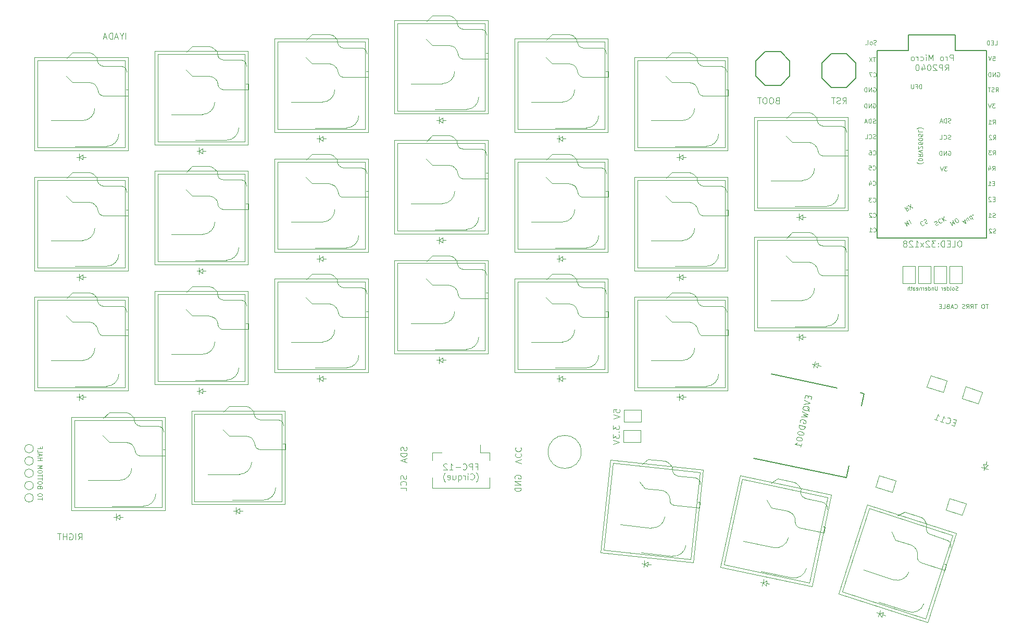
<source format=gbr>
%TF.GenerationSoftware,KiCad,Pcbnew,8.0.3+1*%
%TF.CreationDate,2024-08-06T22:55:28-04:00*%
%TF.ProjectId,iyada_flip,69796164-615f-4666-9c69-702e6b696361,rev?*%
%TF.SameCoordinates,Original*%
%TF.FileFunction,Legend,Bot*%
%TF.FilePolarity,Positive*%
%FSLAX46Y46*%
G04 Gerber Fmt 4.6, Leading zero omitted, Abs format (unit mm)*
G04 Created by KiCad (PCBNEW 8.0.3+1) date 2024-08-06 22:55:28*
%MOMM*%
%LPD*%
G01*
G04 APERTURE LIST*
%ADD10C,0.100000*%
%ADD11C,0.125000*%
%ADD12C,0.120000*%
%ADD13C,0.150000*%
%ADD14C,0.200000*%
G04 APERTURE END LIST*
D10*
X163640738Y-117721014D02*
G75*
G02*
X158263270Y-117721014I-2688734J0D01*
G01*
X158263270Y-117721014D02*
G75*
G02*
X163640738Y-117721014I2688734J0D01*
G01*
X211468555Y-53555134D02*
X211068555Y-53555134D01*
X211268555Y-54255134D02*
X211268555Y-53555134D01*
X210901889Y-53555134D02*
X210435222Y-54255134D01*
X210435222Y-53555134D02*
X210901889Y-54255134D01*
X224839103Y-91379018D02*
X224753389Y-91407589D01*
X224753389Y-91407589D02*
X224610531Y-91407589D01*
X224610531Y-91407589D02*
X224553389Y-91379018D01*
X224553389Y-91379018D02*
X224524817Y-91350446D01*
X224524817Y-91350446D02*
X224496246Y-91293303D01*
X224496246Y-91293303D02*
X224496246Y-91236160D01*
X224496246Y-91236160D02*
X224524817Y-91179018D01*
X224524817Y-91179018D02*
X224553389Y-91150446D01*
X224553389Y-91150446D02*
X224610531Y-91121875D01*
X224610531Y-91121875D02*
X224724817Y-91093303D01*
X224724817Y-91093303D02*
X224781960Y-91064732D01*
X224781960Y-91064732D02*
X224810531Y-91036160D01*
X224810531Y-91036160D02*
X224839103Y-90979018D01*
X224839103Y-90979018D02*
X224839103Y-90921875D01*
X224839103Y-90921875D02*
X224810531Y-90864732D01*
X224810531Y-90864732D02*
X224781960Y-90836160D01*
X224781960Y-90836160D02*
X224724817Y-90807589D01*
X224724817Y-90807589D02*
X224581960Y-90807589D01*
X224581960Y-90807589D02*
X224496246Y-90836160D01*
X224153388Y-91407589D02*
X224210531Y-91379018D01*
X224210531Y-91379018D02*
X224239102Y-91350446D01*
X224239102Y-91350446D02*
X224267674Y-91293303D01*
X224267674Y-91293303D02*
X224267674Y-91121875D01*
X224267674Y-91121875D02*
X224239102Y-91064732D01*
X224239102Y-91064732D02*
X224210531Y-91036160D01*
X224210531Y-91036160D02*
X224153388Y-91007589D01*
X224153388Y-91007589D02*
X224067674Y-91007589D01*
X224067674Y-91007589D02*
X224010531Y-91036160D01*
X224010531Y-91036160D02*
X223981960Y-91064732D01*
X223981960Y-91064732D02*
X223953388Y-91121875D01*
X223953388Y-91121875D02*
X223953388Y-91293303D01*
X223953388Y-91293303D02*
X223981960Y-91350446D01*
X223981960Y-91350446D02*
X224010531Y-91379018D01*
X224010531Y-91379018D02*
X224067674Y-91407589D01*
X224067674Y-91407589D02*
X224153388Y-91407589D01*
X223610531Y-91407589D02*
X223667674Y-91379018D01*
X223667674Y-91379018D02*
X223696245Y-91321875D01*
X223696245Y-91321875D02*
X223696245Y-90807589D01*
X223124817Y-91407589D02*
X223124817Y-90807589D01*
X223124817Y-91379018D02*
X223181959Y-91407589D01*
X223181959Y-91407589D02*
X223296245Y-91407589D01*
X223296245Y-91407589D02*
X223353388Y-91379018D01*
X223353388Y-91379018D02*
X223381959Y-91350446D01*
X223381959Y-91350446D02*
X223410531Y-91293303D01*
X223410531Y-91293303D02*
X223410531Y-91121875D01*
X223410531Y-91121875D02*
X223381959Y-91064732D01*
X223381959Y-91064732D02*
X223353388Y-91036160D01*
X223353388Y-91036160D02*
X223296245Y-91007589D01*
X223296245Y-91007589D02*
X223181959Y-91007589D01*
X223181959Y-91007589D02*
X223124817Y-91036160D01*
X222610531Y-91379018D02*
X222667674Y-91407589D01*
X222667674Y-91407589D02*
X222781960Y-91407589D01*
X222781960Y-91407589D02*
X222839102Y-91379018D01*
X222839102Y-91379018D02*
X222867674Y-91321875D01*
X222867674Y-91321875D02*
X222867674Y-91093303D01*
X222867674Y-91093303D02*
X222839102Y-91036160D01*
X222839102Y-91036160D02*
X222781960Y-91007589D01*
X222781960Y-91007589D02*
X222667674Y-91007589D01*
X222667674Y-91007589D02*
X222610531Y-91036160D01*
X222610531Y-91036160D02*
X222581960Y-91093303D01*
X222581960Y-91093303D02*
X222581960Y-91150446D01*
X222581960Y-91150446D02*
X222867674Y-91207589D01*
X222324816Y-91407589D02*
X222324816Y-91007589D01*
X222324816Y-91121875D02*
X222296245Y-91064732D01*
X222296245Y-91064732D02*
X222267674Y-91036160D01*
X222267674Y-91036160D02*
X222210531Y-91007589D01*
X222210531Y-91007589D02*
X222153388Y-91007589D01*
X221496244Y-90807589D02*
X221496244Y-91293303D01*
X221496244Y-91293303D02*
X221467673Y-91350446D01*
X221467673Y-91350446D02*
X221439102Y-91379018D01*
X221439102Y-91379018D02*
X221381959Y-91407589D01*
X221381959Y-91407589D02*
X221267673Y-91407589D01*
X221267673Y-91407589D02*
X221210530Y-91379018D01*
X221210530Y-91379018D02*
X221181959Y-91350446D01*
X221181959Y-91350446D02*
X221153387Y-91293303D01*
X221153387Y-91293303D02*
X221153387Y-90807589D01*
X220867673Y-91007589D02*
X220867673Y-91407589D01*
X220867673Y-91064732D02*
X220839102Y-91036160D01*
X220839102Y-91036160D02*
X220781959Y-91007589D01*
X220781959Y-91007589D02*
X220696245Y-91007589D01*
X220696245Y-91007589D02*
X220639102Y-91036160D01*
X220639102Y-91036160D02*
X220610531Y-91093303D01*
X220610531Y-91093303D02*
X220610531Y-91407589D01*
X220067674Y-91407589D02*
X220067674Y-90807589D01*
X220067674Y-91379018D02*
X220124816Y-91407589D01*
X220124816Y-91407589D02*
X220239102Y-91407589D01*
X220239102Y-91407589D02*
X220296245Y-91379018D01*
X220296245Y-91379018D02*
X220324816Y-91350446D01*
X220324816Y-91350446D02*
X220353388Y-91293303D01*
X220353388Y-91293303D02*
X220353388Y-91121875D01*
X220353388Y-91121875D02*
X220324816Y-91064732D01*
X220324816Y-91064732D02*
X220296245Y-91036160D01*
X220296245Y-91036160D02*
X220239102Y-91007589D01*
X220239102Y-91007589D02*
X220124816Y-91007589D01*
X220124816Y-91007589D02*
X220067674Y-91036160D01*
X219553388Y-91379018D02*
X219610531Y-91407589D01*
X219610531Y-91407589D02*
X219724817Y-91407589D01*
X219724817Y-91407589D02*
X219781959Y-91379018D01*
X219781959Y-91379018D02*
X219810531Y-91321875D01*
X219810531Y-91321875D02*
X219810531Y-91093303D01*
X219810531Y-91093303D02*
X219781959Y-91036160D01*
X219781959Y-91036160D02*
X219724817Y-91007589D01*
X219724817Y-91007589D02*
X219610531Y-91007589D01*
X219610531Y-91007589D02*
X219553388Y-91036160D01*
X219553388Y-91036160D02*
X219524817Y-91093303D01*
X219524817Y-91093303D02*
X219524817Y-91150446D01*
X219524817Y-91150446D02*
X219810531Y-91207589D01*
X219267673Y-91407589D02*
X219267673Y-91007589D01*
X219267673Y-91121875D02*
X219239102Y-91064732D01*
X219239102Y-91064732D02*
X219210531Y-91036160D01*
X219210531Y-91036160D02*
X219153388Y-91007589D01*
X219153388Y-91007589D02*
X219096245Y-91007589D01*
X218896244Y-91007589D02*
X218896244Y-91407589D01*
X218896244Y-91064732D02*
X218867673Y-91036160D01*
X218867673Y-91036160D02*
X218810530Y-91007589D01*
X218810530Y-91007589D02*
X218724816Y-91007589D01*
X218724816Y-91007589D02*
X218667673Y-91036160D01*
X218667673Y-91036160D02*
X218639102Y-91093303D01*
X218639102Y-91093303D02*
X218639102Y-91407589D01*
X218124816Y-91379018D02*
X218181959Y-91407589D01*
X218181959Y-91407589D02*
X218296245Y-91407589D01*
X218296245Y-91407589D02*
X218353387Y-91379018D01*
X218353387Y-91379018D02*
X218381959Y-91321875D01*
X218381959Y-91321875D02*
X218381959Y-91093303D01*
X218381959Y-91093303D02*
X218353387Y-91036160D01*
X218353387Y-91036160D02*
X218296245Y-91007589D01*
X218296245Y-91007589D02*
X218181959Y-91007589D01*
X218181959Y-91007589D02*
X218124816Y-91036160D01*
X218124816Y-91036160D02*
X218096245Y-91093303D01*
X218096245Y-91093303D02*
X218096245Y-91150446D01*
X218096245Y-91150446D02*
X218381959Y-91207589D01*
X217581959Y-91407589D02*
X217581959Y-91093303D01*
X217581959Y-91093303D02*
X217610530Y-91036160D01*
X217610530Y-91036160D02*
X217667673Y-91007589D01*
X217667673Y-91007589D02*
X217781959Y-91007589D01*
X217781959Y-91007589D02*
X217839101Y-91036160D01*
X217581959Y-91379018D02*
X217639101Y-91407589D01*
X217639101Y-91407589D02*
X217781959Y-91407589D01*
X217781959Y-91407589D02*
X217839101Y-91379018D01*
X217839101Y-91379018D02*
X217867673Y-91321875D01*
X217867673Y-91321875D02*
X217867673Y-91264732D01*
X217867673Y-91264732D02*
X217839101Y-91207589D01*
X217839101Y-91207589D02*
X217781959Y-91179018D01*
X217781959Y-91179018D02*
X217639101Y-91179018D01*
X217639101Y-91179018D02*
X217581959Y-91150446D01*
X217381959Y-91007589D02*
X217153387Y-91007589D01*
X217296244Y-90807589D02*
X217296244Y-91321875D01*
X217296244Y-91321875D02*
X217267673Y-91379018D01*
X217267673Y-91379018D02*
X217210530Y-91407589D01*
X217210530Y-91407589D02*
X217153387Y-91407589D01*
X216953387Y-91407589D02*
X216953387Y-90807589D01*
X216696245Y-91407589D02*
X216696245Y-91093303D01*
X216696245Y-91093303D02*
X216724816Y-91036160D01*
X216724816Y-91036160D02*
X216781959Y-91007589D01*
X216781959Y-91007589D02*
X216867673Y-91007589D01*
X216867673Y-91007589D02*
X216924816Y-91036160D01*
X216924816Y-91036160D02*
X216953387Y-91064732D01*
X211088548Y-69368471D02*
X211121881Y-69401805D01*
X211121881Y-69401805D02*
X211221881Y-69435138D01*
X211221881Y-69435138D02*
X211288548Y-69435138D01*
X211288548Y-69435138D02*
X211388548Y-69401805D01*
X211388548Y-69401805D02*
X211455215Y-69335138D01*
X211455215Y-69335138D02*
X211488548Y-69268471D01*
X211488548Y-69268471D02*
X211521881Y-69135138D01*
X211521881Y-69135138D02*
X211521881Y-69035138D01*
X211521881Y-69035138D02*
X211488548Y-68901805D01*
X211488548Y-68901805D02*
X211455215Y-68835138D01*
X211455215Y-68835138D02*
X211388548Y-68768471D01*
X211388548Y-68768471D02*
X211288548Y-68735138D01*
X211288548Y-68735138D02*
X211221881Y-68735138D01*
X211221881Y-68735138D02*
X211121881Y-68768471D01*
X211121881Y-68768471D02*
X211088548Y-68801805D01*
X210488548Y-68735138D02*
X210621881Y-68735138D01*
X210621881Y-68735138D02*
X210688548Y-68768471D01*
X210688548Y-68768471D02*
X210721881Y-68801805D01*
X210721881Y-68801805D02*
X210788548Y-68901805D01*
X210788548Y-68901805D02*
X210821881Y-69035138D01*
X210821881Y-69035138D02*
X210821881Y-69301805D01*
X210821881Y-69301805D02*
X210788548Y-69368471D01*
X210788548Y-69368471D02*
X210755215Y-69401805D01*
X210755215Y-69401805D02*
X210688548Y-69435138D01*
X210688548Y-69435138D02*
X210555215Y-69435138D01*
X210555215Y-69435138D02*
X210488548Y-69401805D01*
X210488548Y-69401805D02*
X210455215Y-69368471D01*
X210455215Y-69368471D02*
X210421881Y-69301805D01*
X210421881Y-69301805D02*
X210421881Y-69135138D01*
X210421881Y-69135138D02*
X210455215Y-69068471D01*
X210455215Y-69068471D02*
X210488548Y-69035138D01*
X210488548Y-69035138D02*
X210555215Y-69001805D01*
X210555215Y-69001805D02*
X210688548Y-69001805D01*
X210688548Y-69001805D02*
X210755215Y-69035138D01*
X210755215Y-69035138D02*
X210788548Y-69068471D01*
X210788548Y-69068471D02*
X210821881Y-69135138D01*
X223617756Y-80308464D02*
X223967756Y-80914681D01*
X223967756Y-80914681D02*
X223919829Y-80365002D01*
X223919829Y-80365002D02*
X224371902Y-80681348D01*
X224371902Y-80681348D02*
X224021902Y-80075130D01*
X224776047Y-80448015D02*
X224891517Y-80381348D01*
X224891517Y-80381348D02*
X224932585Y-80319147D01*
X224932585Y-80319147D02*
X224956987Y-80228079D01*
X224956987Y-80228079D02*
X224919188Y-80095942D01*
X224919188Y-80095942D02*
X224802521Y-79893869D01*
X224802521Y-79893869D02*
X224706987Y-79795066D01*
X224706987Y-79795066D02*
X224615918Y-79770664D01*
X224615918Y-79770664D02*
X224541517Y-79775130D01*
X224541517Y-79775130D02*
X224426047Y-79841797D01*
X224426047Y-79841797D02*
X224384978Y-79903998D01*
X224384978Y-79903998D02*
X224360577Y-79995066D01*
X224360577Y-79995066D02*
X224398376Y-80127203D01*
X224398376Y-80127203D02*
X224515042Y-80329275D01*
X224515042Y-80329275D02*
X224610577Y-80428079D01*
X224610577Y-80428079D02*
X224701645Y-80452480D01*
X224701645Y-80452480D02*
X224776047Y-80448015D01*
D11*
X206124249Y-61107117D02*
X206457582Y-60630926D01*
X206695677Y-61107117D02*
X206695677Y-60107117D01*
X206695677Y-60107117D02*
X206314725Y-60107117D01*
X206314725Y-60107117D02*
X206219487Y-60154736D01*
X206219487Y-60154736D02*
X206171868Y-60202355D01*
X206171868Y-60202355D02*
X206124249Y-60297593D01*
X206124249Y-60297593D02*
X206124249Y-60440450D01*
X206124249Y-60440450D02*
X206171868Y-60535688D01*
X206171868Y-60535688D02*
X206219487Y-60583307D01*
X206219487Y-60583307D02*
X206314725Y-60630926D01*
X206314725Y-60630926D02*
X206695677Y-60630926D01*
X205743296Y-61059498D02*
X205600439Y-61107117D01*
X205600439Y-61107117D02*
X205362344Y-61107117D01*
X205362344Y-61107117D02*
X205267106Y-61059498D01*
X205267106Y-61059498D02*
X205219487Y-61011878D01*
X205219487Y-61011878D02*
X205171868Y-60916640D01*
X205171868Y-60916640D02*
X205171868Y-60821402D01*
X205171868Y-60821402D02*
X205219487Y-60726164D01*
X205219487Y-60726164D02*
X205267106Y-60678545D01*
X205267106Y-60678545D02*
X205362344Y-60630926D01*
X205362344Y-60630926D02*
X205552820Y-60583307D01*
X205552820Y-60583307D02*
X205648058Y-60535688D01*
X205648058Y-60535688D02*
X205695677Y-60488069D01*
X205695677Y-60488069D02*
X205743296Y-60392831D01*
X205743296Y-60392831D02*
X205743296Y-60297593D01*
X205743296Y-60297593D02*
X205695677Y-60202355D01*
X205695677Y-60202355D02*
X205648058Y-60154736D01*
X205648058Y-60154736D02*
X205552820Y-60107117D01*
X205552820Y-60107117D02*
X205314725Y-60107117D01*
X205314725Y-60107117D02*
X205171868Y-60154736D01*
X204886153Y-60107117D02*
X204314725Y-60107117D01*
X204600439Y-61107117D02*
X204600439Y-60107117D01*
X146490590Y-120086367D02*
X146823923Y-120086367D01*
X146823923Y-120610177D02*
X146823923Y-119610177D01*
X146823923Y-119610177D02*
X146347733Y-119610177D01*
X145966780Y-120610177D02*
X145966780Y-119610177D01*
X145966780Y-119610177D02*
X145585828Y-119610177D01*
X145585828Y-119610177D02*
X145490590Y-119657796D01*
X145490590Y-119657796D02*
X145442971Y-119705415D01*
X145442971Y-119705415D02*
X145395352Y-119800653D01*
X145395352Y-119800653D02*
X145395352Y-119943510D01*
X145395352Y-119943510D02*
X145442971Y-120038748D01*
X145442971Y-120038748D02*
X145490590Y-120086367D01*
X145490590Y-120086367D02*
X145585828Y-120133986D01*
X145585828Y-120133986D02*
X145966780Y-120133986D01*
X144395352Y-120514938D02*
X144442971Y-120562558D01*
X144442971Y-120562558D02*
X144585828Y-120610177D01*
X144585828Y-120610177D02*
X144681066Y-120610177D01*
X144681066Y-120610177D02*
X144823923Y-120562558D01*
X144823923Y-120562558D02*
X144919161Y-120467319D01*
X144919161Y-120467319D02*
X144966780Y-120372081D01*
X144966780Y-120372081D02*
X145014399Y-120181605D01*
X145014399Y-120181605D02*
X145014399Y-120038748D01*
X145014399Y-120038748D02*
X144966780Y-119848272D01*
X144966780Y-119848272D02*
X144919161Y-119753034D01*
X144919161Y-119753034D02*
X144823923Y-119657796D01*
X144823923Y-119657796D02*
X144681066Y-119610177D01*
X144681066Y-119610177D02*
X144585828Y-119610177D01*
X144585828Y-119610177D02*
X144442971Y-119657796D01*
X144442971Y-119657796D02*
X144395352Y-119705415D01*
X143966780Y-120229224D02*
X143204876Y-120229224D01*
X142204876Y-120610177D02*
X142776304Y-120610177D01*
X142490590Y-120610177D02*
X142490590Y-119610177D01*
X142490590Y-119610177D02*
X142585828Y-119753034D01*
X142585828Y-119753034D02*
X142681066Y-119848272D01*
X142681066Y-119848272D02*
X142776304Y-119895891D01*
X141823923Y-119705415D02*
X141776304Y-119657796D01*
X141776304Y-119657796D02*
X141681066Y-119610177D01*
X141681066Y-119610177D02*
X141442971Y-119610177D01*
X141442971Y-119610177D02*
X141347733Y-119657796D01*
X141347733Y-119657796D02*
X141300114Y-119705415D01*
X141300114Y-119705415D02*
X141252495Y-119800653D01*
X141252495Y-119800653D02*
X141252495Y-119895891D01*
X141252495Y-119895891D02*
X141300114Y-120038748D01*
X141300114Y-120038748D02*
X141871542Y-120610177D01*
X141871542Y-120610177D02*
X141252495Y-120610177D01*
X146585828Y-122601073D02*
X146633447Y-122553454D01*
X146633447Y-122553454D02*
X146728685Y-122410597D01*
X146728685Y-122410597D02*
X146776304Y-122315359D01*
X146776304Y-122315359D02*
X146823923Y-122172502D01*
X146823923Y-122172502D02*
X146871542Y-121934406D01*
X146871542Y-121934406D02*
X146871542Y-121743930D01*
X146871542Y-121743930D02*
X146823923Y-121505835D01*
X146823923Y-121505835D02*
X146776304Y-121362978D01*
X146776304Y-121362978D02*
X146728685Y-121267740D01*
X146728685Y-121267740D02*
X146633447Y-121124882D01*
X146633447Y-121124882D02*
X146585828Y-121077263D01*
X145633447Y-122124882D02*
X145681066Y-122172502D01*
X145681066Y-122172502D02*
X145823923Y-122220121D01*
X145823923Y-122220121D02*
X145919161Y-122220121D01*
X145919161Y-122220121D02*
X146062018Y-122172502D01*
X146062018Y-122172502D02*
X146157256Y-122077263D01*
X146157256Y-122077263D02*
X146204875Y-121982025D01*
X146204875Y-121982025D02*
X146252494Y-121791549D01*
X146252494Y-121791549D02*
X146252494Y-121648692D01*
X146252494Y-121648692D02*
X146204875Y-121458216D01*
X146204875Y-121458216D02*
X146157256Y-121362978D01*
X146157256Y-121362978D02*
X146062018Y-121267740D01*
X146062018Y-121267740D02*
X145919161Y-121220121D01*
X145919161Y-121220121D02*
X145823923Y-121220121D01*
X145823923Y-121220121D02*
X145681066Y-121267740D01*
X145681066Y-121267740D02*
X145633447Y-121315359D01*
X145204875Y-122220121D02*
X145204875Y-121553454D01*
X145204875Y-121220121D02*
X145252494Y-121267740D01*
X145252494Y-121267740D02*
X145204875Y-121315359D01*
X145204875Y-121315359D02*
X145157256Y-121267740D01*
X145157256Y-121267740D02*
X145204875Y-121220121D01*
X145204875Y-121220121D02*
X145204875Y-121315359D01*
X144728685Y-122220121D02*
X144728685Y-121553454D01*
X144728685Y-121743930D02*
X144681066Y-121648692D01*
X144681066Y-121648692D02*
X144633447Y-121601073D01*
X144633447Y-121601073D02*
X144538209Y-121553454D01*
X144538209Y-121553454D02*
X144442971Y-121553454D01*
X143681066Y-121553454D02*
X143681066Y-122553454D01*
X143681066Y-122172502D02*
X143776304Y-122220121D01*
X143776304Y-122220121D02*
X143966780Y-122220121D01*
X143966780Y-122220121D02*
X144062018Y-122172502D01*
X144062018Y-122172502D02*
X144109637Y-122124882D01*
X144109637Y-122124882D02*
X144157256Y-122029644D01*
X144157256Y-122029644D02*
X144157256Y-121743930D01*
X144157256Y-121743930D02*
X144109637Y-121648692D01*
X144109637Y-121648692D02*
X144062018Y-121601073D01*
X144062018Y-121601073D02*
X143966780Y-121553454D01*
X143966780Y-121553454D02*
X143776304Y-121553454D01*
X143776304Y-121553454D02*
X143681066Y-121601073D01*
X142776304Y-121553454D02*
X142776304Y-122220121D01*
X143204875Y-121553454D02*
X143204875Y-122077263D01*
X143204875Y-122077263D02*
X143157256Y-122172502D01*
X143157256Y-122172502D02*
X143062018Y-122220121D01*
X143062018Y-122220121D02*
X142919161Y-122220121D01*
X142919161Y-122220121D02*
X142823923Y-122172502D01*
X142823923Y-122172502D02*
X142776304Y-122124882D01*
X141919161Y-122172502D02*
X142014399Y-122220121D01*
X142014399Y-122220121D02*
X142204875Y-122220121D01*
X142204875Y-122220121D02*
X142300113Y-122172502D01*
X142300113Y-122172502D02*
X142347732Y-122077263D01*
X142347732Y-122077263D02*
X142347732Y-121696311D01*
X142347732Y-121696311D02*
X142300113Y-121601073D01*
X142300113Y-121601073D02*
X142204875Y-121553454D01*
X142204875Y-121553454D02*
X142014399Y-121553454D01*
X142014399Y-121553454D02*
X141919161Y-121601073D01*
X141919161Y-121601073D02*
X141871542Y-121696311D01*
X141871542Y-121696311D02*
X141871542Y-121791549D01*
X141871542Y-121791549D02*
X142347732Y-121886787D01*
X141538208Y-122601073D02*
X141490589Y-122553454D01*
X141490589Y-122553454D02*
X141395351Y-122410597D01*
X141395351Y-122410597D02*
X141347732Y-122315359D01*
X141347732Y-122315359D02*
X141300113Y-122172502D01*
X141300113Y-122172502D02*
X141252494Y-121934406D01*
X141252494Y-121934406D02*
X141252494Y-121743930D01*
X141252494Y-121743930D02*
X141300113Y-121505835D01*
X141300113Y-121505835D02*
X141347732Y-121362978D01*
X141347732Y-121362978D02*
X141395351Y-121267740D01*
X141395351Y-121267740D02*
X141490589Y-121124882D01*
X141490589Y-121124882D02*
X141538208Y-121077263D01*
D10*
X211128552Y-56678464D02*
X211161885Y-56711798D01*
X211161885Y-56711798D02*
X211261885Y-56745131D01*
X211261885Y-56745131D02*
X211328552Y-56745131D01*
X211328552Y-56745131D02*
X211428552Y-56711798D01*
X211428552Y-56711798D02*
X211495219Y-56645131D01*
X211495219Y-56645131D02*
X211528552Y-56578464D01*
X211528552Y-56578464D02*
X211561885Y-56445131D01*
X211561885Y-56445131D02*
X211561885Y-56345131D01*
X211561885Y-56345131D02*
X211528552Y-56211798D01*
X211528552Y-56211798D02*
X211495219Y-56145131D01*
X211495219Y-56145131D02*
X211428552Y-56078464D01*
X211428552Y-56078464D02*
X211328552Y-56045131D01*
X211328552Y-56045131D02*
X211261885Y-56045131D01*
X211261885Y-56045131D02*
X211161885Y-56078464D01*
X211161885Y-56078464D02*
X211128552Y-56111798D01*
X210895219Y-56045131D02*
X210428552Y-56045131D01*
X210428552Y-56045131D02*
X210728552Y-56745131D01*
X216534165Y-77768475D02*
X216498759Y-78173816D01*
X216187754Y-77968475D02*
X216537754Y-78574692D01*
X216537754Y-78574692D02*
X216768694Y-78441359D01*
X216768694Y-78441359D02*
X216809763Y-78379158D01*
X216809763Y-78379158D02*
X216821964Y-78333624D01*
X216821964Y-78333624D02*
X216817498Y-78259222D01*
X216817498Y-78259222D02*
X216767498Y-78172620D01*
X216767498Y-78172620D02*
X216705297Y-78131551D01*
X216705297Y-78131551D02*
X216659763Y-78119350D01*
X216659763Y-78119350D02*
X216585361Y-78123816D01*
X216585361Y-78123816D02*
X216354421Y-78257150D01*
X217086237Y-78258026D02*
X217140382Y-77418475D01*
X217490382Y-78024692D02*
X216736237Y-77651808D01*
X211058562Y-74308473D02*
X211091895Y-74341807D01*
X211091895Y-74341807D02*
X211191895Y-74375140D01*
X211191895Y-74375140D02*
X211258562Y-74375140D01*
X211258562Y-74375140D02*
X211358562Y-74341807D01*
X211358562Y-74341807D02*
X211425229Y-74275140D01*
X211425229Y-74275140D02*
X211458562Y-74208473D01*
X211458562Y-74208473D02*
X211491895Y-74075140D01*
X211491895Y-74075140D02*
X211491895Y-73975140D01*
X211491895Y-73975140D02*
X211458562Y-73841807D01*
X211458562Y-73841807D02*
X211425229Y-73775140D01*
X211425229Y-73775140D02*
X211358562Y-73708473D01*
X211358562Y-73708473D02*
X211258562Y-73675140D01*
X211258562Y-73675140D02*
X211191895Y-73675140D01*
X211191895Y-73675140D02*
X211091895Y-73708473D01*
X211091895Y-73708473D02*
X211058562Y-73741807D01*
X210458562Y-73908473D02*
X210458562Y-74375140D01*
X210625229Y-73641807D02*
X210791895Y-74141807D01*
X210791895Y-74141807D02*
X210358562Y-74141807D01*
D11*
X195477347Y-60583310D02*
X195334490Y-60630929D01*
X195334490Y-60630929D02*
X195286871Y-60678548D01*
X195286871Y-60678548D02*
X195239252Y-60773786D01*
X195239252Y-60773786D02*
X195239252Y-60916643D01*
X195239252Y-60916643D02*
X195286871Y-61011881D01*
X195286871Y-61011881D02*
X195334490Y-61059501D01*
X195334490Y-61059501D02*
X195429728Y-61107120D01*
X195429728Y-61107120D02*
X195810680Y-61107120D01*
X195810680Y-61107120D02*
X195810680Y-60107120D01*
X195810680Y-60107120D02*
X195477347Y-60107120D01*
X195477347Y-60107120D02*
X195382109Y-60154739D01*
X195382109Y-60154739D02*
X195334490Y-60202358D01*
X195334490Y-60202358D02*
X195286871Y-60297596D01*
X195286871Y-60297596D02*
X195286871Y-60392834D01*
X195286871Y-60392834D02*
X195334490Y-60488072D01*
X195334490Y-60488072D02*
X195382109Y-60535691D01*
X195382109Y-60535691D02*
X195477347Y-60583310D01*
X195477347Y-60583310D02*
X195810680Y-60583310D01*
X194620204Y-60107120D02*
X194429728Y-60107120D01*
X194429728Y-60107120D02*
X194334490Y-60154739D01*
X194334490Y-60154739D02*
X194239252Y-60249977D01*
X194239252Y-60249977D02*
X194191633Y-60440453D01*
X194191633Y-60440453D02*
X194191633Y-60773786D01*
X194191633Y-60773786D02*
X194239252Y-60964262D01*
X194239252Y-60964262D02*
X194334490Y-61059501D01*
X194334490Y-61059501D02*
X194429728Y-61107120D01*
X194429728Y-61107120D02*
X194620204Y-61107120D01*
X194620204Y-61107120D02*
X194715442Y-61059501D01*
X194715442Y-61059501D02*
X194810680Y-60964262D01*
X194810680Y-60964262D02*
X194858299Y-60773786D01*
X194858299Y-60773786D02*
X194858299Y-60440453D01*
X194858299Y-60440453D02*
X194810680Y-60249977D01*
X194810680Y-60249977D02*
X194715442Y-60154739D01*
X194715442Y-60154739D02*
X194620204Y-60107120D01*
X193572585Y-60107120D02*
X193382109Y-60107120D01*
X193382109Y-60107120D02*
X193286871Y-60154739D01*
X193286871Y-60154739D02*
X193191633Y-60249977D01*
X193191633Y-60249977D02*
X193144014Y-60440453D01*
X193144014Y-60440453D02*
X193144014Y-60773786D01*
X193144014Y-60773786D02*
X193191633Y-60964262D01*
X193191633Y-60964262D02*
X193286871Y-61059501D01*
X193286871Y-61059501D02*
X193382109Y-61107120D01*
X193382109Y-61107120D02*
X193572585Y-61107120D01*
X193572585Y-61107120D02*
X193667823Y-61059501D01*
X193667823Y-61059501D02*
X193763061Y-60964262D01*
X193763061Y-60964262D02*
X193810680Y-60773786D01*
X193810680Y-60773786D02*
X193810680Y-60440453D01*
X193810680Y-60440453D02*
X193763061Y-60249977D01*
X193763061Y-60249977D02*
X193667823Y-60154739D01*
X193667823Y-60154739D02*
X193572585Y-60107120D01*
X192858299Y-60107120D02*
X192286871Y-60107120D01*
X192572585Y-61107120D02*
X192572585Y-60107120D01*
D10*
X211078549Y-77028475D02*
X211111882Y-77061809D01*
X211111882Y-77061809D02*
X211211882Y-77095142D01*
X211211882Y-77095142D02*
X211278549Y-77095142D01*
X211278549Y-77095142D02*
X211378549Y-77061809D01*
X211378549Y-77061809D02*
X211445216Y-76995142D01*
X211445216Y-76995142D02*
X211478549Y-76928475D01*
X211478549Y-76928475D02*
X211511882Y-76795142D01*
X211511882Y-76795142D02*
X211511882Y-76695142D01*
X211511882Y-76695142D02*
X211478549Y-76561809D01*
X211478549Y-76561809D02*
X211445216Y-76495142D01*
X211445216Y-76495142D02*
X211378549Y-76428475D01*
X211378549Y-76428475D02*
X211278549Y-76395142D01*
X211278549Y-76395142D02*
X211211882Y-76395142D01*
X211211882Y-76395142D02*
X211111882Y-76428475D01*
X211111882Y-76428475D02*
X211078549Y-76461809D01*
X210845216Y-76395142D02*
X210411882Y-76395142D01*
X210411882Y-76395142D02*
X210645216Y-76661809D01*
X210645216Y-76661809D02*
X210545216Y-76661809D01*
X210545216Y-76661809D02*
X210478549Y-76695142D01*
X210478549Y-76695142D02*
X210445216Y-76728475D01*
X210445216Y-76728475D02*
X210411882Y-76795142D01*
X210411882Y-76795142D02*
X210411882Y-76961809D01*
X210411882Y-76961809D02*
X210445216Y-77028475D01*
X210445216Y-77028475D02*
X210478549Y-77061809D01*
X210478549Y-77061809D02*
X210545216Y-77095142D01*
X210545216Y-77095142D02*
X210745216Y-77095142D01*
X210745216Y-77095142D02*
X210811882Y-77061809D01*
X210811882Y-77061809D02*
X210845216Y-77028475D01*
X211586963Y-51471397D02*
X211486963Y-51504730D01*
X211486963Y-51504730D02*
X211320297Y-51504730D01*
X211320297Y-51504730D02*
X211253630Y-51471397D01*
X211253630Y-51471397D02*
X211220297Y-51438063D01*
X211220297Y-51438063D02*
X211186963Y-51371397D01*
X211186963Y-51371397D02*
X211186963Y-51304730D01*
X211186963Y-51304730D02*
X211220297Y-51238063D01*
X211220297Y-51238063D02*
X211253630Y-51204730D01*
X211253630Y-51204730D02*
X211320297Y-51171397D01*
X211320297Y-51171397D02*
X211453630Y-51138063D01*
X211453630Y-51138063D02*
X211520297Y-51104730D01*
X211520297Y-51104730D02*
X211553630Y-51071397D01*
X211553630Y-51071397D02*
X211586963Y-51004730D01*
X211586963Y-51004730D02*
X211586963Y-50938063D01*
X211586963Y-50938063D02*
X211553630Y-50871397D01*
X211553630Y-50871397D02*
X211520297Y-50838063D01*
X211520297Y-50838063D02*
X211453630Y-50804730D01*
X211453630Y-50804730D02*
X211286963Y-50804730D01*
X211286963Y-50804730D02*
X211186963Y-50838063D01*
X210786963Y-51504730D02*
X210853630Y-51471397D01*
X210853630Y-51471397D02*
X210886963Y-51438063D01*
X210886963Y-51438063D02*
X210920296Y-51371397D01*
X210920296Y-51371397D02*
X210920296Y-51171397D01*
X210920296Y-51171397D02*
X210886963Y-51104730D01*
X210886963Y-51104730D02*
X210853630Y-51071397D01*
X210853630Y-51071397D02*
X210786963Y-51038063D01*
X210786963Y-51038063D02*
X210686963Y-51038063D01*
X210686963Y-51038063D02*
X210620296Y-51071397D01*
X210620296Y-51071397D02*
X210586963Y-51104730D01*
X210586963Y-51104730D02*
X210553630Y-51171397D01*
X210553630Y-51171397D02*
X210553630Y-51371397D01*
X210553630Y-51371397D02*
X210586963Y-51438063D01*
X210586963Y-51438063D02*
X210620296Y-51471397D01*
X210620296Y-51471397D02*
X210686963Y-51504730D01*
X210686963Y-51504730D02*
X210786963Y-51504730D01*
X210153630Y-51504730D02*
X210220297Y-51471397D01*
X210220297Y-51471397D02*
X210253630Y-51404730D01*
X210253630Y-51404730D02*
X210253630Y-50804730D01*
X209886963Y-51438063D02*
X209853630Y-51471397D01*
X209853630Y-51471397D02*
X209886963Y-51504730D01*
X209886963Y-51504730D02*
X209920296Y-51471397D01*
X209920296Y-51471397D02*
X209886963Y-51438063D01*
X209886963Y-51438063D02*
X209886963Y-51504730D01*
X231251960Y-56053073D02*
X231318627Y-56019740D01*
X231318627Y-56019740D02*
X231418627Y-56019740D01*
X231418627Y-56019740D02*
X231518627Y-56053073D01*
X231518627Y-56053073D02*
X231585294Y-56119740D01*
X231585294Y-56119740D02*
X231618627Y-56186407D01*
X231618627Y-56186407D02*
X231651960Y-56319740D01*
X231651960Y-56319740D02*
X231651960Y-56419740D01*
X231651960Y-56419740D02*
X231618627Y-56553073D01*
X231618627Y-56553073D02*
X231585294Y-56619740D01*
X231585294Y-56619740D02*
X231518627Y-56686407D01*
X231518627Y-56686407D02*
X231418627Y-56719740D01*
X231418627Y-56719740D02*
X231351960Y-56719740D01*
X231351960Y-56719740D02*
X231251960Y-56686407D01*
X231251960Y-56686407D02*
X231218627Y-56653073D01*
X231218627Y-56653073D02*
X231218627Y-56419740D01*
X231218627Y-56419740D02*
X231351960Y-56419740D01*
X230918627Y-56719740D02*
X230918627Y-56019740D01*
X230918627Y-56019740D02*
X230518627Y-56719740D01*
X230518627Y-56719740D02*
X230518627Y-56019740D01*
X230185294Y-56719740D02*
X230185294Y-56019740D01*
X230185294Y-56019740D02*
X230018627Y-56019740D01*
X230018627Y-56019740D02*
X229918627Y-56053073D01*
X229918627Y-56053073D02*
X229851961Y-56119740D01*
X229851961Y-56119740D02*
X229818627Y-56186407D01*
X229818627Y-56186407D02*
X229785294Y-56319740D01*
X229785294Y-56319740D02*
X229785294Y-56419740D01*
X229785294Y-56419740D02*
X229818627Y-56553073D01*
X229818627Y-56553073D02*
X229851961Y-56619740D01*
X229851961Y-56619740D02*
X229918627Y-56686407D01*
X229918627Y-56686407D02*
X230018627Y-56719740D01*
X230018627Y-56719740D02*
X230185294Y-56719740D01*
D11*
X89600675Y-50597130D02*
X89600675Y-49597130D01*
X88934009Y-50120939D02*
X88934009Y-50597130D01*
X89267342Y-49597130D02*
X88934009Y-50120939D01*
X88934009Y-50120939D02*
X88600676Y-49597130D01*
X88314961Y-50311415D02*
X87838771Y-50311415D01*
X88410199Y-50597130D02*
X88076866Y-49597130D01*
X88076866Y-49597130D02*
X87743533Y-50597130D01*
X87410199Y-50597130D02*
X87410199Y-49597130D01*
X87410199Y-49597130D02*
X87172104Y-49597130D01*
X87172104Y-49597130D02*
X87029247Y-49644749D01*
X87029247Y-49644749D02*
X86934009Y-49739987D01*
X86934009Y-49739987D02*
X86886390Y-49835225D01*
X86886390Y-49835225D02*
X86838771Y-50025701D01*
X86838771Y-50025701D02*
X86838771Y-50168558D01*
X86838771Y-50168558D02*
X86886390Y-50359034D01*
X86886390Y-50359034D02*
X86934009Y-50454272D01*
X86934009Y-50454272D02*
X87029247Y-50549511D01*
X87029247Y-50549511D02*
X87172104Y-50597130D01*
X87172104Y-50597130D02*
X87410199Y-50597130D01*
X86457818Y-50311415D02*
X85981628Y-50311415D01*
X86553056Y-50597130D02*
X86219723Y-49597130D01*
X86219723Y-49597130D02*
X85886390Y-50597130D01*
D10*
X211451890Y-64241800D02*
X211351890Y-64275133D01*
X211351890Y-64275133D02*
X211185224Y-64275133D01*
X211185224Y-64275133D02*
X211118557Y-64241800D01*
X211118557Y-64241800D02*
X211085224Y-64208466D01*
X211085224Y-64208466D02*
X211051890Y-64141800D01*
X211051890Y-64141800D02*
X211051890Y-64075133D01*
X211051890Y-64075133D02*
X211085224Y-64008466D01*
X211085224Y-64008466D02*
X211118557Y-63975133D01*
X211118557Y-63975133D02*
X211185224Y-63941800D01*
X211185224Y-63941800D02*
X211318557Y-63908466D01*
X211318557Y-63908466D02*
X211385224Y-63875133D01*
X211385224Y-63875133D02*
X211418557Y-63841800D01*
X211418557Y-63841800D02*
X211451890Y-63775133D01*
X211451890Y-63775133D02*
X211451890Y-63708466D01*
X211451890Y-63708466D02*
X211418557Y-63641800D01*
X211418557Y-63641800D02*
X211385224Y-63608466D01*
X211385224Y-63608466D02*
X211318557Y-63575133D01*
X211318557Y-63575133D02*
X211151890Y-63575133D01*
X211151890Y-63575133D02*
X211051890Y-63608466D01*
X210751890Y-64275133D02*
X210751890Y-63575133D01*
X210751890Y-63575133D02*
X210585223Y-63575133D01*
X210585223Y-63575133D02*
X210485223Y-63608466D01*
X210485223Y-63608466D02*
X210418557Y-63675133D01*
X210418557Y-63675133D02*
X210385223Y-63741800D01*
X210385223Y-63741800D02*
X210351890Y-63875133D01*
X210351890Y-63875133D02*
X210351890Y-63975133D01*
X210351890Y-63975133D02*
X210385223Y-64108466D01*
X210385223Y-64108466D02*
X210418557Y-64175133D01*
X210418557Y-64175133D02*
X210485223Y-64241800D01*
X210485223Y-64241800D02*
X210585223Y-64275133D01*
X210585223Y-64275133D02*
X210751890Y-64275133D01*
X210085223Y-64075133D02*
X209751890Y-64075133D01*
X210151890Y-64275133D02*
X209918557Y-63575133D01*
X209918557Y-63575133D02*
X209685223Y-64275133D01*
D11*
X135182509Y-121549722D02*
X135230128Y-121692579D01*
X135230128Y-121692579D02*
X135230128Y-121930674D01*
X135230128Y-121930674D02*
X135182509Y-122025912D01*
X135182509Y-122025912D02*
X135134889Y-122073531D01*
X135134889Y-122073531D02*
X135039651Y-122121150D01*
X135039651Y-122121150D02*
X134944413Y-122121150D01*
X134944413Y-122121150D02*
X134849175Y-122073531D01*
X134849175Y-122073531D02*
X134801556Y-122025912D01*
X134801556Y-122025912D02*
X134753937Y-121930674D01*
X134753937Y-121930674D02*
X134706318Y-121740198D01*
X134706318Y-121740198D02*
X134658699Y-121644960D01*
X134658699Y-121644960D02*
X134611080Y-121597341D01*
X134611080Y-121597341D02*
X134515842Y-121549722D01*
X134515842Y-121549722D02*
X134420604Y-121549722D01*
X134420604Y-121549722D02*
X134325366Y-121597341D01*
X134325366Y-121597341D02*
X134277747Y-121644960D01*
X134277747Y-121644960D02*
X134230128Y-121740198D01*
X134230128Y-121740198D02*
X134230128Y-121978293D01*
X134230128Y-121978293D02*
X134277747Y-122121150D01*
X135134889Y-123121150D02*
X135182509Y-123073531D01*
X135182509Y-123073531D02*
X135230128Y-122930674D01*
X135230128Y-122930674D02*
X135230128Y-122835436D01*
X135230128Y-122835436D02*
X135182509Y-122692579D01*
X135182509Y-122692579D02*
X135087270Y-122597341D01*
X135087270Y-122597341D02*
X134992032Y-122549722D01*
X134992032Y-122549722D02*
X134801556Y-122502103D01*
X134801556Y-122502103D02*
X134658699Y-122502103D01*
X134658699Y-122502103D02*
X134468223Y-122549722D01*
X134468223Y-122549722D02*
X134372985Y-122597341D01*
X134372985Y-122597341D02*
X134277747Y-122692579D01*
X134277747Y-122692579D02*
X134230128Y-122835436D01*
X134230128Y-122835436D02*
X134230128Y-122930674D01*
X134230128Y-122930674D02*
X134277747Y-123073531D01*
X134277747Y-123073531D02*
X134325366Y-123121150D01*
X135230128Y-124025912D02*
X135230128Y-123549722D01*
X135230128Y-123549722D02*
X134230128Y-123549722D01*
D10*
X230808628Y-74068075D02*
X230575295Y-74068075D01*
X230475295Y-74434742D02*
X230808628Y-74434742D01*
X230808628Y-74434742D02*
X230808628Y-73734742D01*
X230808628Y-73734742D02*
X230475295Y-73734742D01*
X229808628Y-74434742D02*
X230208628Y-74434742D01*
X230008628Y-74434742D02*
X230008628Y-73734742D01*
X230008628Y-73734742D02*
X230075295Y-73834742D01*
X230075295Y-73834742D02*
X230141962Y-73901409D01*
X230141962Y-73901409D02*
X230208628Y-73934742D01*
X221005555Y-80364003D02*
X221075491Y-80285135D01*
X221075491Y-80285135D02*
X221219829Y-80201802D01*
X221219829Y-80201802D02*
X221294231Y-80197336D01*
X221294231Y-80197336D02*
X221339765Y-80209537D01*
X221339765Y-80209537D02*
X221401966Y-80250605D01*
X221401966Y-80250605D02*
X221435299Y-80308340D01*
X221435299Y-80308340D02*
X221439765Y-80382742D01*
X221439765Y-80382742D02*
X221427564Y-80428276D01*
X221427564Y-80428276D02*
X221386496Y-80490477D01*
X221386496Y-80490477D02*
X221287692Y-80586011D01*
X221287692Y-80586011D02*
X221246624Y-80648212D01*
X221246624Y-80648212D02*
X221234423Y-80693746D01*
X221234423Y-80693746D02*
X221238889Y-80768148D01*
X221238889Y-80768148D02*
X221272222Y-80825883D01*
X221272222Y-80825883D02*
X221334423Y-80866951D01*
X221334423Y-80866951D02*
X221379957Y-80879152D01*
X221379957Y-80879152D02*
X221454359Y-80874686D01*
X221454359Y-80874686D02*
X221598696Y-80791353D01*
X221598696Y-80791353D02*
X221668632Y-80712485D01*
X221974850Y-79842870D02*
X221929316Y-79830669D01*
X221929316Y-79830669D02*
X221826047Y-79851802D01*
X221826047Y-79851802D02*
X221768312Y-79885135D01*
X221768312Y-79885135D02*
X221698376Y-79964003D01*
X221698376Y-79964003D02*
X221673974Y-80055071D01*
X221673974Y-80055071D02*
X221678440Y-80129473D01*
X221678440Y-80129473D02*
X221716239Y-80261609D01*
X221716239Y-80261609D02*
X221766239Y-80348212D01*
X221766239Y-80348212D02*
X221861774Y-80447015D01*
X221861774Y-80447015D02*
X221923974Y-80488084D01*
X221923974Y-80488084D02*
X222015043Y-80512485D01*
X222015043Y-80512485D02*
X222118312Y-80491353D01*
X222118312Y-80491353D02*
X222176047Y-80458019D01*
X222176047Y-80458019D02*
X222245983Y-80379152D01*
X222245983Y-80379152D02*
X222258184Y-80333618D01*
X222201325Y-79635135D02*
X222551325Y-80241353D01*
X222547735Y-79435135D02*
X222487927Y-79931545D01*
X222897735Y-80041353D02*
X222351325Y-79894943D01*
X223085218Y-71315132D02*
X222651884Y-71315132D01*
X222651884Y-71315132D02*
X222885218Y-71581799D01*
X222885218Y-71581799D02*
X222785218Y-71581799D01*
X222785218Y-71581799D02*
X222718551Y-71615132D01*
X222718551Y-71615132D02*
X222685218Y-71648465D01*
X222685218Y-71648465D02*
X222651884Y-71715132D01*
X222651884Y-71715132D02*
X222651884Y-71881799D01*
X222651884Y-71881799D02*
X222685218Y-71948465D01*
X222685218Y-71948465D02*
X222718551Y-71981799D01*
X222718551Y-71981799D02*
X222785218Y-72015132D01*
X222785218Y-72015132D02*
X222985218Y-72015132D01*
X222985218Y-72015132D02*
X223051884Y-71981799D01*
X223051884Y-71981799D02*
X223085218Y-71948465D01*
X222451884Y-71315132D02*
X222218551Y-72015132D01*
X222218551Y-72015132D02*
X221985217Y-71315132D01*
X230850293Y-51539729D02*
X231183626Y-51539729D01*
X231183626Y-51539729D02*
X231183626Y-50839729D01*
X230616959Y-51173062D02*
X230383626Y-51173062D01*
X230283626Y-51539729D02*
X230616959Y-51539729D01*
X230616959Y-51539729D02*
X230616959Y-50839729D01*
X230616959Y-50839729D02*
X230283626Y-50839729D01*
X229983626Y-51539729D02*
X229983626Y-50839729D01*
X229983626Y-50839729D02*
X229816959Y-50839729D01*
X229816959Y-50839729D02*
X229716959Y-50873062D01*
X229716959Y-50873062D02*
X229650293Y-50939729D01*
X229650293Y-50939729D02*
X229616959Y-51006396D01*
X229616959Y-51006396D02*
X229583626Y-51139729D01*
X229583626Y-51139729D02*
X229583626Y-51239729D01*
X229583626Y-51239729D02*
X229616959Y-51373062D01*
X229616959Y-51373062D02*
X229650293Y-51439729D01*
X229650293Y-51439729D02*
X229716959Y-51506396D01*
X229716959Y-51506396D02*
X229816959Y-51539729D01*
X229816959Y-51539729D02*
X229983626Y-51539729D01*
X223301883Y-68828466D02*
X223368550Y-68795133D01*
X223368550Y-68795133D02*
X223468550Y-68795133D01*
X223468550Y-68795133D02*
X223568550Y-68828466D01*
X223568550Y-68828466D02*
X223635217Y-68895133D01*
X223635217Y-68895133D02*
X223668550Y-68961800D01*
X223668550Y-68961800D02*
X223701883Y-69095133D01*
X223701883Y-69095133D02*
X223701883Y-69195133D01*
X223701883Y-69195133D02*
X223668550Y-69328466D01*
X223668550Y-69328466D02*
X223635217Y-69395133D01*
X223635217Y-69395133D02*
X223568550Y-69461800D01*
X223568550Y-69461800D02*
X223468550Y-69495133D01*
X223468550Y-69495133D02*
X223401883Y-69495133D01*
X223401883Y-69495133D02*
X223301883Y-69461800D01*
X223301883Y-69461800D02*
X223268550Y-69428466D01*
X223268550Y-69428466D02*
X223268550Y-69195133D01*
X223268550Y-69195133D02*
X223401883Y-69195133D01*
X222968550Y-69495133D02*
X222968550Y-68795133D01*
X222968550Y-68795133D02*
X222568550Y-69495133D01*
X222568550Y-69495133D02*
X222568550Y-68795133D01*
X222235217Y-69495133D02*
X222235217Y-68795133D01*
X222235217Y-68795133D02*
X222068550Y-68795133D01*
X222068550Y-68795133D02*
X221968550Y-68828466D01*
X221968550Y-68828466D02*
X221901884Y-68895133D01*
X221901884Y-68895133D02*
X221868550Y-68961800D01*
X221868550Y-68961800D02*
X221835217Y-69095133D01*
X221835217Y-69095133D02*
X221835217Y-69195133D01*
X221835217Y-69195133D02*
X221868550Y-69328466D01*
X221868550Y-69328466D02*
X221901884Y-69395133D01*
X221901884Y-69395133D02*
X221968550Y-69461800D01*
X221968550Y-69461800D02*
X222068550Y-69495133D01*
X222068550Y-69495133D02*
X222235217Y-69495133D01*
X211098558Y-79518465D02*
X211131891Y-79551799D01*
X211131891Y-79551799D02*
X211231891Y-79585132D01*
X211231891Y-79585132D02*
X211298558Y-79585132D01*
X211298558Y-79585132D02*
X211398558Y-79551799D01*
X211398558Y-79551799D02*
X211465225Y-79485132D01*
X211465225Y-79485132D02*
X211498558Y-79418465D01*
X211498558Y-79418465D02*
X211531891Y-79285132D01*
X211531891Y-79285132D02*
X211531891Y-79185132D01*
X211531891Y-79185132D02*
X211498558Y-79051799D01*
X211498558Y-79051799D02*
X211465225Y-78985132D01*
X211465225Y-78985132D02*
X211398558Y-78918465D01*
X211398558Y-78918465D02*
X211298558Y-78885132D01*
X211298558Y-78885132D02*
X211231891Y-78885132D01*
X211231891Y-78885132D02*
X211131891Y-78918465D01*
X211131891Y-78918465D02*
X211098558Y-78951799D01*
X210831891Y-78951799D02*
X210798558Y-78918465D01*
X210798558Y-78918465D02*
X210731891Y-78885132D01*
X210731891Y-78885132D02*
X210565225Y-78885132D01*
X210565225Y-78885132D02*
X210498558Y-78918465D01*
X210498558Y-78918465D02*
X210465225Y-78951799D01*
X210465225Y-78951799D02*
X210431891Y-79018465D01*
X210431891Y-79018465D02*
X210431891Y-79085132D01*
X210431891Y-79085132D02*
X210465225Y-79185132D01*
X210465225Y-79185132D02*
X210865225Y-79585132D01*
X210865225Y-79585132D02*
X210431891Y-79585132D01*
D11*
X224092270Y-54117179D02*
X224092270Y-53117179D01*
X224092270Y-53117179D02*
X223711318Y-53117179D01*
X223711318Y-53117179D02*
X223616080Y-53164798D01*
X223616080Y-53164798D02*
X223568461Y-53212417D01*
X223568461Y-53212417D02*
X223520842Y-53307655D01*
X223520842Y-53307655D02*
X223520842Y-53450512D01*
X223520842Y-53450512D02*
X223568461Y-53545750D01*
X223568461Y-53545750D02*
X223616080Y-53593369D01*
X223616080Y-53593369D02*
X223711318Y-53640988D01*
X223711318Y-53640988D02*
X224092270Y-53640988D01*
X223092270Y-54117179D02*
X223092270Y-53450512D01*
X223092270Y-53640988D02*
X223044651Y-53545750D01*
X223044651Y-53545750D02*
X222997032Y-53498131D01*
X222997032Y-53498131D02*
X222901794Y-53450512D01*
X222901794Y-53450512D02*
X222806556Y-53450512D01*
X222330365Y-54117179D02*
X222425603Y-54069560D01*
X222425603Y-54069560D02*
X222473222Y-54021940D01*
X222473222Y-54021940D02*
X222520841Y-53926702D01*
X222520841Y-53926702D02*
X222520841Y-53640988D01*
X222520841Y-53640988D02*
X222473222Y-53545750D01*
X222473222Y-53545750D02*
X222425603Y-53498131D01*
X222425603Y-53498131D02*
X222330365Y-53450512D01*
X222330365Y-53450512D02*
X222187508Y-53450512D01*
X222187508Y-53450512D02*
X222092270Y-53498131D01*
X222092270Y-53498131D02*
X222044651Y-53545750D01*
X222044651Y-53545750D02*
X221997032Y-53640988D01*
X221997032Y-53640988D02*
X221997032Y-53926702D01*
X221997032Y-53926702D02*
X222044651Y-54021940D01*
X222044651Y-54021940D02*
X222092270Y-54069560D01*
X222092270Y-54069560D02*
X222187508Y-54117179D01*
X222187508Y-54117179D02*
X222330365Y-54117179D01*
X220806555Y-54117179D02*
X220806555Y-53117179D01*
X220806555Y-53117179D02*
X220473222Y-53831464D01*
X220473222Y-53831464D02*
X220139889Y-53117179D01*
X220139889Y-53117179D02*
X220139889Y-54117179D01*
X219663698Y-54117179D02*
X219663698Y-53450512D01*
X219663698Y-53117179D02*
X219711317Y-53164798D01*
X219711317Y-53164798D02*
X219663698Y-53212417D01*
X219663698Y-53212417D02*
X219616079Y-53164798D01*
X219616079Y-53164798D02*
X219663698Y-53117179D01*
X219663698Y-53117179D02*
X219663698Y-53212417D01*
X218758937Y-54069560D02*
X218854175Y-54117179D01*
X218854175Y-54117179D02*
X219044651Y-54117179D01*
X219044651Y-54117179D02*
X219139889Y-54069560D01*
X219139889Y-54069560D02*
X219187508Y-54021940D01*
X219187508Y-54021940D02*
X219235127Y-53926702D01*
X219235127Y-53926702D02*
X219235127Y-53640988D01*
X219235127Y-53640988D02*
X219187508Y-53545750D01*
X219187508Y-53545750D02*
X219139889Y-53498131D01*
X219139889Y-53498131D02*
X219044651Y-53450512D01*
X219044651Y-53450512D02*
X218854175Y-53450512D01*
X218854175Y-53450512D02*
X218758937Y-53498131D01*
X218330365Y-54117179D02*
X218330365Y-53450512D01*
X218330365Y-53640988D02*
X218282746Y-53545750D01*
X218282746Y-53545750D02*
X218235127Y-53498131D01*
X218235127Y-53498131D02*
X218139889Y-53450512D01*
X218139889Y-53450512D02*
X218044651Y-53450512D01*
X217568460Y-54117179D02*
X217663698Y-54069560D01*
X217663698Y-54069560D02*
X217711317Y-54021940D01*
X217711317Y-54021940D02*
X217758936Y-53926702D01*
X217758936Y-53926702D02*
X217758936Y-53640988D01*
X217758936Y-53640988D02*
X217711317Y-53545750D01*
X217711317Y-53545750D02*
X217663698Y-53498131D01*
X217663698Y-53498131D02*
X217568460Y-53450512D01*
X217568460Y-53450512D02*
X217425603Y-53450512D01*
X217425603Y-53450512D02*
X217330365Y-53498131D01*
X217330365Y-53498131D02*
X217282746Y-53545750D01*
X217282746Y-53545750D02*
X217235127Y-53640988D01*
X217235127Y-53640988D02*
X217235127Y-53926702D01*
X217235127Y-53926702D02*
X217282746Y-54021940D01*
X217282746Y-54021940D02*
X217330365Y-54069560D01*
X217330365Y-54069560D02*
X217425603Y-54117179D01*
X217425603Y-54117179D02*
X217568460Y-54117179D01*
X222782747Y-55727123D02*
X223116080Y-55250932D01*
X223354175Y-55727123D02*
X223354175Y-54727123D01*
X223354175Y-54727123D02*
X222973223Y-54727123D01*
X222973223Y-54727123D02*
X222877985Y-54774742D01*
X222877985Y-54774742D02*
X222830366Y-54822361D01*
X222830366Y-54822361D02*
X222782747Y-54917599D01*
X222782747Y-54917599D02*
X222782747Y-55060456D01*
X222782747Y-55060456D02*
X222830366Y-55155694D01*
X222830366Y-55155694D02*
X222877985Y-55203313D01*
X222877985Y-55203313D02*
X222973223Y-55250932D01*
X222973223Y-55250932D02*
X223354175Y-55250932D01*
X222354175Y-55727123D02*
X222354175Y-54727123D01*
X222354175Y-54727123D02*
X221973223Y-54727123D01*
X221973223Y-54727123D02*
X221877985Y-54774742D01*
X221877985Y-54774742D02*
X221830366Y-54822361D01*
X221830366Y-54822361D02*
X221782747Y-54917599D01*
X221782747Y-54917599D02*
X221782747Y-55060456D01*
X221782747Y-55060456D02*
X221830366Y-55155694D01*
X221830366Y-55155694D02*
X221877985Y-55203313D01*
X221877985Y-55203313D02*
X221973223Y-55250932D01*
X221973223Y-55250932D02*
X222354175Y-55250932D01*
X221401794Y-54822361D02*
X221354175Y-54774742D01*
X221354175Y-54774742D02*
X221258937Y-54727123D01*
X221258937Y-54727123D02*
X221020842Y-54727123D01*
X221020842Y-54727123D02*
X220925604Y-54774742D01*
X220925604Y-54774742D02*
X220877985Y-54822361D01*
X220877985Y-54822361D02*
X220830366Y-54917599D01*
X220830366Y-54917599D02*
X220830366Y-55012837D01*
X220830366Y-55012837D02*
X220877985Y-55155694D01*
X220877985Y-55155694D02*
X221449413Y-55727123D01*
X221449413Y-55727123D02*
X220830366Y-55727123D01*
X220211318Y-54727123D02*
X220116080Y-54727123D01*
X220116080Y-54727123D02*
X220020842Y-54774742D01*
X220020842Y-54774742D02*
X219973223Y-54822361D01*
X219973223Y-54822361D02*
X219925604Y-54917599D01*
X219925604Y-54917599D02*
X219877985Y-55108075D01*
X219877985Y-55108075D02*
X219877985Y-55346170D01*
X219877985Y-55346170D02*
X219925604Y-55536646D01*
X219925604Y-55536646D02*
X219973223Y-55631884D01*
X219973223Y-55631884D02*
X220020842Y-55679504D01*
X220020842Y-55679504D02*
X220116080Y-55727123D01*
X220116080Y-55727123D02*
X220211318Y-55727123D01*
X220211318Y-55727123D02*
X220306556Y-55679504D01*
X220306556Y-55679504D02*
X220354175Y-55631884D01*
X220354175Y-55631884D02*
X220401794Y-55536646D01*
X220401794Y-55536646D02*
X220449413Y-55346170D01*
X220449413Y-55346170D02*
X220449413Y-55108075D01*
X220449413Y-55108075D02*
X220401794Y-54917599D01*
X220401794Y-54917599D02*
X220354175Y-54822361D01*
X220354175Y-54822361D02*
X220306556Y-54774742D01*
X220306556Y-54774742D02*
X220211318Y-54727123D01*
X219020842Y-55060456D02*
X219020842Y-55727123D01*
X219258937Y-54679504D02*
X219497032Y-55393789D01*
X219497032Y-55393789D02*
X218877985Y-55393789D01*
X218306556Y-54727123D02*
X218211318Y-54727123D01*
X218211318Y-54727123D02*
X218116080Y-54774742D01*
X218116080Y-54774742D02*
X218068461Y-54822361D01*
X218068461Y-54822361D02*
X218020842Y-54917599D01*
X218020842Y-54917599D02*
X217973223Y-55108075D01*
X217973223Y-55108075D02*
X217973223Y-55346170D01*
X217973223Y-55346170D02*
X218020842Y-55536646D01*
X218020842Y-55536646D02*
X218068461Y-55631884D01*
X218068461Y-55631884D02*
X218116080Y-55679504D01*
X218116080Y-55679504D02*
X218211318Y-55727123D01*
X218211318Y-55727123D02*
X218306556Y-55727123D01*
X218306556Y-55727123D02*
X218401794Y-55679504D01*
X218401794Y-55679504D02*
X218449413Y-55631884D01*
X218449413Y-55631884D02*
X218497032Y-55536646D01*
X218497032Y-55536646D02*
X218544651Y-55346170D01*
X218544651Y-55346170D02*
X218544651Y-55108075D01*
X218544651Y-55108075D02*
X218497032Y-54917599D01*
X218497032Y-54917599D02*
X218449413Y-54822361D01*
X218449413Y-54822361D02*
X218401794Y-54774742D01*
X218401794Y-54774742D02*
X218306556Y-54727123D01*
D10*
X219077495Y-80236200D02*
X219031961Y-80223999D01*
X219031961Y-80223999D02*
X218928691Y-80245131D01*
X218928691Y-80245131D02*
X218870956Y-80278465D01*
X218870956Y-80278465D02*
X218801021Y-80357332D01*
X218801021Y-80357332D02*
X218776619Y-80448400D01*
X218776619Y-80448400D02*
X218781085Y-80522802D01*
X218781085Y-80522802D02*
X218818884Y-80654939D01*
X218818884Y-80654939D02*
X218868884Y-80741541D01*
X218868884Y-80741541D02*
X218964418Y-80840345D01*
X218964418Y-80840345D02*
X219026619Y-80881413D01*
X219026619Y-80881413D02*
X219117687Y-80905815D01*
X219117687Y-80905815D02*
X219220956Y-80884682D01*
X219220956Y-80884682D02*
X219278691Y-80851349D01*
X219278691Y-80851349D02*
X219348627Y-80772481D01*
X219348627Y-80772481D02*
X219360828Y-80726947D01*
X219291768Y-80073999D02*
X219361704Y-79995131D01*
X219361704Y-79995131D02*
X219506042Y-79911798D01*
X219506042Y-79911798D02*
X219580443Y-79907332D01*
X219580443Y-79907332D02*
X219625978Y-79919533D01*
X219625978Y-79919533D02*
X219688178Y-79960601D01*
X219688178Y-79960601D02*
X219721512Y-80018336D01*
X219721512Y-80018336D02*
X219725978Y-80092738D01*
X219725978Y-80092738D02*
X219713777Y-80138272D01*
X219713777Y-80138272D02*
X219672708Y-80200473D01*
X219672708Y-80200473D02*
X219573905Y-80296007D01*
X219573905Y-80296007D02*
X219532837Y-80358208D01*
X219532837Y-80358208D02*
X219520636Y-80403742D01*
X219520636Y-80403742D02*
X219525102Y-80478144D01*
X219525102Y-80478144D02*
X219558435Y-80535879D01*
X219558435Y-80535879D02*
X219620636Y-80576947D01*
X219620636Y-80576947D02*
X219666170Y-80589148D01*
X219666170Y-80589148D02*
X219740572Y-80584682D01*
X219740572Y-80584682D02*
X219884909Y-80501349D01*
X219884909Y-80501349D02*
X219954845Y-80422481D01*
X216187750Y-80388463D02*
X216537750Y-80994680D01*
X216537750Y-80994680D02*
X216489823Y-80445001D01*
X216489823Y-80445001D02*
X216941896Y-80761347D01*
X216941896Y-80761347D02*
X216591896Y-80155129D01*
X216880571Y-79988463D02*
X217230571Y-80594680D01*
X230578629Y-66914744D02*
X230811962Y-66581411D01*
X230978629Y-66914744D02*
X230978629Y-66214744D01*
X230978629Y-66214744D02*
X230711962Y-66214744D01*
X230711962Y-66214744D02*
X230645296Y-66248077D01*
X230645296Y-66248077D02*
X230611962Y-66281411D01*
X230611962Y-66281411D02*
X230578629Y-66348077D01*
X230578629Y-66348077D02*
X230578629Y-66448077D01*
X230578629Y-66448077D02*
X230611962Y-66514744D01*
X230611962Y-66514744D02*
X230645296Y-66548077D01*
X230645296Y-66548077D02*
X230711962Y-66581411D01*
X230711962Y-66581411D02*
X230978629Y-66581411D01*
X230311962Y-66281411D02*
X230278629Y-66248077D01*
X230278629Y-66248077D02*
X230211962Y-66214744D01*
X230211962Y-66214744D02*
X230045296Y-66214744D01*
X230045296Y-66214744D02*
X229978629Y-66248077D01*
X229978629Y-66248077D02*
X229945296Y-66281411D01*
X229945296Y-66281411D02*
X229911962Y-66348077D01*
X229911962Y-66348077D02*
X229911962Y-66414744D01*
X229911962Y-66414744D02*
X229945296Y-66514744D01*
X229945296Y-66514744D02*
X230345296Y-66914744D01*
X230345296Y-66914744D02*
X229911962Y-66914744D01*
X223671882Y-66871800D02*
X223571882Y-66905133D01*
X223571882Y-66905133D02*
X223405216Y-66905133D01*
X223405216Y-66905133D02*
X223338549Y-66871800D01*
X223338549Y-66871800D02*
X223305216Y-66838466D01*
X223305216Y-66838466D02*
X223271882Y-66771800D01*
X223271882Y-66771800D02*
X223271882Y-66705133D01*
X223271882Y-66705133D02*
X223305216Y-66638466D01*
X223305216Y-66638466D02*
X223338549Y-66605133D01*
X223338549Y-66605133D02*
X223405216Y-66571800D01*
X223405216Y-66571800D02*
X223538549Y-66538466D01*
X223538549Y-66538466D02*
X223605216Y-66505133D01*
X223605216Y-66505133D02*
X223638549Y-66471800D01*
X223638549Y-66471800D02*
X223671882Y-66405133D01*
X223671882Y-66405133D02*
X223671882Y-66338466D01*
X223671882Y-66338466D02*
X223638549Y-66271800D01*
X223638549Y-66271800D02*
X223605216Y-66238466D01*
X223605216Y-66238466D02*
X223538549Y-66205133D01*
X223538549Y-66205133D02*
X223371882Y-66205133D01*
X223371882Y-66205133D02*
X223271882Y-66238466D01*
X222571882Y-66838466D02*
X222605215Y-66871800D01*
X222605215Y-66871800D02*
X222705215Y-66905133D01*
X222705215Y-66905133D02*
X222771882Y-66905133D01*
X222771882Y-66905133D02*
X222871882Y-66871800D01*
X222871882Y-66871800D02*
X222938549Y-66805133D01*
X222938549Y-66805133D02*
X222971882Y-66738466D01*
X222971882Y-66738466D02*
X223005215Y-66605133D01*
X223005215Y-66605133D02*
X223005215Y-66505133D01*
X223005215Y-66505133D02*
X222971882Y-66371800D01*
X222971882Y-66371800D02*
X222938549Y-66305133D01*
X222938549Y-66305133D02*
X222871882Y-66238466D01*
X222871882Y-66238466D02*
X222771882Y-66205133D01*
X222771882Y-66205133D02*
X222705215Y-66205133D01*
X222705215Y-66205133D02*
X222605215Y-66238466D01*
X222605215Y-66238466D02*
X222571882Y-66271800D01*
X221938549Y-66905133D02*
X222271882Y-66905133D01*
X222271882Y-66905133D02*
X222271882Y-66205133D01*
X211118547Y-81908468D02*
X211151880Y-81941802D01*
X211151880Y-81941802D02*
X211251880Y-81975135D01*
X211251880Y-81975135D02*
X211318547Y-81975135D01*
X211318547Y-81975135D02*
X211418547Y-81941802D01*
X211418547Y-81941802D02*
X211485214Y-81875135D01*
X211485214Y-81875135D02*
X211518547Y-81808468D01*
X211518547Y-81808468D02*
X211551880Y-81675135D01*
X211551880Y-81675135D02*
X211551880Y-81575135D01*
X211551880Y-81575135D02*
X211518547Y-81441802D01*
X211518547Y-81441802D02*
X211485214Y-81375135D01*
X211485214Y-81375135D02*
X211418547Y-81308468D01*
X211418547Y-81308468D02*
X211318547Y-81275135D01*
X211318547Y-81275135D02*
X211251880Y-81275135D01*
X211251880Y-81275135D02*
X211151880Y-81308468D01*
X211151880Y-81308468D02*
X211118547Y-81341802D01*
X210451880Y-81975135D02*
X210851880Y-81975135D01*
X210651880Y-81975135D02*
X210651880Y-81275135D01*
X210651880Y-81275135D02*
X210718547Y-81375135D01*
X210718547Y-81375135D02*
X210785214Y-81441802D01*
X210785214Y-81441802D02*
X210851880Y-81475135D01*
X223681887Y-64181809D02*
X223581887Y-64215142D01*
X223581887Y-64215142D02*
X223415221Y-64215142D01*
X223415221Y-64215142D02*
X223348554Y-64181809D01*
X223348554Y-64181809D02*
X223315221Y-64148475D01*
X223315221Y-64148475D02*
X223281887Y-64081809D01*
X223281887Y-64081809D02*
X223281887Y-64015142D01*
X223281887Y-64015142D02*
X223315221Y-63948475D01*
X223315221Y-63948475D02*
X223348554Y-63915142D01*
X223348554Y-63915142D02*
X223415221Y-63881809D01*
X223415221Y-63881809D02*
X223548554Y-63848475D01*
X223548554Y-63848475D02*
X223615221Y-63815142D01*
X223615221Y-63815142D02*
X223648554Y-63781809D01*
X223648554Y-63781809D02*
X223681887Y-63715142D01*
X223681887Y-63715142D02*
X223681887Y-63648475D01*
X223681887Y-63648475D02*
X223648554Y-63581809D01*
X223648554Y-63581809D02*
X223615221Y-63548475D01*
X223615221Y-63548475D02*
X223548554Y-63515142D01*
X223548554Y-63515142D02*
X223381887Y-63515142D01*
X223381887Y-63515142D02*
X223281887Y-63548475D01*
X222981887Y-64215142D02*
X222981887Y-63515142D01*
X222981887Y-63515142D02*
X222815220Y-63515142D01*
X222815220Y-63515142D02*
X222715220Y-63548475D01*
X222715220Y-63548475D02*
X222648554Y-63615142D01*
X222648554Y-63615142D02*
X222615220Y-63681809D01*
X222615220Y-63681809D02*
X222581887Y-63815142D01*
X222581887Y-63815142D02*
X222581887Y-63915142D01*
X222581887Y-63915142D02*
X222615220Y-64048475D01*
X222615220Y-64048475D02*
X222648554Y-64115142D01*
X222648554Y-64115142D02*
X222715220Y-64181809D01*
X222715220Y-64181809D02*
X222815220Y-64215142D01*
X222815220Y-64215142D02*
X222981887Y-64215142D01*
X222315220Y-64015142D02*
X221981887Y-64015142D01*
X222381887Y-64215142D02*
X222148554Y-63515142D01*
X222148554Y-63515142D02*
X221915220Y-64215142D01*
X218938555Y-58675135D02*
X218938555Y-57975135D01*
X218938555Y-57975135D02*
X218771888Y-57975135D01*
X218771888Y-57975135D02*
X218671888Y-58008468D01*
X218671888Y-58008468D02*
X218605222Y-58075135D01*
X218605222Y-58075135D02*
X218571888Y-58141802D01*
X218571888Y-58141802D02*
X218538555Y-58275135D01*
X218538555Y-58275135D02*
X218538555Y-58375135D01*
X218538555Y-58375135D02*
X218571888Y-58508468D01*
X218571888Y-58508468D02*
X218605222Y-58575135D01*
X218605222Y-58575135D02*
X218671888Y-58641802D01*
X218671888Y-58641802D02*
X218771888Y-58675135D01*
X218771888Y-58675135D02*
X218938555Y-58675135D01*
X218005222Y-58308468D02*
X218238555Y-58308468D01*
X218238555Y-58675135D02*
X218238555Y-57975135D01*
X218238555Y-57975135D02*
X217905222Y-57975135D01*
X217638555Y-57975135D02*
X217638555Y-58541802D01*
X217638555Y-58541802D02*
X217605222Y-58608468D01*
X217605222Y-58608468D02*
X217571888Y-58641802D01*
X217571888Y-58641802D02*
X217505222Y-58675135D01*
X217505222Y-58675135D02*
X217371888Y-58675135D01*
X217371888Y-58675135D02*
X217305222Y-58641802D01*
X217305222Y-58641802D02*
X217271888Y-58608468D01*
X217271888Y-58608468D02*
X217238555Y-58541802D01*
X217238555Y-58541802D02*
X217238555Y-57975135D01*
X230518626Y-64404746D02*
X230751959Y-64071413D01*
X230918626Y-64404746D02*
X230918626Y-63704746D01*
X230918626Y-63704746D02*
X230651959Y-63704746D01*
X230651959Y-63704746D02*
X230585293Y-63738079D01*
X230585293Y-63738079D02*
X230551959Y-63771413D01*
X230551959Y-63771413D02*
X230518626Y-63838079D01*
X230518626Y-63838079D02*
X230518626Y-63938079D01*
X230518626Y-63938079D02*
X230551959Y-64004746D01*
X230551959Y-64004746D02*
X230585293Y-64038079D01*
X230585293Y-64038079D02*
X230651959Y-64071413D01*
X230651959Y-64071413D02*
X230918626Y-64071413D01*
X229851959Y-64404746D02*
X230251959Y-64404746D01*
X230051959Y-64404746D02*
X230051959Y-63704746D01*
X230051959Y-63704746D02*
X230118626Y-63804746D01*
X230118626Y-63804746D02*
X230185293Y-63871413D01*
X230185293Y-63871413D02*
X230251959Y-63904746D01*
X211058552Y-71808469D02*
X211091885Y-71841803D01*
X211091885Y-71841803D02*
X211191885Y-71875136D01*
X211191885Y-71875136D02*
X211258552Y-71875136D01*
X211258552Y-71875136D02*
X211358552Y-71841803D01*
X211358552Y-71841803D02*
X211425219Y-71775136D01*
X211425219Y-71775136D02*
X211458552Y-71708469D01*
X211458552Y-71708469D02*
X211491885Y-71575136D01*
X211491885Y-71575136D02*
X211491885Y-71475136D01*
X211491885Y-71475136D02*
X211458552Y-71341803D01*
X211458552Y-71341803D02*
X211425219Y-71275136D01*
X211425219Y-71275136D02*
X211358552Y-71208469D01*
X211358552Y-71208469D02*
X211258552Y-71175136D01*
X211258552Y-71175136D02*
X211191885Y-71175136D01*
X211191885Y-71175136D02*
X211091885Y-71208469D01*
X211091885Y-71208469D02*
X211058552Y-71241803D01*
X210425219Y-71175136D02*
X210758552Y-71175136D01*
X210758552Y-71175136D02*
X210791885Y-71508469D01*
X210791885Y-71508469D02*
X210758552Y-71475136D01*
X210758552Y-71475136D02*
X210691885Y-71441803D01*
X210691885Y-71441803D02*
X210525219Y-71441803D01*
X210525219Y-71441803D02*
X210458552Y-71475136D01*
X210458552Y-71475136D02*
X210425219Y-71508469D01*
X210425219Y-71508469D02*
X210391885Y-71575136D01*
X210391885Y-71575136D02*
X210391885Y-71741803D01*
X210391885Y-71741803D02*
X210425219Y-71808469D01*
X210425219Y-71808469D02*
X210458552Y-71841803D01*
X210458552Y-71841803D02*
X210525219Y-71875136D01*
X210525219Y-71875136D02*
X210691885Y-71875136D01*
X210691885Y-71875136D02*
X210758552Y-71841803D01*
X210758552Y-71841803D02*
X210791885Y-71808469D01*
X230838627Y-76638069D02*
X230605294Y-76638069D01*
X230505294Y-77004736D02*
X230838627Y-77004736D01*
X230838627Y-77004736D02*
X230838627Y-76304736D01*
X230838627Y-76304736D02*
X230505294Y-76304736D01*
X230238627Y-76371403D02*
X230205294Y-76338069D01*
X230205294Y-76338069D02*
X230138627Y-76304736D01*
X230138627Y-76304736D02*
X229971961Y-76304736D01*
X229971961Y-76304736D02*
X229905294Y-76338069D01*
X229905294Y-76338069D02*
X229871961Y-76371403D01*
X229871961Y-76371403D02*
X229838627Y-76438069D01*
X229838627Y-76438069D02*
X229838627Y-76504736D01*
X229838627Y-76504736D02*
X229871961Y-76604736D01*
X229871961Y-76604736D02*
X230271961Y-77004736D01*
X230271961Y-77004736D02*
X229838627Y-77004736D01*
X218175215Y-70643544D02*
X218208548Y-70676877D01*
X218208548Y-70676877D02*
X218308548Y-70743544D01*
X218308548Y-70743544D02*
X218375215Y-70776877D01*
X218375215Y-70776877D02*
X218475215Y-70810211D01*
X218475215Y-70810211D02*
X218641881Y-70843544D01*
X218641881Y-70843544D02*
X218775215Y-70843544D01*
X218775215Y-70843544D02*
X218941881Y-70810211D01*
X218941881Y-70810211D02*
X219041881Y-70776877D01*
X219041881Y-70776877D02*
X219108548Y-70743544D01*
X219108548Y-70743544D02*
X219208548Y-70676877D01*
X219208548Y-70676877D02*
X219241881Y-70643544D01*
X218441881Y-70376877D02*
X219141881Y-70376877D01*
X219141881Y-70376877D02*
X219141881Y-70210210D01*
X219141881Y-70210210D02*
X219108548Y-70110210D01*
X219108548Y-70110210D02*
X219041881Y-70043544D01*
X219041881Y-70043544D02*
X218975215Y-70010210D01*
X218975215Y-70010210D02*
X218841881Y-69976877D01*
X218841881Y-69976877D02*
X218741881Y-69976877D01*
X218741881Y-69976877D02*
X218608548Y-70010210D01*
X218608548Y-70010210D02*
X218541881Y-70043544D01*
X218541881Y-70043544D02*
X218475215Y-70110210D01*
X218475215Y-70110210D02*
X218441881Y-70210210D01*
X218441881Y-70210210D02*
X218441881Y-70376877D01*
X218441881Y-69276877D02*
X218775215Y-69510210D01*
X218441881Y-69676877D02*
X219141881Y-69676877D01*
X219141881Y-69676877D02*
X219141881Y-69410210D01*
X219141881Y-69410210D02*
X219108548Y-69343544D01*
X219108548Y-69343544D02*
X219075215Y-69310210D01*
X219075215Y-69310210D02*
X219008548Y-69276877D01*
X219008548Y-69276877D02*
X218908548Y-69276877D01*
X218908548Y-69276877D02*
X218841881Y-69310210D01*
X218841881Y-69310210D02*
X218808548Y-69343544D01*
X218808548Y-69343544D02*
X218775215Y-69410210D01*
X218775215Y-69410210D02*
X218775215Y-69676877D01*
X219141881Y-69076877D02*
X218441881Y-68843544D01*
X218441881Y-68843544D02*
X219141881Y-68610210D01*
X219075215Y-68410210D02*
X219108548Y-68376877D01*
X219108548Y-68376877D02*
X219141881Y-68310210D01*
X219141881Y-68310210D02*
X219141881Y-68143544D01*
X219141881Y-68143544D02*
X219108548Y-68076877D01*
X219108548Y-68076877D02*
X219075215Y-68043544D01*
X219075215Y-68043544D02*
X219008548Y-68010210D01*
X219008548Y-68010210D02*
X218941881Y-68010210D01*
X218941881Y-68010210D02*
X218841881Y-68043544D01*
X218841881Y-68043544D02*
X218441881Y-68443544D01*
X218441881Y-68443544D02*
X218441881Y-68010210D01*
X219141881Y-67410210D02*
X219141881Y-67543543D01*
X219141881Y-67543543D02*
X219108548Y-67610210D01*
X219108548Y-67610210D02*
X219075215Y-67643543D01*
X219075215Y-67643543D02*
X218975215Y-67710210D01*
X218975215Y-67710210D02*
X218841881Y-67743543D01*
X218841881Y-67743543D02*
X218575215Y-67743543D01*
X218575215Y-67743543D02*
X218508548Y-67710210D01*
X218508548Y-67710210D02*
X218475215Y-67676877D01*
X218475215Y-67676877D02*
X218441881Y-67610210D01*
X218441881Y-67610210D02*
X218441881Y-67476877D01*
X218441881Y-67476877D02*
X218475215Y-67410210D01*
X218475215Y-67410210D02*
X218508548Y-67376877D01*
X218508548Y-67376877D02*
X218575215Y-67343543D01*
X218575215Y-67343543D02*
X218741881Y-67343543D01*
X218741881Y-67343543D02*
X218808548Y-67376877D01*
X218808548Y-67376877D02*
X218841881Y-67410210D01*
X218841881Y-67410210D02*
X218875215Y-67476877D01*
X218875215Y-67476877D02*
X218875215Y-67610210D01*
X218875215Y-67610210D02*
X218841881Y-67676877D01*
X218841881Y-67676877D02*
X218808548Y-67710210D01*
X218808548Y-67710210D02*
X218741881Y-67743543D01*
X219141881Y-66910210D02*
X219141881Y-66843543D01*
X219141881Y-66843543D02*
X219108548Y-66776876D01*
X219108548Y-66776876D02*
X219075215Y-66743543D01*
X219075215Y-66743543D02*
X219008548Y-66710210D01*
X219008548Y-66710210D02*
X218875215Y-66676876D01*
X218875215Y-66676876D02*
X218708548Y-66676876D01*
X218708548Y-66676876D02*
X218575215Y-66710210D01*
X218575215Y-66710210D02*
X218508548Y-66743543D01*
X218508548Y-66743543D02*
X218475215Y-66776876D01*
X218475215Y-66776876D02*
X218441881Y-66843543D01*
X218441881Y-66843543D02*
X218441881Y-66910210D01*
X218441881Y-66910210D02*
X218475215Y-66976876D01*
X218475215Y-66976876D02*
X218508548Y-67010210D01*
X218508548Y-67010210D02*
X218575215Y-67043543D01*
X218575215Y-67043543D02*
X218708548Y-67076876D01*
X218708548Y-67076876D02*
X218875215Y-67076876D01*
X218875215Y-67076876D02*
X219008548Y-67043543D01*
X219008548Y-67043543D02*
X219075215Y-67010210D01*
X219075215Y-67010210D02*
X219108548Y-66976876D01*
X219108548Y-66976876D02*
X219141881Y-66910210D01*
X219141881Y-66043543D02*
X219141881Y-66376876D01*
X219141881Y-66376876D02*
X218808548Y-66410209D01*
X218808548Y-66410209D02*
X218841881Y-66376876D01*
X218841881Y-66376876D02*
X218875215Y-66310209D01*
X218875215Y-66310209D02*
X218875215Y-66143543D01*
X218875215Y-66143543D02*
X218841881Y-66076876D01*
X218841881Y-66076876D02*
X218808548Y-66043543D01*
X218808548Y-66043543D02*
X218741881Y-66010209D01*
X218741881Y-66010209D02*
X218575215Y-66010209D01*
X218575215Y-66010209D02*
X218508548Y-66043543D01*
X218508548Y-66043543D02*
X218475215Y-66076876D01*
X218475215Y-66076876D02*
X218441881Y-66143543D01*
X218441881Y-66143543D02*
X218441881Y-66310209D01*
X218441881Y-66310209D02*
X218475215Y-66376876D01*
X218475215Y-66376876D02*
X218508548Y-66410209D01*
X218441881Y-65376876D02*
X218441881Y-65710209D01*
X218441881Y-65710209D02*
X219141881Y-65710209D01*
X218175215Y-65210209D02*
X218208548Y-65176875D01*
X218208548Y-65176875D02*
X218308548Y-65110209D01*
X218308548Y-65110209D02*
X218375215Y-65076875D01*
X218375215Y-65076875D02*
X218475215Y-65043542D01*
X218475215Y-65043542D02*
X218641881Y-65010209D01*
X218641881Y-65010209D02*
X218775215Y-65010209D01*
X218775215Y-65010209D02*
X218941881Y-65043542D01*
X218941881Y-65043542D02*
X219041881Y-65076875D01*
X219041881Y-65076875D02*
X219108548Y-65110209D01*
X219108548Y-65110209D02*
X219208548Y-65176875D01*
X219208548Y-65176875D02*
X219241881Y-65210209D01*
X230535294Y-53379736D02*
X230868627Y-53379736D01*
X230868627Y-53379736D02*
X230901960Y-53713069D01*
X230901960Y-53713069D02*
X230868627Y-53679736D01*
X230868627Y-53679736D02*
X230801960Y-53646403D01*
X230801960Y-53646403D02*
X230635294Y-53646403D01*
X230635294Y-53646403D02*
X230568627Y-53679736D01*
X230568627Y-53679736D02*
X230535294Y-53713069D01*
X230535294Y-53713069D02*
X230501960Y-53779736D01*
X230501960Y-53779736D02*
X230501960Y-53946403D01*
X230501960Y-53946403D02*
X230535294Y-54013069D01*
X230535294Y-54013069D02*
X230568627Y-54046403D01*
X230568627Y-54046403D02*
X230635294Y-54079736D01*
X230635294Y-54079736D02*
X230801960Y-54079736D01*
X230801960Y-54079736D02*
X230868627Y-54046403D01*
X230868627Y-54046403D02*
X230901960Y-54013069D01*
X230301960Y-53379736D02*
X230068627Y-54079736D01*
X230068627Y-54079736D02*
X229835293Y-53379736D01*
X211101879Y-61108471D02*
X211168546Y-61075138D01*
X211168546Y-61075138D02*
X211268546Y-61075138D01*
X211268546Y-61075138D02*
X211368546Y-61108471D01*
X211368546Y-61108471D02*
X211435213Y-61175138D01*
X211435213Y-61175138D02*
X211468546Y-61241805D01*
X211468546Y-61241805D02*
X211501879Y-61375138D01*
X211501879Y-61375138D02*
X211501879Y-61475138D01*
X211501879Y-61475138D02*
X211468546Y-61608471D01*
X211468546Y-61608471D02*
X211435213Y-61675138D01*
X211435213Y-61675138D02*
X211368546Y-61741805D01*
X211368546Y-61741805D02*
X211268546Y-61775138D01*
X211268546Y-61775138D02*
X211201879Y-61775138D01*
X211201879Y-61775138D02*
X211101879Y-61741805D01*
X211101879Y-61741805D02*
X211068546Y-61708471D01*
X211068546Y-61708471D02*
X211068546Y-61475138D01*
X211068546Y-61475138D02*
X211201879Y-61475138D01*
X210768546Y-61775138D02*
X210768546Y-61075138D01*
X210768546Y-61075138D02*
X210368546Y-61775138D01*
X210368546Y-61775138D02*
X210368546Y-61075138D01*
X210035213Y-61775138D02*
X210035213Y-61075138D01*
X210035213Y-61075138D02*
X209868546Y-61075138D01*
X209868546Y-61075138D02*
X209768546Y-61108471D01*
X209768546Y-61108471D02*
X209701880Y-61175138D01*
X209701880Y-61175138D02*
X209668546Y-61241805D01*
X209668546Y-61241805D02*
X209635213Y-61375138D01*
X209635213Y-61375138D02*
X209635213Y-61475138D01*
X209635213Y-61475138D02*
X209668546Y-61608471D01*
X209668546Y-61608471D02*
X209701880Y-61675138D01*
X209701880Y-61675138D02*
X209768546Y-61741805D01*
X209768546Y-61741805D02*
X209868546Y-61775138D01*
X209868546Y-61775138D02*
X210035213Y-61775138D01*
D11*
X168822128Y-113441088D02*
X168822128Y-114060135D01*
X168822128Y-114060135D02*
X169203080Y-113726802D01*
X169203080Y-113726802D02*
X169203080Y-113869659D01*
X169203080Y-113869659D02*
X169250699Y-113964897D01*
X169250699Y-113964897D02*
X169298318Y-114012516D01*
X169298318Y-114012516D02*
X169393556Y-114060135D01*
X169393556Y-114060135D02*
X169631651Y-114060135D01*
X169631651Y-114060135D02*
X169726889Y-114012516D01*
X169726889Y-114012516D02*
X169774509Y-113964897D01*
X169774509Y-113964897D02*
X169822128Y-113869659D01*
X169822128Y-113869659D02*
X169822128Y-113583945D01*
X169822128Y-113583945D02*
X169774509Y-113488707D01*
X169774509Y-113488707D02*
X169726889Y-113441088D01*
X169726889Y-114488707D02*
X169774509Y-114536326D01*
X169774509Y-114536326D02*
X169822128Y-114488707D01*
X169822128Y-114488707D02*
X169774509Y-114441088D01*
X169774509Y-114441088D02*
X169726889Y-114488707D01*
X169726889Y-114488707D02*
X169822128Y-114488707D01*
X168822128Y-114869659D02*
X168822128Y-115488706D01*
X168822128Y-115488706D02*
X169203080Y-115155373D01*
X169203080Y-115155373D02*
X169203080Y-115298230D01*
X169203080Y-115298230D02*
X169250699Y-115393468D01*
X169250699Y-115393468D02*
X169298318Y-115441087D01*
X169298318Y-115441087D02*
X169393556Y-115488706D01*
X169393556Y-115488706D02*
X169631651Y-115488706D01*
X169631651Y-115488706D02*
X169726889Y-115441087D01*
X169726889Y-115441087D02*
X169774509Y-115393468D01*
X169774509Y-115393468D02*
X169822128Y-115298230D01*
X169822128Y-115298230D02*
X169822128Y-115012516D01*
X169822128Y-115012516D02*
X169774509Y-114917278D01*
X169774509Y-114917278D02*
X169726889Y-114869659D01*
X168822128Y-115774421D02*
X169822128Y-116107754D01*
X169822128Y-116107754D02*
X168822128Y-116441087D01*
D10*
X229769177Y-93685349D02*
X229369177Y-93685349D01*
X229569177Y-94385349D02*
X229569177Y-93685349D01*
X229002511Y-93685349D02*
X228869177Y-93685349D01*
X228869177Y-93685349D02*
X228802511Y-93718682D01*
X228802511Y-93718682D02*
X228735844Y-93785349D01*
X228735844Y-93785349D02*
X228702511Y-93918682D01*
X228702511Y-93918682D02*
X228702511Y-94152016D01*
X228702511Y-94152016D02*
X228735844Y-94285349D01*
X228735844Y-94285349D02*
X228802511Y-94352016D01*
X228802511Y-94352016D02*
X228869177Y-94385349D01*
X228869177Y-94385349D02*
X229002511Y-94385349D01*
X229002511Y-94385349D02*
X229069177Y-94352016D01*
X229069177Y-94352016D02*
X229135844Y-94285349D01*
X229135844Y-94285349D02*
X229169177Y-94152016D01*
X229169177Y-94152016D02*
X229169177Y-93918682D01*
X229169177Y-93918682D02*
X229135844Y-93785349D01*
X229135844Y-93785349D02*
X229069177Y-93718682D01*
X229069177Y-93718682D02*
X229002511Y-93685349D01*
X227969178Y-93685349D02*
X227569178Y-93685349D01*
X227769178Y-94385349D02*
X227769178Y-93685349D01*
X226935845Y-94385349D02*
X227169178Y-94052016D01*
X227335845Y-94385349D02*
X227335845Y-93685349D01*
X227335845Y-93685349D02*
X227069178Y-93685349D01*
X227069178Y-93685349D02*
X227002512Y-93718682D01*
X227002512Y-93718682D02*
X226969178Y-93752016D01*
X226969178Y-93752016D02*
X226935845Y-93818682D01*
X226935845Y-93818682D02*
X226935845Y-93918682D01*
X226935845Y-93918682D02*
X226969178Y-93985349D01*
X226969178Y-93985349D02*
X227002512Y-94018682D01*
X227002512Y-94018682D02*
X227069178Y-94052016D01*
X227069178Y-94052016D02*
X227335845Y-94052016D01*
X226235845Y-94385349D02*
X226469178Y-94052016D01*
X226635845Y-94385349D02*
X226635845Y-93685349D01*
X226635845Y-93685349D02*
X226369178Y-93685349D01*
X226369178Y-93685349D02*
X226302512Y-93718682D01*
X226302512Y-93718682D02*
X226269178Y-93752016D01*
X226269178Y-93752016D02*
X226235845Y-93818682D01*
X226235845Y-93818682D02*
X226235845Y-93918682D01*
X226235845Y-93918682D02*
X226269178Y-93985349D01*
X226269178Y-93985349D02*
X226302512Y-94018682D01*
X226302512Y-94018682D02*
X226369178Y-94052016D01*
X226369178Y-94052016D02*
X226635845Y-94052016D01*
X225969178Y-94352016D02*
X225869178Y-94385349D01*
X225869178Y-94385349D02*
X225702512Y-94385349D01*
X225702512Y-94385349D02*
X225635845Y-94352016D01*
X225635845Y-94352016D02*
X225602512Y-94318682D01*
X225602512Y-94318682D02*
X225569178Y-94252016D01*
X225569178Y-94252016D02*
X225569178Y-94185349D01*
X225569178Y-94185349D02*
X225602512Y-94118682D01*
X225602512Y-94118682D02*
X225635845Y-94085349D01*
X225635845Y-94085349D02*
X225702512Y-94052016D01*
X225702512Y-94052016D02*
X225835845Y-94018682D01*
X225835845Y-94018682D02*
X225902512Y-93985349D01*
X225902512Y-93985349D02*
X225935845Y-93952016D01*
X225935845Y-93952016D02*
X225969178Y-93885349D01*
X225969178Y-93885349D02*
X225969178Y-93818682D01*
X225969178Y-93818682D02*
X225935845Y-93752016D01*
X225935845Y-93752016D02*
X225902512Y-93718682D01*
X225902512Y-93718682D02*
X225835845Y-93685349D01*
X225835845Y-93685349D02*
X225669178Y-93685349D01*
X225669178Y-93685349D02*
X225569178Y-93718682D01*
X224335845Y-94318682D02*
X224369178Y-94352016D01*
X224369178Y-94352016D02*
X224469178Y-94385349D01*
X224469178Y-94385349D02*
X224535845Y-94385349D01*
X224535845Y-94385349D02*
X224635845Y-94352016D01*
X224635845Y-94352016D02*
X224702512Y-94285349D01*
X224702512Y-94285349D02*
X224735845Y-94218682D01*
X224735845Y-94218682D02*
X224769178Y-94085349D01*
X224769178Y-94085349D02*
X224769178Y-93985349D01*
X224769178Y-93985349D02*
X224735845Y-93852016D01*
X224735845Y-93852016D02*
X224702512Y-93785349D01*
X224702512Y-93785349D02*
X224635845Y-93718682D01*
X224635845Y-93718682D02*
X224535845Y-93685349D01*
X224535845Y-93685349D02*
X224469178Y-93685349D01*
X224469178Y-93685349D02*
X224369178Y-93718682D01*
X224369178Y-93718682D02*
X224335845Y-93752016D01*
X224069178Y-94185349D02*
X223735845Y-94185349D01*
X224135845Y-94385349D02*
X223902512Y-93685349D01*
X223902512Y-93685349D02*
X223669178Y-94385349D01*
X223202512Y-94018682D02*
X223102512Y-94052016D01*
X223102512Y-94052016D02*
X223069178Y-94085349D01*
X223069178Y-94085349D02*
X223035845Y-94152016D01*
X223035845Y-94152016D02*
X223035845Y-94252016D01*
X223035845Y-94252016D02*
X223069178Y-94318682D01*
X223069178Y-94318682D02*
X223102512Y-94352016D01*
X223102512Y-94352016D02*
X223169178Y-94385349D01*
X223169178Y-94385349D02*
X223435845Y-94385349D01*
X223435845Y-94385349D02*
X223435845Y-93685349D01*
X223435845Y-93685349D02*
X223202512Y-93685349D01*
X223202512Y-93685349D02*
X223135845Y-93718682D01*
X223135845Y-93718682D02*
X223102512Y-93752016D01*
X223102512Y-93752016D02*
X223069178Y-93818682D01*
X223069178Y-93818682D02*
X223069178Y-93885349D01*
X223069178Y-93885349D02*
X223102512Y-93952016D01*
X223102512Y-93952016D02*
X223135845Y-93985349D01*
X223135845Y-93985349D02*
X223202512Y-94018682D01*
X223202512Y-94018682D02*
X223435845Y-94018682D01*
X222402512Y-94385349D02*
X222735845Y-94385349D01*
X222735845Y-94385349D02*
X222735845Y-93685349D01*
X222169178Y-94018682D02*
X221935845Y-94018682D01*
X221835845Y-94385349D02*
X222169178Y-94385349D01*
X222169178Y-94385349D02*
X222169178Y-93685349D01*
X222169178Y-93685349D02*
X221835845Y-93685349D01*
X230880296Y-61079735D02*
X230446962Y-61079735D01*
X230446962Y-61079735D02*
X230680296Y-61346402D01*
X230680296Y-61346402D02*
X230580296Y-61346402D01*
X230580296Y-61346402D02*
X230513629Y-61379735D01*
X230513629Y-61379735D02*
X230480296Y-61413068D01*
X230480296Y-61413068D02*
X230446962Y-61479735D01*
X230446962Y-61479735D02*
X230446962Y-61646402D01*
X230446962Y-61646402D02*
X230480296Y-61713068D01*
X230480296Y-61713068D02*
X230513629Y-61746402D01*
X230513629Y-61746402D02*
X230580296Y-61779735D01*
X230580296Y-61779735D02*
X230780296Y-61779735D01*
X230780296Y-61779735D02*
X230846962Y-61746402D01*
X230846962Y-61746402D02*
X230880296Y-61713068D01*
X230246962Y-61079735D02*
X230013629Y-61779735D01*
X230013629Y-61779735D02*
X229780295Y-61079735D01*
D11*
X152884742Y-122040137D02*
X152837123Y-121944899D01*
X152837123Y-121944899D02*
X152837123Y-121802042D01*
X152837123Y-121802042D02*
X152884742Y-121659185D01*
X152884742Y-121659185D02*
X152979980Y-121563947D01*
X152979980Y-121563947D02*
X153075218Y-121516328D01*
X153075218Y-121516328D02*
X153265694Y-121468709D01*
X153265694Y-121468709D02*
X153408551Y-121468709D01*
X153408551Y-121468709D02*
X153599027Y-121516328D01*
X153599027Y-121516328D02*
X153694265Y-121563947D01*
X153694265Y-121563947D02*
X153789504Y-121659185D01*
X153789504Y-121659185D02*
X153837123Y-121802042D01*
X153837123Y-121802042D02*
X153837123Y-121897280D01*
X153837123Y-121897280D02*
X153789504Y-122040137D01*
X153789504Y-122040137D02*
X153741884Y-122087756D01*
X153741884Y-122087756D02*
X153408551Y-122087756D01*
X153408551Y-122087756D02*
X153408551Y-121897280D01*
X153837123Y-122516328D02*
X152837123Y-122516328D01*
X152837123Y-122516328D02*
X153837123Y-123087756D01*
X153837123Y-123087756D02*
X152837123Y-123087756D01*
X153837123Y-123563947D02*
X152837123Y-123563947D01*
X152837123Y-123563947D02*
X152837123Y-123802042D01*
X152837123Y-123802042D02*
X152884742Y-123944899D01*
X152884742Y-123944899D02*
X152979980Y-124040137D01*
X152979980Y-124040137D02*
X153075218Y-124087756D01*
X153075218Y-124087756D02*
X153265694Y-124135375D01*
X153265694Y-124135375D02*
X153408551Y-124135375D01*
X153408551Y-124135375D02*
X153599027Y-124087756D01*
X153599027Y-124087756D02*
X153694265Y-124040137D01*
X153694265Y-124040137D02*
X153789504Y-123944899D01*
X153789504Y-123944899D02*
X153837123Y-123802042D01*
X153837123Y-123802042D02*
X153837123Y-123563947D01*
D10*
X230518629Y-69404727D02*
X230751962Y-69071394D01*
X230918629Y-69404727D02*
X230918629Y-68704727D01*
X230918629Y-68704727D02*
X230651962Y-68704727D01*
X230651962Y-68704727D02*
X230585296Y-68738060D01*
X230585296Y-68738060D02*
X230551962Y-68771394D01*
X230551962Y-68771394D02*
X230518629Y-68838060D01*
X230518629Y-68838060D02*
X230518629Y-68938060D01*
X230518629Y-68938060D02*
X230551962Y-69004727D01*
X230551962Y-69004727D02*
X230585296Y-69038060D01*
X230585296Y-69038060D02*
X230651962Y-69071394D01*
X230651962Y-69071394D02*
X230918629Y-69071394D01*
X230285296Y-68704727D02*
X229851962Y-68704727D01*
X229851962Y-68704727D02*
X230085296Y-68971394D01*
X230085296Y-68971394D02*
X229985296Y-68971394D01*
X229985296Y-68971394D02*
X229918629Y-69004727D01*
X229918629Y-69004727D02*
X229885296Y-69038060D01*
X229885296Y-69038060D02*
X229851962Y-69104727D01*
X229851962Y-69104727D02*
X229851962Y-69271394D01*
X229851962Y-69271394D02*
X229885296Y-69338060D01*
X229885296Y-69338060D02*
X229918629Y-69371394D01*
X229918629Y-69371394D02*
X229985296Y-69404727D01*
X229985296Y-69404727D02*
X230185296Y-69404727D01*
X230185296Y-69404727D02*
X230251962Y-69371394D01*
X230251962Y-69371394D02*
X230285296Y-69338060D01*
X230468622Y-71944742D02*
X230701955Y-71611409D01*
X230868622Y-71944742D02*
X230868622Y-71244742D01*
X230868622Y-71244742D02*
X230601955Y-71244742D01*
X230601955Y-71244742D02*
X230535289Y-71278075D01*
X230535289Y-71278075D02*
X230501955Y-71311409D01*
X230501955Y-71311409D02*
X230468622Y-71378075D01*
X230468622Y-71378075D02*
X230468622Y-71478075D01*
X230468622Y-71478075D02*
X230501955Y-71544742D01*
X230501955Y-71544742D02*
X230535289Y-71578075D01*
X230535289Y-71578075D02*
X230601955Y-71611409D01*
X230601955Y-71611409D02*
X230868622Y-71611409D01*
X229868622Y-71478075D02*
X229868622Y-71944742D01*
X230035289Y-71211409D02*
X230201955Y-71711409D01*
X230201955Y-71711409D02*
X229768622Y-71711409D01*
D11*
X225231124Y-83383124D02*
X225040648Y-83383124D01*
X225040648Y-83383124D02*
X224945410Y-83430743D01*
X224945410Y-83430743D02*
X224850172Y-83525981D01*
X224850172Y-83525981D02*
X224802553Y-83716457D01*
X224802553Y-83716457D02*
X224802553Y-84049790D01*
X224802553Y-84049790D02*
X224850172Y-84240266D01*
X224850172Y-84240266D02*
X224945410Y-84335505D01*
X224945410Y-84335505D02*
X225040648Y-84383124D01*
X225040648Y-84383124D02*
X225231124Y-84383124D01*
X225231124Y-84383124D02*
X225326362Y-84335505D01*
X225326362Y-84335505D02*
X225421600Y-84240266D01*
X225421600Y-84240266D02*
X225469219Y-84049790D01*
X225469219Y-84049790D02*
X225469219Y-83716457D01*
X225469219Y-83716457D02*
X225421600Y-83525981D01*
X225421600Y-83525981D02*
X225326362Y-83430743D01*
X225326362Y-83430743D02*
X225231124Y-83383124D01*
X223897791Y-84383124D02*
X224373981Y-84383124D01*
X224373981Y-84383124D02*
X224373981Y-83383124D01*
X223564457Y-83859314D02*
X223231124Y-83859314D01*
X223088267Y-84383124D02*
X223564457Y-84383124D01*
X223564457Y-84383124D02*
X223564457Y-83383124D01*
X223564457Y-83383124D02*
X223088267Y-83383124D01*
X222659695Y-84383124D02*
X222659695Y-83383124D01*
X222659695Y-83383124D02*
X222421600Y-83383124D01*
X222421600Y-83383124D02*
X222278743Y-83430743D01*
X222278743Y-83430743D02*
X222183505Y-83525981D01*
X222183505Y-83525981D02*
X222135886Y-83621219D01*
X222135886Y-83621219D02*
X222088267Y-83811695D01*
X222088267Y-83811695D02*
X222088267Y-83954552D01*
X222088267Y-83954552D02*
X222135886Y-84145028D01*
X222135886Y-84145028D02*
X222183505Y-84240266D01*
X222183505Y-84240266D02*
X222278743Y-84335505D01*
X222278743Y-84335505D02*
X222421600Y-84383124D01*
X222421600Y-84383124D02*
X222659695Y-84383124D01*
X221659695Y-84287885D02*
X221612076Y-84335505D01*
X221612076Y-84335505D02*
X221659695Y-84383124D01*
X221659695Y-84383124D02*
X221707314Y-84335505D01*
X221707314Y-84335505D02*
X221659695Y-84287885D01*
X221659695Y-84287885D02*
X221659695Y-84383124D01*
X221659695Y-83764076D02*
X221612076Y-83811695D01*
X221612076Y-83811695D02*
X221659695Y-83859314D01*
X221659695Y-83859314D02*
X221707314Y-83811695D01*
X221707314Y-83811695D02*
X221659695Y-83764076D01*
X221659695Y-83764076D02*
X221659695Y-83859314D01*
X153909889Y-119588531D02*
X152909889Y-119255198D01*
X152909889Y-119255198D02*
X153909889Y-118921865D01*
X153005128Y-118017103D02*
X152957509Y-118064722D01*
X152957509Y-118064722D02*
X152909889Y-118207579D01*
X152909889Y-118207579D02*
X152909889Y-118302817D01*
X152909889Y-118302817D02*
X152957509Y-118445674D01*
X152957509Y-118445674D02*
X153052747Y-118540912D01*
X153052747Y-118540912D02*
X153147985Y-118588531D01*
X153147985Y-118588531D02*
X153338461Y-118636150D01*
X153338461Y-118636150D02*
X153481318Y-118636150D01*
X153481318Y-118636150D02*
X153671794Y-118588531D01*
X153671794Y-118588531D02*
X153767032Y-118540912D01*
X153767032Y-118540912D02*
X153862270Y-118445674D01*
X153862270Y-118445674D02*
X153909889Y-118302817D01*
X153909889Y-118302817D02*
X153909889Y-118207579D01*
X153909889Y-118207579D02*
X153862270Y-118064722D01*
X153862270Y-118064722D02*
X153814651Y-118017103D01*
X153005128Y-117017103D02*
X152957509Y-117064722D01*
X152957509Y-117064722D02*
X152909889Y-117207579D01*
X152909889Y-117207579D02*
X152909889Y-117302817D01*
X152909889Y-117302817D02*
X152957509Y-117445674D01*
X152957509Y-117445674D02*
X153052747Y-117540912D01*
X153052747Y-117540912D02*
X153147985Y-117588531D01*
X153147985Y-117588531D02*
X153338461Y-117636150D01*
X153338461Y-117636150D02*
X153481318Y-117636150D01*
X153481318Y-117636150D02*
X153671794Y-117588531D01*
X153671794Y-117588531D02*
X153767032Y-117540912D01*
X153767032Y-117540912D02*
X153862270Y-117445674D01*
X153862270Y-117445674D02*
X153909889Y-117302817D01*
X153909889Y-117302817D02*
X153909889Y-117207579D01*
X153909889Y-117207579D02*
X153862270Y-117064722D01*
X153862270Y-117064722D02*
X153814651Y-117017103D01*
X224425500Y-112987491D02*
X224108481Y-112884486D01*
X223810750Y-113338513D02*
X224263634Y-113485664D01*
X224263634Y-113485664D02*
X224572651Y-112534607D01*
X224572651Y-112534607D02*
X224119767Y-112387456D01*
X222889123Y-112938919D02*
X222919697Y-112998922D01*
X222919697Y-112998922D02*
X223040847Y-113088356D01*
X223040847Y-113088356D02*
X223131424Y-113117786D01*
X223131424Y-113117786D02*
X223282004Y-113116643D01*
X223282004Y-113116643D02*
X223402011Y-113055496D01*
X223402011Y-113055496D02*
X223476729Y-112979635D01*
X223476729Y-112979635D02*
X223580878Y-112813196D01*
X223580878Y-112813196D02*
X223625024Y-112677331D01*
X223625024Y-112677331D02*
X223638596Y-112481462D01*
X223638596Y-112481462D02*
X223622737Y-112376170D01*
X223622737Y-112376170D02*
X223561591Y-112256163D01*
X223561591Y-112256163D02*
X223440441Y-112166730D01*
X223440441Y-112166730D02*
X223349864Y-112137300D01*
X223349864Y-112137300D02*
X223199283Y-112138443D01*
X223199283Y-112138443D02*
X223139280Y-112169016D01*
X221953925Y-112735194D02*
X222497386Y-112911775D01*
X222225655Y-112823484D02*
X222534672Y-111872428D01*
X222534672Y-111872428D02*
X222581104Y-112037723D01*
X222581104Y-112037723D02*
X222642251Y-112157730D01*
X222642251Y-112157730D02*
X222718112Y-112232449D01*
X221048157Y-112440892D02*
X221591618Y-112617473D01*
X221319887Y-112529182D02*
X221628904Y-111578126D01*
X221628904Y-111578126D02*
X221675336Y-111743421D01*
X221675336Y-111743421D02*
X221736482Y-111863428D01*
X221736482Y-111863428D02*
X221812344Y-111938147D01*
D10*
X211131881Y-58498473D02*
X211198548Y-58465140D01*
X211198548Y-58465140D02*
X211298548Y-58465140D01*
X211298548Y-58465140D02*
X211398548Y-58498473D01*
X211398548Y-58498473D02*
X211465215Y-58565140D01*
X211465215Y-58565140D02*
X211498548Y-58631807D01*
X211498548Y-58631807D02*
X211531881Y-58765140D01*
X211531881Y-58765140D02*
X211531881Y-58865140D01*
X211531881Y-58865140D02*
X211498548Y-58998473D01*
X211498548Y-58998473D02*
X211465215Y-59065140D01*
X211465215Y-59065140D02*
X211398548Y-59131807D01*
X211398548Y-59131807D02*
X211298548Y-59165140D01*
X211298548Y-59165140D02*
X211231881Y-59165140D01*
X211231881Y-59165140D02*
X211131881Y-59131807D01*
X211131881Y-59131807D02*
X211098548Y-59098473D01*
X211098548Y-59098473D02*
X211098548Y-58865140D01*
X211098548Y-58865140D02*
X211231881Y-58865140D01*
X210798548Y-59165140D02*
X210798548Y-58465140D01*
X210798548Y-58465140D02*
X210398548Y-59165140D01*
X210398548Y-59165140D02*
X210398548Y-58465140D01*
X210065215Y-59165140D02*
X210065215Y-58465140D01*
X210065215Y-58465140D02*
X209898548Y-58465140D01*
X209898548Y-58465140D02*
X209798548Y-58498473D01*
X209798548Y-58498473D02*
X209731882Y-58565140D01*
X209731882Y-58565140D02*
X209698548Y-58631807D01*
X209698548Y-58631807D02*
X209665215Y-58765140D01*
X209665215Y-58765140D02*
X209665215Y-58865140D01*
X209665215Y-58865140D02*
X209698548Y-58998473D01*
X209698548Y-58998473D02*
X209731882Y-59065140D01*
X209731882Y-59065140D02*
X209798548Y-59131807D01*
X209798548Y-59131807D02*
X209898548Y-59165140D01*
X209898548Y-59165140D02*
X210065215Y-59165140D01*
X231008630Y-59174732D02*
X231241963Y-58841399D01*
X231408630Y-59174732D02*
X231408630Y-58474732D01*
X231408630Y-58474732D02*
X231141963Y-58474732D01*
X231141963Y-58474732D02*
X231075297Y-58508065D01*
X231075297Y-58508065D02*
X231041963Y-58541399D01*
X231041963Y-58541399D02*
X231008630Y-58608065D01*
X231008630Y-58608065D02*
X231008630Y-58708065D01*
X231008630Y-58708065D02*
X231041963Y-58774732D01*
X231041963Y-58774732D02*
X231075297Y-58808065D01*
X231075297Y-58808065D02*
X231141963Y-58841399D01*
X231141963Y-58841399D02*
X231408630Y-58841399D01*
X230741963Y-59141399D02*
X230641963Y-59174732D01*
X230641963Y-59174732D02*
X230475297Y-59174732D01*
X230475297Y-59174732D02*
X230408630Y-59141399D01*
X230408630Y-59141399D02*
X230375297Y-59108065D01*
X230375297Y-59108065D02*
X230341963Y-59041399D01*
X230341963Y-59041399D02*
X230341963Y-58974732D01*
X230341963Y-58974732D02*
X230375297Y-58908065D01*
X230375297Y-58908065D02*
X230408630Y-58874732D01*
X230408630Y-58874732D02*
X230475297Y-58841399D01*
X230475297Y-58841399D02*
X230608630Y-58808065D01*
X230608630Y-58808065D02*
X230675297Y-58774732D01*
X230675297Y-58774732D02*
X230708630Y-58741399D01*
X230708630Y-58741399D02*
X230741963Y-58674732D01*
X230741963Y-58674732D02*
X230741963Y-58608065D01*
X230741963Y-58608065D02*
X230708630Y-58541399D01*
X230708630Y-58541399D02*
X230675297Y-58508065D01*
X230675297Y-58508065D02*
X230608630Y-58474732D01*
X230608630Y-58474732D02*
X230441963Y-58474732D01*
X230441963Y-58474732D02*
X230341963Y-58508065D01*
X230141963Y-58474732D02*
X229741963Y-58474732D01*
X229941963Y-59174732D02*
X229941963Y-58474732D01*
D11*
X81889246Y-131987126D02*
X82222579Y-131510935D01*
X82460674Y-131987126D02*
X82460674Y-130987126D01*
X82460674Y-130987126D02*
X82079722Y-130987126D01*
X82079722Y-130987126D02*
X81984484Y-131034745D01*
X81984484Y-131034745D02*
X81936865Y-131082364D01*
X81936865Y-131082364D02*
X81889246Y-131177602D01*
X81889246Y-131177602D02*
X81889246Y-131320459D01*
X81889246Y-131320459D02*
X81936865Y-131415697D01*
X81936865Y-131415697D02*
X81984484Y-131463316D01*
X81984484Y-131463316D02*
X82079722Y-131510935D01*
X82079722Y-131510935D02*
X82460674Y-131510935D01*
X81460674Y-131987126D02*
X81460674Y-130987126D01*
X80460675Y-131034745D02*
X80555913Y-130987126D01*
X80555913Y-130987126D02*
X80698770Y-130987126D01*
X80698770Y-130987126D02*
X80841627Y-131034745D01*
X80841627Y-131034745D02*
X80936865Y-131129983D01*
X80936865Y-131129983D02*
X80984484Y-131225221D01*
X80984484Y-131225221D02*
X81032103Y-131415697D01*
X81032103Y-131415697D02*
X81032103Y-131558554D01*
X81032103Y-131558554D02*
X80984484Y-131749030D01*
X80984484Y-131749030D02*
X80936865Y-131844268D01*
X80936865Y-131844268D02*
X80841627Y-131939507D01*
X80841627Y-131939507D02*
X80698770Y-131987126D01*
X80698770Y-131987126D02*
X80603532Y-131987126D01*
X80603532Y-131987126D02*
X80460675Y-131939507D01*
X80460675Y-131939507D02*
X80413056Y-131891887D01*
X80413056Y-131891887D02*
X80413056Y-131558554D01*
X80413056Y-131558554D02*
X80603532Y-131558554D01*
X79984484Y-131987126D02*
X79984484Y-130987126D01*
X79984484Y-131463316D02*
X79413056Y-131463316D01*
X79413056Y-131987126D02*
X79413056Y-130987126D01*
X79079722Y-130987126D02*
X78508294Y-130987126D01*
X78794008Y-131987126D02*
X78794008Y-130987126D01*
D10*
X230995213Y-82111802D02*
X230895213Y-82145135D01*
X230895213Y-82145135D02*
X230728547Y-82145135D01*
X230728547Y-82145135D02*
X230661880Y-82111802D01*
X230661880Y-82111802D02*
X230628547Y-82078468D01*
X230628547Y-82078468D02*
X230595213Y-82011802D01*
X230595213Y-82011802D02*
X230595213Y-81945135D01*
X230595213Y-81945135D02*
X230628547Y-81878468D01*
X230628547Y-81878468D02*
X230661880Y-81845135D01*
X230661880Y-81845135D02*
X230728547Y-81811802D01*
X230728547Y-81811802D02*
X230861880Y-81778468D01*
X230861880Y-81778468D02*
X230928547Y-81745135D01*
X230928547Y-81745135D02*
X230961880Y-81711802D01*
X230961880Y-81711802D02*
X230995213Y-81645135D01*
X230995213Y-81645135D02*
X230995213Y-81578468D01*
X230995213Y-81578468D02*
X230961880Y-81511802D01*
X230961880Y-81511802D02*
X230928547Y-81478468D01*
X230928547Y-81478468D02*
X230861880Y-81445135D01*
X230861880Y-81445135D02*
X230695213Y-81445135D01*
X230695213Y-81445135D02*
X230595213Y-81478468D01*
X230328546Y-81511802D02*
X230295213Y-81478468D01*
X230295213Y-81478468D02*
X230228546Y-81445135D01*
X230228546Y-81445135D02*
X230061880Y-81445135D01*
X230061880Y-81445135D02*
X229995213Y-81478468D01*
X229995213Y-81478468D02*
X229961880Y-81511802D01*
X229961880Y-81511802D02*
X229928546Y-81578468D01*
X229928546Y-81578468D02*
X229928546Y-81645135D01*
X229928546Y-81645135D02*
X229961880Y-81745135D01*
X229961880Y-81745135D02*
X230361880Y-82145135D01*
X230361880Y-82145135D02*
X229928546Y-82145135D01*
X75991949Y-125537267D02*
X75991949Y-125137267D01*
X75291949Y-125337267D02*
X75991949Y-125337267D01*
X75991949Y-124770601D02*
X75991949Y-124637267D01*
X75991949Y-124637267D02*
X75958616Y-124570601D01*
X75958616Y-124570601D02*
X75891949Y-124503934D01*
X75891949Y-124503934D02*
X75758616Y-124470601D01*
X75758616Y-124470601D02*
X75525283Y-124470601D01*
X75525283Y-124470601D02*
X75391949Y-124503934D01*
X75391949Y-124503934D02*
X75325283Y-124570601D01*
X75325283Y-124570601D02*
X75291949Y-124637267D01*
X75291949Y-124637267D02*
X75291949Y-124770601D01*
X75291949Y-124770601D02*
X75325283Y-124837267D01*
X75325283Y-124837267D02*
X75391949Y-124903934D01*
X75391949Y-124903934D02*
X75525283Y-124937267D01*
X75525283Y-124937267D02*
X75758616Y-124937267D01*
X75758616Y-124937267D02*
X75891949Y-124903934D01*
X75891949Y-124903934D02*
X75958616Y-124837267D01*
X75958616Y-124837267D02*
X75991949Y-124770601D01*
X75658616Y-123403935D02*
X75625283Y-123303935D01*
X75625283Y-123303935D02*
X75591949Y-123270601D01*
X75591949Y-123270601D02*
X75525283Y-123237268D01*
X75525283Y-123237268D02*
X75425283Y-123237268D01*
X75425283Y-123237268D02*
X75358616Y-123270601D01*
X75358616Y-123270601D02*
X75325283Y-123303935D01*
X75325283Y-123303935D02*
X75291949Y-123370601D01*
X75291949Y-123370601D02*
X75291949Y-123637268D01*
X75291949Y-123637268D02*
X75991949Y-123637268D01*
X75991949Y-123637268D02*
X75991949Y-123403935D01*
X75991949Y-123403935D02*
X75958616Y-123337268D01*
X75958616Y-123337268D02*
X75925283Y-123303935D01*
X75925283Y-123303935D02*
X75858616Y-123270601D01*
X75858616Y-123270601D02*
X75791949Y-123270601D01*
X75791949Y-123270601D02*
X75725283Y-123303935D01*
X75725283Y-123303935D02*
X75691949Y-123337268D01*
X75691949Y-123337268D02*
X75658616Y-123403935D01*
X75658616Y-123403935D02*
X75658616Y-123637268D01*
X75991949Y-122803935D02*
X75991949Y-122670601D01*
X75991949Y-122670601D02*
X75958616Y-122603935D01*
X75958616Y-122603935D02*
X75891949Y-122537268D01*
X75891949Y-122537268D02*
X75758616Y-122503935D01*
X75758616Y-122503935D02*
X75525283Y-122503935D01*
X75525283Y-122503935D02*
X75391949Y-122537268D01*
X75391949Y-122537268D02*
X75325283Y-122603935D01*
X75325283Y-122603935D02*
X75291949Y-122670601D01*
X75291949Y-122670601D02*
X75291949Y-122803935D01*
X75291949Y-122803935D02*
X75325283Y-122870601D01*
X75325283Y-122870601D02*
X75391949Y-122937268D01*
X75391949Y-122937268D02*
X75525283Y-122970601D01*
X75525283Y-122970601D02*
X75758616Y-122970601D01*
X75758616Y-122970601D02*
X75891949Y-122937268D01*
X75891949Y-122937268D02*
X75958616Y-122870601D01*
X75958616Y-122870601D02*
X75991949Y-122803935D01*
X75991949Y-122303935D02*
X75991949Y-121903935D01*
X75291949Y-122103935D02*
X75991949Y-122103935D01*
X75991949Y-121770602D02*
X75991949Y-121370602D01*
X75291949Y-121570602D02*
X75991949Y-121570602D01*
X75991949Y-121003936D02*
X75991949Y-120870602D01*
X75991949Y-120870602D02*
X75958616Y-120803936D01*
X75958616Y-120803936D02*
X75891949Y-120737269D01*
X75891949Y-120737269D02*
X75758616Y-120703936D01*
X75758616Y-120703936D02*
X75525283Y-120703936D01*
X75525283Y-120703936D02*
X75391949Y-120737269D01*
X75391949Y-120737269D02*
X75325283Y-120803936D01*
X75325283Y-120803936D02*
X75291949Y-120870602D01*
X75291949Y-120870602D02*
X75291949Y-121003936D01*
X75291949Y-121003936D02*
X75325283Y-121070602D01*
X75325283Y-121070602D02*
X75391949Y-121137269D01*
X75391949Y-121137269D02*
X75525283Y-121170602D01*
X75525283Y-121170602D02*
X75758616Y-121170602D01*
X75758616Y-121170602D02*
X75891949Y-121137269D01*
X75891949Y-121137269D02*
X75958616Y-121070602D01*
X75958616Y-121070602D02*
X75991949Y-121003936D01*
X75291949Y-120403936D02*
X75991949Y-120403936D01*
X75991949Y-120403936D02*
X75491949Y-120170603D01*
X75491949Y-120170603D02*
X75991949Y-119937269D01*
X75991949Y-119937269D02*
X75291949Y-119937269D01*
X75291949Y-119070603D02*
X75991949Y-119070603D01*
X75658616Y-119070603D02*
X75658616Y-118670603D01*
X75291949Y-118670603D02*
X75991949Y-118670603D01*
X75491949Y-118370603D02*
X75491949Y-118037270D01*
X75291949Y-118437270D02*
X75991949Y-118203937D01*
X75991949Y-118203937D02*
X75291949Y-117970603D01*
X75291949Y-117403937D02*
X75291949Y-117737270D01*
X75291949Y-117737270D02*
X75991949Y-117737270D01*
X75658616Y-116937270D02*
X75658616Y-117170603D01*
X75291949Y-117170603D02*
X75991949Y-117170603D01*
X75991949Y-117170603D02*
X75991949Y-116837270D01*
D11*
X168896128Y-111300524D02*
X168896128Y-110824334D01*
X168896128Y-110824334D02*
X169372318Y-110776715D01*
X169372318Y-110776715D02*
X169324699Y-110824334D01*
X169324699Y-110824334D02*
X169277080Y-110919572D01*
X169277080Y-110919572D02*
X169277080Y-111157667D01*
X169277080Y-111157667D02*
X169324699Y-111252905D01*
X169324699Y-111252905D02*
X169372318Y-111300524D01*
X169372318Y-111300524D02*
X169467556Y-111348143D01*
X169467556Y-111348143D02*
X169705651Y-111348143D01*
X169705651Y-111348143D02*
X169800889Y-111300524D01*
X169800889Y-111300524D02*
X169848509Y-111252905D01*
X169848509Y-111252905D02*
X169896128Y-111157667D01*
X169896128Y-111157667D02*
X169896128Y-110919572D01*
X169896128Y-110919572D02*
X169848509Y-110824334D01*
X169848509Y-110824334D02*
X169800889Y-110776715D01*
X168896128Y-111633858D02*
X169896128Y-111967191D01*
X169896128Y-111967191D02*
X168896128Y-112300524D01*
X135224501Y-116929710D02*
X135272120Y-117072567D01*
X135272120Y-117072567D02*
X135272120Y-117310662D01*
X135272120Y-117310662D02*
X135224501Y-117405900D01*
X135224501Y-117405900D02*
X135176881Y-117453519D01*
X135176881Y-117453519D02*
X135081643Y-117501138D01*
X135081643Y-117501138D02*
X134986405Y-117501138D01*
X134986405Y-117501138D02*
X134891167Y-117453519D01*
X134891167Y-117453519D02*
X134843548Y-117405900D01*
X134843548Y-117405900D02*
X134795929Y-117310662D01*
X134795929Y-117310662D02*
X134748310Y-117120186D01*
X134748310Y-117120186D02*
X134700691Y-117024948D01*
X134700691Y-117024948D02*
X134653072Y-116977329D01*
X134653072Y-116977329D02*
X134557834Y-116929710D01*
X134557834Y-116929710D02*
X134462596Y-116929710D01*
X134462596Y-116929710D02*
X134367358Y-116977329D01*
X134367358Y-116977329D02*
X134319739Y-117024948D01*
X134319739Y-117024948D02*
X134272120Y-117120186D01*
X134272120Y-117120186D02*
X134272120Y-117358281D01*
X134272120Y-117358281D02*
X134319739Y-117501138D01*
X135272120Y-117929710D02*
X134272120Y-117929710D01*
X134272120Y-117929710D02*
X134272120Y-118167805D01*
X134272120Y-118167805D02*
X134319739Y-118310662D01*
X134319739Y-118310662D02*
X134414977Y-118405900D01*
X134414977Y-118405900D02*
X134510215Y-118453519D01*
X134510215Y-118453519D02*
X134700691Y-118501138D01*
X134700691Y-118501138D02*
X134843548Y-118501138D01*
X134843548Y-118501138D02*
X135034024Y-118453519D01*
X135034024Y-118453519D02*
X135129262Y-118405900D01*
X135129262Y-118405900D02*
X135224501Y-118310662D01*
X135224501Y-118310662D02*
X135272120Y-118167805D01*
X135272120Y-118167805D02*
X135272120Y-117929710D01*
X134986405Y-118882091D02*
X134986405Y-119358281D01*
X135272120Y-118786853D02*
X134272120Y-119120186D01*
X134272120Y-119120186D02*
X135272120Y-119453519D01*
D10*
X230925222Y-79571806D02*
X230825222Y-79605139D01*
X230825222Y-79605139D02*
X230658556Y-79605139D01*
X230658556Y-79605139D02*
X230591889Y-79571806D01*
X230591889Y-79571806D02*
X230558556Y-79538472D01*
X230558556Y-79538472D02*
X230525222Y-79471806D01*
X230525222Y-79471806D02*
X230525222Y-79405139D01*
X230525222Y-79405139D02*
X230558556Y-79338472D01*
X230558556Y-79338472D02*
X230591889Y-79305139D01*
X230591889Y-79305139D02*
X230658556Y-79271806D01*
X230658556Y-79271806D02*
X230791889Y-79238472D01*
X230791889Y-79238472D02*
X230858556Y-79205139D01*
X230858556Y-79205139D02*
X230891889Y-79171806D01*
X230891889Y-79171806D02*
X230925222Y-79105139D01*
X230925222Y-79105139D02*
X230925222Y-79038472D01*
X230925222Y-79038472D02*
X230891889Y-78971806D01*
X230891889Y-78971806D02*
X230858556Y-78938472D01*
X230858556Y-78938472D02*
X230791889Y-78905139D01*
X230791889Y-78905139D02*
X230625222Y-78905139D01*
X230625222Y-78905139D02*
X230525222Y-78938472D01*
X229858555Y-79605139D02*
X230258555Y-79605139D01*
X230058555Y-79605139D02*
X230058555Y-78905139D01*
X230058555Y-78905139D02*
X230125222Y-79005139D01*
X230125222Y-79005139D02*
X230191889Y-79071806D01*
X230191889Y-79071806D02*
X230258555Y-79105139D01*
D11*
X221219841Y-83403123D02*
X220600794Y-83403123D01*
X220600794Y-83403123D02*
X220934127Y-83784075D01*
X220934127Y-83784075D02*
X220791270Y-83784075D01*
X220791270Y-83784075D02*
X220696032Y-83831694D01*
X220696032Y-83831694D02*
X220648413Y-83879313D01*
X220648413Y-83879313D02*
X220600794Y-83974551D01*
X220600794Y-83974551D02*
X220600794Y-84212646D01*
X220600794Y-84212646D02*
X220648413Y-84307884D01*
X220648413Y-84307884D02*
X220696032Y-84355504D01*
X220696032Y-84355504D02*
X220791270Y-84403123D01*
X220791270Y-84403123D02*
X221076984Y-84403123D01*
X221076984Y-84403123D02*
X221172222Y-84355504D01*
X221172222Y-84355504D02*
X221219841Y-84307884D01*
X220219841Y-83498361D02*
X220172222Y-83450742D01*
X220172222Y-83450742D02*
X220076984Y-83403123D01*
X220076984Y-83403123D02*
X219838889Y-83403123D01*
X219838889Y-83403123D02*
X219743651Y-83450742D01*
X219743651Y-83450742D02*
X219696032Y-83498361D01*
X219696032Y-83498361D02*
X219648413Y-83593599D01*
X219648413Y-83593599D02*
X219648413Y-83688837D01*
X219648413Y-83688837D02*
X219696032Y-83831694D01*
X219696032Y-83831694D02*
X220267460Y-84403123D01*
X220267460Y-84403123D02*
X219648413Y-84403123D01*
X219315079Y-84403123D02*
X218791270Y-83736456D01*
X219315079Y-83736456D02*
X218791270Y-84403123D01*
X217886508Y-84403123D02*
X218457936Y-84403123D01*
X218172222Y-84403123D02*
X218172222Y-83403123D01*
X218172222Y-83403123D02*
X218267460Y-83545980D01*
X218267460Y-83545980D02*
X218362698Y-83641218D01*
X218362698Y-83641218D02*
X218457936Y-83688837D01*
X217505555Y-83498361D02*
X217457936Y-83450742D01*
X217457936Y-83450742D02*
X217362698Y-83403123D01*
X217362698Y-83403123D02*
X217124603Y-83403123D01*
X217124603Y-83403123D02*
X217029365Y-83450742D01*
X217029365Y-83450742D02*
X216981746Y-83498361D01*
X216981746Y-83498361D02*
X216934127Y-83593599D01*
X216934127Y-83593599D02*
X216934127Y-83688837D01*
X216934127Y-83688837D02*
X216981746Y-83831694D01*
X216981746Y-83831694D02*
X217553174Y-84403123D01*
X217553174Y-84403123D02*
X216934127Y-84403123D01*
X216362698Y-83831694D02*
X216457936Y-83784075D01*
X216457936Y-83784075D02*
X216505555Y-83736456D01*
X216505555Y-83736456D02*
X216553174Y-83641218D01*
X216553174Y-83641218D02*
X216553174Y-83593599D01*
X216553174Y-83593599D02*
X216505555Y-83498361D01*
X216505555Y-83498361D02*
X216457936Y-83450742D01*
X216457936Y-83450742D02*
X216362698Y-83403123D01*
X216362698Y-83403123D02*
X216172222Y-83403123D01*
X216172222Y-83403123D02*
X216076984Y-83450742D01*
X216076984Y-83450742D02*
X216029365Y-83498361D01*
X216029365Y-83498361D02*
X215981746Y-83593599D01*
X215981746Y-83593599D02*
X215981746Y-83641218D01*
X215981746Y-83641218D02*
X216029365Y-83736456D01*
X216029365Y-83736456D02*
X216076984Y-83784075D01*
X216076984Y-83784075D02*
X216172222Y-83831694D01*
X216172222Y-83831694D02*
X216362698Y-83831694D01*
X216362698Y-83831694D02*
X216457936Y-83879313D01*
X216457936Y-83879313D02*
X216505555Y-83926932D01*
X216505555Y-83926932D02*
X216553174Y-84022170D01*
X216553174Y-84022170D02*
X216553174Y-84212646D01*
X216553174Y-84212646D02*
X216505555Y-84307884D01*
X216505555Y-84307884D02*
X216457936Y-84355504D01*
X216457936Y-84355504D02*
X216362698Y-84403123D01*
X216362698Y-84403123D02*
X216172222Y-84403123D01*
X216172222Y-84403123D02*
X216076984Y-84355504D01*
X216076984Y-84355504D02*
X216029365Y-84307884D01*
X216029365Y-84307884D02*
X215981746Y-84212646D01*
X215981746Y-84212646D02*
X215981746Y-84022170D01*
X215981746Y-84022170D02*
X216029365Y-83926932D01*
X216029365Y-83926932D02*
X216076984Y-83879313D01*
X216076984Y-83879313D02*
X216172222Y-83831694D01*
D10*
X225728886Y-80268345D02*
X226017561Y-80101679D01*
X225571151Y-80128474D02*
X226123223Y-80618025D01*
X226123223Y-80618025D02*
X225975296Y-79895140D01*
X226670510Y-80032619D02*
X226437176Y-79628474D01*
X226410702Y-80182619D02*
X226227369Y-79865076D01*
X226227369Y-79865076D02*
X226222903Y-79790674D01*
X226222903Y-79790674D02*
X226263971Y-79728474D01*
X226263971Y-79728474D02*
X226350574Y-79678474D01*
X226350574Y-79678474D02*
X226424975Y-79674008D01*
X226424975Y-79674008D02*
X226470510Y-79686209D01*
X226985659Y-79311807D02*
X227335659Y-79918025D01*
X227002325Y-79340675D02*
X226927924Y-79345140D01*
X226927924Y-79345140D02*
X226812454Y-79411807D01*
X226812454Y-79411807D02*
X226771385Y-79474008D01*
X226771385Y-79474008D02*
X226759184Y-79519542D01*
X226759184Y-79519542D02*
X226763650Y-79593944D01*
X226763650Y-79593944D02*
X226863650Y-79767149D01*
X226863650Y-79767149D02*
X226925851Y-79808217D01*
X226925851Y-79808217D02*
X226971385Y-79820418D01*
X226971385Y-79820418D02*
X227045787Y-79815952D01*
X227045787Y-79815952D02*
X227161257Y-79749286D01*
X227161257Y-79749286D02*
X227202325Y-79687085D01*
X227307667Y-79202876D02*
X227319868Y-79157341D01*
X227319868Y-79157341D02*
X227274334Y-79145141D01*
X227274334Y-79145141D02*
X227262133Y-79190675D01*
X227262133Y-79190675D02*
X227307667Y-79202876D01*
X227307667Y-79202876D02*
X227274334Y-79145141D01*
X211501891Y-66771805D02*
X211401891Y-66805138D01*
X211401891Y-66805138D02*
X211235225Y-66805138D01*
X211235225Y-66805138D02*
X211168558Y-66771805D01*
X211168558Y-66771805D02*
X211135225Y-66738471D01*
X211135225Y-66738471D02*
X211101891Y-66671805D01*
X211101891Y-66671805D02*
X211101891Y-66605138D01*
X211101891Y-66605138D02*
X211135225Y-66538471D01*
X211135225Y-66538471D02*
X211168558Y-66505138D01*
X211168558Y-66505138D02*
X211235225Y-66471805D01*
X211235225Y-66471805D02*
X211368558Y-66438471D01*
X211368558Y-66438471D02*
X211435225Y-66405138D01*
X211435225Y-66405138D02*
X211468558Y-66371805D01*
X211468558Y-66371805D02*
X211501891Y-66305138D01*
X211501891Y-66305138D02*
X211501891Y-66238471D01*
X211501891Y-66238471D02*
X211468558Y-66171805D01*
X211468558Y-66171805D02*
X211435225Y-66138471D01*
X211435225Y-66138471D02*
X211368558Y-66105138D01*
X211368558Y-66105138D02*
X211201891Y-66105138D01*
X211201891Y-66105138D02*
X211101891Y-66138471D01*
X210401891Y-66738471D02*
X210435224Y-66771805D01*
X210435224Y-66771805D02*
X210535224Y-66805138D01*
X210535224Y-66805138D02*
X210601891Y-66805138D01*
X210601891Y-66805138D02*
X210701891Y-66771805D01*
X210701891Y-66771805D02*
X210768558Y-66705138D01*
X210768558Y-66705138D02*
X210801891Y-66638471D01*
X210801891Y-66638471D02*
X210835224Y-66505138D01*
X210835224Y-66505138D02*
X210835224Y-66405138D01*
X210835224Y-66405138D02*
X210801891Y-66271805D01*
X210801891Y-66271805D02*
X210768558Y-66205138D01*
X210768558Y-66205138D02*
X210701891Y-66138471D01*
X210701891Y-66138471D02*
X210601891Y-66105138D01*
X210601891Y-66105138D02*
X210535224Y-66105138D01*
X210535224Y-66105138D02*
X210435224Y-66138471D01*
X210435224Y-66138471D02*
X210401891Y-66171805D01*
X209768558Y-66805138D02*
X210101891Y-66805138D01*
X210101891Y-66805138D02*
X210101891Y-66105138D01*
D11*
X200551089Y-108619628D02*
X200481785Y-108945677D01*
X200964447Y-109194318D02*
X201063452Y-108728534D01*
X201063452Y-108728534D02*
X200085305Y-108520622D01*
X200085305Y-108520622D02*
X199986299Y-108986407D01*
X199926896Y-109265878D02*
X200835739Y-109799838D01*
X200835739Y-109799838D02*
X199788288Y-109917976D01*
X200651681Y-111123837D02*
X200624903Y-111020779D01*
X200624903Y-111020779D02*
X200551548Y-110907821D01*
X200551548Y-110907821D02*
X200441514Y-110738384D01*
X200441514Y-110738384D02*
X200414737Y-110635327D01*
X200414737Y-110635327D02*
X200434538Y-110542170D01*
X200657529Y-110638251D02*
X200630752Y-110535193D01*
X200630752Y-110535193D02*
X200557396Y-110422235D01*
X200557396Y-110422235D02*
X200380983Y-110336055D01*
X200380983Y-110336055D02*
X200054934Y-110266751D01*
X200054934Y-110266751D02*
X199858719Y-110273727D01*
X199858719Y-110273727D02*
X199745761Y-110347083D01*
X199745761Y-110347083D02*
X199679382Y-110430339D01*
X199679382Y-110430339D02*
X199639780Y-110616653D01*
X199639780Y-110616653D02*
X199666557Y-110719710D01*
X199666557Y-110719710D02*
X199739913Y-110832668D01*
X199739913Y-110832668D02*
X199916326Y-110918849D01*
X199916326Y-110918849D02*
X200242375Y-110988153D01*
X200242375Y-110988153D02*
X200438590Y-110981177D01*
X200438590Y-110981177D02*
X200551548Y-110907821D01*
X200551548Y-110907821D02*
X200617927Y-110824565D01*
X200617927Y-110824565D02*
X200657529Y-110638251D01*
X199520973Y-111175594D02*
X200449618Y-111616398D01*
X200449618Y-111616398D02*
X199711339Y-111654204D01*
X199711339Y-111654204D02*
X200370413Y-111989026D01*
X200370413Y-111989026D02*
X199342763Y-112014007D01*
X199201231Y-112908898D02*
X199174453Y-112805840D01*
X199174453Y-112805840D02*
X199204155Y-112666105D01*
X199204155Y-112666105D02*
X199280435Y-112536270D01*
X199280435Y-112536270D02*
X199393393Y-112462914D01*
X199393393Y-112462914D02*
X199496451Y-112436137D01*
X199496451Y-112436137D02*
X199692665Y-112429161D01*
X199692665Y-112429161D02*
X199832401Y-112458862D01*
X199832401Y-112458862D02*
X200008814Y-112545043D01*
X200008814Y-112545043D02*
X200092070Y-112611423D01*
X200092070Y-112611423D02*
X200165426Y-112724381D01*
X200165426Y-112724381D02*
X200182303Y-112874017D01*
X200182303Y-112874017D02*
X200162502Y-112967174D01*
X200162502Y-112967174D02*
X200086221Y-113097008D01*
X200086221Y-113097008D02*
X200029742Y-113133686D01*
X200029742Y-113133686D02*
X199703693Y-113064382D01*
X199703693Y-113064382D02*
X199743296Y-112878069D01*
X200033794Y-113572693D02*
X199055647Y-113364782D01*
X199055647Y-113364782D02*
X199006144Y-113597674D01*
X199006144Y-113597674D02*
X199023021Y-113747310D01*
X199023021Y-113747310D02*
X199096377Y-113860268D01*
X199096377Y-113860268D02*
X199179633Y-113926648D01*
X199179633Y-113926648D02*
X199356046Y-114012828D01*
X199356046Y-114012828D02*
X199495782Y-114042530D01*
X199495782Y-114042530D02*
X199691996Y-114035554D01*
X199691996Y-114035554D02*
X199795053Y-114008776D01*
X199795053Y-114008776D02*
X199908011Y-113935421D01*
X199908011Y-113935421D02*
X199984292Y-113805586D01*
X199984292Y-113805586D02*
X200033794Y-113572693D01*
X198808133Y-114529243D02*
X198788332Y-114622400D01*
X198788332Y-114622400D02*
X198815109Y-114725458D01*
X198815109Y-114725458D02*
X198851787Y-114781937D01*
X198851787Y-114781937D02*
X198935043Y-114848316D01*
X198935043Y-114848316D02*
X199111457Y-114934497D01*
X199111457Y-114934497D02*
X199344349Y-114984000D01*
X199344349Y-114984000D02*
X199540563Y-114977023D01*
X199540563Y-114977023D02*
X199643621Y-114950246D01*
X199643621Y-114950246D02*
X199700100Y-114913568D01*
X199700100Y-114913568D02*
X199766479Y-114830312D01*
X199766479Y-114830312D02*
X199786280Y-114737155D01*
X199786280Y-114737155D02*
X199759503Y-114634097D01*
X199759503Y-114634097D02*
X199722825Y-114577618D01*
X199722825Y-114577618D02*
X199639569Y-114511239D01*
X199639569Y-114511239D02*
X199463156Y-114425058D01*
X199463156Y-114425058D02*
X199230263Y-114375555D01*
X199230263Y-114375555D02*
X199034049Y-114382532D01*
X199034049Y-114382532D02*
X198930991Y-114409309D01*
X198930991Y-114409309D02*
X198874512Y-114445987D01*
X198874512Y-114445987D02*
X198808133Y-114529243D01*
X198610122Y-115460812D02*
X198590321Y-115553969D01*
X198590321Y-115553969D02*
X198617098Y-115657027D01*
X198617098Y-115657027D02*
X198653776Y-115713506D01*
X198653776Y-115713506D02*
X198737032Y-115779885D01*
X198737032Y-115779885D02*
X198913445Y-115866066D01*
X198913445Y-115866066D02*
X199146338Y-115915569D01*
X199146338Y-115915569D02*
X199342552Y-115908593D01*
X199342552Y-115908593D02*
X199445610Y-115881815D01*
X199445610Y-115881815D02*
X199502089Y-115845137D01*
X199502089Y-115845137D02*
X199568468Y-115761881D01*
X199568468Y-115761881D02*
X199588269Y-115668724D01*
X199588269Y-115668724D02*
X199561492Y-115565667D01*
X199561492Y-115565667D02*
X199524814Y-115509188D01*
X199524814Y-115509188D02*
X199441558Y-115442808D01*
X199441558Y-115442808D02*
X199265144Y-115356627D01*
X199265144Y-115356627D02*
X199032252Y-115307125D01*
X199032252Y-115307125D02*
X198836038Y-115314101D01*
X198836038Y-115314101D02*
X198732980Y-115340878D01*
X198732980Y-115340878D02*
X198676501Y-115377556D01*
X198676501Y-115377556D02*
X198610122Y-115460812D01*
X199320954Y-116926342D02*
X199439761Y-116367401D01*
X199380358Y-116646872D02*
X198402210Y-116438960D01*
X198402210Y-116438960D02*
X198561747Y-116375505D01*
X198561747Y-116375505D02*
X198674705Y-116302149D01*
X198674705Y-116302149D02*
X198741084Y-116218893D01*
D12*
%TO.C,REF\u002A\u002A*%
X157966004Y-89746001D02*
X158903002Y-88809005D01*
X158903002Y-88809005D02*
X161650003Y-88809001D01*
X158903003Y-93601001D02*
X157881994Y-92579995D01*
X161549999Y-93600991D02*
X158903003Y-93601001D01*
X161650003Y-88809001D02*
X162053004Y-88889003D01*
X162053004Y-88889003D02*
X162395000Y-89118000D01*
X162112003Y-93706001D02*
X161549999Y-93600991D01*
X162395000Y-89118000D02*
X162928000Y-89650996D01*
X162591003Y-94005000D02*
X162112003Y-93706001D01*
X162928000Y-89650996D02*
X162928001Y-89872997D01*
X162928001Y-89872997D02*
X163015016Y-90311007D01*
X162929010Y-94458005D02*
X162591003Y-94005000D01*
X163015016Y-90311007D02*
X163259003Y-90678001D01*
X163083006Y-95016001D02*
X162929010Y-94458005D01*
X163165001Y-95313998D02*
X163083006Y-95016001D01*
X163259003Y-90678001D02*
X163626002Y-90922001D01*
X163358003Y-95572001D02*
X163165001Y-95313998D01*
X163626002Y-90922001D02*
X164064001Y-91008998D01*
X163632001Y-95742002D02*
X163358003Y-95572001D01*
X163942003Y-95801001D02*
X163632001Y-95742002D01*
X164064001Y-91008998D02*
X166864002Y-91008999D01*
X166864002Y-91008999D02*
X167191001Y-91074001D01*
X167191001Y-91074001D02*
X167474005Y-91263001D01*
X167474005Y-91263001D02*
X167663003Y-91546001D01*
X167663003Y-91546001D02*
X167748003Y-91973001D01*
X167665004Y-94859001D02*
X168028003Y-94859001D01*
X168028003Y-94859001D02*
X168028003Y-95801000D01*
X168028003Y-95801000D02*
X163942003Y-95801001D01*
X194935797Y-133254220D02*
X189947258Y-132193878D01*
X197877364Y-138173286D02*
X192888804Y-137112949D01*
X197307927Y-131713754D02*
G75*
G02*
X194935797Y-133254220I-1956292J415823D01*
G01*
X200249475Y-136632827D02*
G75*
G02*
X197877364Y-138173285I-1956268J415801D01*
G01*
D10*
%TO.C,D14*%
X192769494Y-138876666D02*
X193160745Y-138959839D01*
X193160745Y-138959839D02*
X193046394Y-139497820D01*
X193160745Y-138959839D02*
X193275097Y-138421858D01*
X193160745Y-138959839D02*
X193830799Y-138693327D01*
X193664469Y-139475845D02*
X193160745Y-138959839D01*
X193747632Y-139084585D02*
X194236700Y-139188550D01*
X193830799Y-138693327D02*
X193664469Y-139475845D01*
D12*
%TO.C,REF\u002A\u002A*%
X141082009Y-77355007D02*
X135982018Y-77355008D01*
X144982009Y-81555008D02*
X139882010Y-81555006D01*
X143082010Y-75355019D02*
G75*
G02*
X141082009Y-77355007I-2000000J12D01*
G01*
X146982009Y-79555007D02*
G75*
G02*
X144982009Y-81555008I-2000002J1D01*
G01*
X82582007Y-83355006D02*
X77482016Y-83355007D01*
X86482007Y-87555007D02*
X81382008Y-87555005D01*
X84582008Y-81355018D02*
G75*
G02*
X82582007Y-83355006I-2000000J12D01*
G01*
X88482007Y-85555006D02*
G75*
G02*
X86482007Y-87555007I-2000002J1D01*
G01*
X118966009Y-50746008D02*
X119903007Y-49809012D01*
X119903007Y-49809012D02*
X122650008Y-49809008D01*
X119903008Y-54601008D02*
X118881999Y-53580002D01*
X122550004Y-54600998D02*
X119903008Y-54601008D01*
X122650008Y-49809008D02*
X123053009Y-49889010D01*
X123053009Y-49889010D02*
X123395005Y-50118007D01*
X123112008Y-54706008D02*
X122550004Y-54600998D01*
X123395005Y-50118007D02*
X123928005Y-50651003D01*
X123591008Y-55005007D02*
X123112008Y-54706008D01*
X123928005Y-50651003D02*
X123928006Y-50873004D01*
X123928006Y-50873004D02*
X124015021Y-51311014D01*
X123929015Y-55458012D02*
X123591008Y-55005007D01*
X124015021Y-51311014D02*
X124259008Y-51678008D01*
X124083011Y-56016008D02*
X123929015Y-55458012D01*
X124165006Y-56314005D02*
X124083011Y-56016008D01*
X124259008Y-51678008D02*
X124626007Y-51922008D01*
X124358008Y-56572008D02*
X124165006Y-56314005D01*
X124626007Y-51922008D02*
X125064006Y-52009005D01*
X124632006Y-56742009D02*
X124358008Y-56572008D01*
X124942008Y-56801008D02*
X124632006Y-56742009D01*
X125064006Y-52009005D02*
X127864007Y-52009006D01*
X127864007Y-52009006D02*
X128191006Y-52074008D01*
X128191006Y-52074008D02*
X128474010Y-52263008D01*
X128474010Y-52263008D02*
X128663008Y-52546008D01*
X128663008Y-52546008D02*
X128748008Y-52973008D01*
X128665009Y-55859008D02*
X129028008Y-55859008D01*
X129028008Y-55859008D02*
X129028008Y-56801007D01*
X129028008Y-56801007D02*
X124942008Y-56801008D01*
X199582007Y-93105007D02*
X194482016Y-93105008D01*
X203482007Y-97305008D02*
X198382008Y-97305006D01*
X201582008Y-91105019D02*
G75*
G02*
X199582007Y-93105007I-2000000J12D01*
G01*
X205482007Y-95305007D02*
G75*
G02*
X203482007Y-97305008I-2000002J1D01*
G01*
D10*
%TO.C,D14*%
X229014990Y-119656467D02*
X229775833Y-119903678D01*
X229086395Y-120731127D02*
X229210000Y-120350705D01*
X229210000Y-120350705D02*
X228686919Y-120180745D01*
X229210000Y-120350705D02*
X229014990Y-119656467D01*
X229210000Y-120350705D02*
X229733081Y-120520664D01*
X229395410Y-119780065D02*
X229549917Y-119304543D01*
X229775833Y-119903678D02*
X229210000Y-120350705D01*
D12*
%TO.C,REF\u002A\u002A*%
X82582008Y-63854998D02*
X77482017Y-63854999D01*
X86482008Y-68054999D02*
X81382009Y-68054997D01*
X84582009Y-61855010D02*
G75*
G02*
X82582008Y-63854998I-2000000J12D01*
G01*
X88482008Y-66054998D02*
G75*
G02*
X86482008Y-68054999I-2000002J1D01*
G01*
X177466010Y-53746004D02*
X178403008Y-52809008D01*
X178403008Y-52809008D02*
X181150009Y-52809004D01*
X178403009Y-57601004D02*
X177382000Y-56579998D01*
X181050005Y-57600994D02*
X178403009Y-57601004D01*
X181150009Y-52809004D02*
X181553010Y-52889006D01*
X181553010Y-52889006D02*
X181895006Y-53118003D01*
X181612009Y-57706004D02*
X181050005Y-57600994D01*
X181895006Y-53118003D02*
X182428006Y-53650999D01*
X182091009Y-58005003D02*
X181612009Y-57706004D01*
X182428006Y-53650999D02*
X182428007Y-53873000D01*
X182428007Y-53873000D02*
X182515022Y-54311010D01*
X182429016Y-58458008D02*
X182091009Y-58005003D01*
X182515022Y-54311010D02*
X182759009Y-54678004D01*
X182583012Y-59016004D02*
X182429016Y-58458008D01*
X182665007Y-59314001D02*
X182583012Y-59016004D01*
X182759009Y-54678004D02*
X183126008Y-54922004D01*
X182858009Y-59572004D02*
X182665007Y-59314001D01*
X183126008Y-54922004D02*
X183564007Y-55009001D01*
X183132007Y-59742005D02*
X182858009Y-59572004D01*
X183442009Y-59801004D02*
X183132007Y-59742005D01*
X183564007Y-55009001D02*
X186364008Y-55009002D01*
X186364008Y-55009002D02*
X186691007Y-55074004D01*
X186691007Y-55074004D02*
X186974011Y-55263004D01*
X186974011Y-55263004D02*
X187163009Y-55546004D01*
X187163009Y-55546004D02*
X187248009Y-55973004D01*
X187165010Y-58859004D02*
X187528009Y-58859004D01*
X187528009Y-58859004D02*
X187528009Y-59801003D01*
X187528009Y-59801003D02*
X183442009Y-59801004D01*
X118966004Y-70245999D02*
X119903002Y-69309003D01*
X119903002Y-69309003D02*
X122650003Y-69308999D01*
X119903003Y-74100999D02*
X118881994Y-73079993D01*
X122549999Y-74100989D02*
X119903003Y-74100999D01*
X122650003Y-69308999D02*
X123053004Y-69389001D01*
X123053004Y-69389001D02*
X123395000Y-69617998D01*
X123112003Y-74205999D02*
X122549999Y-74100989D01*
X123395000Y-69617998D02*
X123928000Y-70150994D01*
X123591003Y-74504998D02*
X123112003Y-74205999D01*
X123928000Y-70150994D02*
X123928001Y-70372995D01*
X123928001Y-70372995D02*
X124015016Y-70811005D01*
X123929010Y-74958003D02*
X123591003Y-74504998D01*
X124015016Y-70811005D02*
X124259003Y-71177999D01*
X124083006Y-75515999D02*
X123929010Y-74958003D01*
X124165001Y-75813996D02*
X124083006Y-75515999D01*
X124259003Y-71177999D02*
X124626002Y-71421999D01*
X124358003Y-76071999D02*
X124165001Y-75813996D01*
X124626002Y-71421999D02*
X125064001Y-71508996D01*
X124632001Y-76242000D02*
X124358003Y-76071999D01*
X124942003Y-76300999D02*
X124632001Y-76242000D01*
X125064001Y-71508996D02*
X127864002Y-71508997D01*
X127864002Y-71508997D02*
X128191001Y-71573999D01*
X128191001Y-71573999D02*
X128474005Y-71762999D01*
X128474005Y-71762999D02*
X128663003Y-72045999D01*
X128663003Y-72045999D02*
X128748003Y-72472999D01*
X128665004Y-75358999D02*
X129028003Y-75358999D01*
X129028003Y-75358999D02*
X129028003Y-76300998D01*
X129028003Y-76300998D02*
X124942003Y-76300999D01*
D10*
%TO.C,D14*%
X81632009Y-69805016D02*
X82032009Y-69805020D01*
X82032009Y-69805020D02*
X82032009Y-69255020D01*
X82032009Y-69805020D02*
X82032009Y-70355020D01*
X82032009Y-69805020D02*
X82632009Y-69405020D01*
X82631999Y-69805019D02*
X83132009Y-69805024D01*
X82632009Y-69405020D02*
X82632009Y-70205020D01*
X82632009Y-70205020D02*
X82032009Y-69805020D01*
D12*
%TO.C,REF\u002A\u002A*%
X82582000Y-102855009D02*
X77482009Y-102855010D01*
X86482000Y-107055010D02*
X81382001Y-107055008D01*
X84582001Y-100855021D02*
G75*
G02*
X82582000Y-102855009I-2000000J12D01*
G01*
X88482000Y-105055009D02*
G75*
G02*
X86482000Y-107055010I-2000002J1D01*
G01*
X79966009Y-53745998D02*
X80903007Y-52809002D01*
X80903007Y-52809002D02*
X83650008Y-52808998D01*
X80903008Y-57600998D02*
X79881999Y-56579992D01*
X83550004Y-57600988D02*
X80903008Y-57600998D01*
X83650008Y-52808998D02*
X84053009Y-52889000D01*
X84053009Y-52889000D02*
X84395005Y-53117997D01*
X84112008Y-57705998D02*
X83550004Y-57600988D01*
X84395005Y-53117997D02*
X84928005Y-53650993D01*
X84591008Y-58004997D02*
X84112008Y-57705998D01*
X84928005Y-53650993D02*
X84928006Y-53872994D01*
X84928006Y-53872994D02*
X85015021Y-54311004D01*
X84929015Y-58458002D02*
X84591008Y-58004997D01*
X85015021Y-54311004D02*
X85259008Y-54677998D01*
X85083011Y-59015998D02*
X84929015Y-58458002D01*
X85165006Y-59313995D02*
X85083011Y-59015998D01*
X85259008Y-54677998D02*
X85626007Y-54921998D01*
X85358008Y-59571998D02*
X85165006Y-59313995D01*
X85626007Y-54921998D02*
X86064006Y-55008995D01*
X85632006Y-59741999D02*
X85358008Y-59571998D01*
X85942008Y-59800998D02*
X85632006Y-59741999D01*
X86064006Y-55008995D02*
X88864007Y-55008996D01*
X88864007Y-55008996D02*
X89191006Y-55073998D01*
X89191006Y-55073998D02*
X89474010Y-55262998D01*
X89474010Y-55262998D02*
X89663008Y-55545998D01*
X89663008Y-55545998D02*
X89748008Y-55972998D01*
X89665009Y-58858998D02*
X90028008Y-58858998D01*
X90028008Y-58858998D02*
X90028008Y-59800997D01*
X90028008Y-59800997D02*
X85942008Y-59800998D01*
X79966001Y-92746009D02*
X80902999Y-91809013D01*
X80902999Y-91809013D02*
X83650000Y-91809009D01*
X80903000Y-96601009D02*
X79881991Y-95580003D01*
X83549996Y-96600999D02*
X80903000Y-96601009D01*
X83650000Y-91809009D02*
X84053001Y-91889011D01*
X84053001Y-91889011D02*
X84394997Y-92118008D01*
X84112000Y-96706009D02*
X83549996Y-96600999D01*
X84394997Y-92118008D02*
X84927997Y-92651004D01*
X84591000Y-97005008D02*
X84112000Y-96706009D01*
X84927997Y-92651004D02*
X84927998Y-92873005D01*
X84927998Y-92873005D02*
X85015013Y-93311015D01*
X84929007Y-97458013D02*
X84591000Y-97005008D01*
X85015013Y-93311015D02*
X85259000Y-93678009D01*
X85083003Y-98016009D02*
X84929007Y-97458013D01*
X85164998Y-98314006D02*
X85083003Y-98016009D01*
X85259000Y-93678009D02*
X85625999Y-93922009D01*
X85358000Y-98572009D02*
X85164998Y-98314006D01*
X85625999Y-93922009D02*
X86063998Y-94009006D01*
X85631998Y-98742010D02*
X85358000Y-98572009D01*
X85942000Y-98801009D02*
X85631998Y-98742010D01*
X86063998Y-94009006D02*
X88863999Y-94009007D01*
X88863999Y-94009007D02*
X89190998Y-94074009D01*
X89190998Y-94074009D02*
X89474002Y-94263009D01*
X89474002Y-94263009D02*
X89663000Y-94546009D01*
X89663000Y-94546009D02*
X89748000Y-94973009D01*
X89665001Y-97859009D02*
X90028000Y-97859009D01*
X90028000Y-97859009D02*
X90028000Y-98801008D01*
X90028000Y-98801008D02*
X85942000Y-98801009D01*
D10*
%TO.C,D14*%
X120632005Y-86305000D02*
X121032005Y-86305004D01*
X121032005Y-86305004D02*
X121032005Y-85755004D01*
X121032005Y-86305004D02*
X121032005Y-86855004D01*
X121032005Y-86305004D02*
X121632005Y-85905004D01*
X121631995Y-86305003D02*
X122132005Y-86305008D01*
X121632005Y-85905004D02*
X121632005Y-86705004D01*
X121632005Y-86705004D02*
X121032005Y-86305004D01*
X87632006Y-128304998D02*
X88032006Y-128305002D01*
X88032006Y-128305002D02*
X88032006Y-127755002D01*
X88032006Y-128305002D02*
X88032006Y-128855002D01*
X88032006Y-128305002D02*
X88632006Y-127905002D01*
X88631996Y-128305001D02*
X89132006Y-128305006D01*
X88632006Y-127905002D02*
X88632006Y-128705002D01*
X88632006Y-128705002D02*
X88032006Y-128305002D01*
D12*
%TO.C,REF\u002A\u002A*%
X214735279Y-132032120D02*
X214079757Y-130745581D01*
X215035400Y-128076247D02*
X216216090Y-127474649D01*
X216216090Y-127474649D02*
X218828639Y-128323529D01*
X217252723Y-132850082D02*
X214735279Y-132032120D01*
X217754770Y-133123614D02*
X217252723Y-132850082D01*
X218117930Y-133556002D02*
X217754770Y-133123614D01*
X218259335Y-134978316D02*
X218273436Y-134669554D01*
X218273436Y-134669554D02*
X218299405Y-134091277D01*
X218299405Y-134091277D02*
X218117930Y-133556002D01*
X218363146Y-135283318D02*
X218259335Y-134978316D01*
X218571220Y-135529671D02*
X218363146Y-135283318D01*
X218828639Y-128323529D02*
X219187197Y-128524145D01*
X218847820Y-135681581D02*
X218571220Y-135529671D01*
X219187197Y-128524145D02*
X219441682Y-128847617D01*
X219441682Y-128847617D02*
X219783898Y-129519238D01*
X219662687Y-130173816D02*
X219781341Y-130598263D01*
X219715292Y-129730371D02*
X219662687Y-130173816D01*
X219781341Y-130598263D02*
X220054970Y-130943720D01*
X219783898Y-129519238D02*
X219715292Y-129730371D01*
X220054970Y-130943720D02*
X220444654Y-131161818D01*
X220444654Y-131161818D02*
X223107602Y-132027065D01*
X222679692Y-135936155D02*
X223024926Y-136048327D01*
X222733832Y-136944222D02*
X218847820Y-135681581D01*
X223024926Y-136048327D02*
X222733832Y-136944222D01*
X223107602Y-132027065D02*
X223398521Y-132189931D01*
X223398521Y-132189931D02*
X223609264Y-132457132D01*
X223609264Y-132457132D02*
X223701564Y-132784687D01*
X223701564Y-132784687D02*
X223650436Y-133217051D01*
D10*
%TO.C,D14*%
X211657359Y-143864080D02*
X212037781Y-143987685D01*
X212037781Y-143987685D02*
X211867822Y-144510766D01*
X212037781Y-143987685D02*
X212207741Y-143464604D01*
X212037781Y-143987685D02*
X212732019Y-143792675D01*
X212484808Y-144553518D02*
X212037781Y-143987685D01*
X212608421Y-144173095D02*
X213083943Y-144327602D01*
X212732019Y-143792675D02*
X212484808Y-144553518D01*
X201138356Y-103441014D02*
X201529607Y-103524187D01*
X201529607Y-103524187D02*
X201415256Y-104062168D01*
X201529607Y-103524187D02*
X201643959Y-102986206D01*
X201529607Y-103524187D02*
X202199661Y-103257675D01*
X202033331Y-104040193D02*
X201529607Y-103524187D01*
X202116494Y-103648933D02*
X202605562Y-103752898D01*
X202199661Y-103257675D02*
X202033331Y-104040193D01*
D12*
%TO.C,REF\u002A\u002A*%
X194478768Y-122822234D02*
X195590093Y-122100521D01*
X194593780Y-126787804D02*
X193807371Y-125576837D01*
X195590093Y-122100521D02*
X198277064Y-122671654D01*
X197182924Y-127338138D02*
X194593780Y-126787804D01*
X197710824Y-127557698D02*
X197182924Y-127338138D01*
X198117192Y-127949754D02*
X197710824Y-127557698D01*
X198277064Y-122671654D02*
X198654619Y-122833697D01*
X198353622Y-128463129D02*
X198117192Y-127949754D01*
X198388242Y-129040952D02*
X198353622Y-128463129D01*
X198406492Y-129349491D02*
X198388242Y-129040952D01*
X198541633Y-129641982D02*
X198406492Y-129349491D01*
X198654619Y-122833697D02*
X198941536Y-123128790D01*
X198774301Y-129865232D02*
X198541633Y-129641982D01*
X198941536Y-123128790D02*
X199352076Y-123760961D01*
X199065260Y-129987396D02*
X198774301Y-129865232D01*
X199299951Y-124424630D02*
X199462322Y-124834349D01*
X199305920Y-123978107D02*
X199299951Y-124424630D01*
X199352076Y-123760961D02*
X199305920Y-123978107D01*
X199462322Y-124834349D02*
X199770559Y-125149326D01*
X199770559Y-125149326D02*
X200180915Y-125325470D01*
X200180915Y-125325470D02*
X202919720Y-125907630D01*
X202902756Y-129840037D02*
X203257824Y-129915508D01*
X202919720Y-125907630D02*
X203226060Y-126039197D01*
X203061971Y-130836923D02*
X199065260Y-129987396D01*
X203226060Y-126039197D02*
X203463583Y-126282913D01*
X203257824Y-129915508D02*
X203061971Y-130836923D01*
X203463583Y-126282913D02*
X203589624Y-126599018D01*
X203589624Y-126599018D02*
X203583974Y-127034353D01*
D13*
X211773505Y-82963022D02*
X211773509Y-52483014D01*
X211773509Y-52483014D02*
X216853505Y-52483014D01*
X216853505Y-52483014D02*
X216853507Y-49943019D01*
X216853507Y-49943019D02*
X224473506Y-49943017D01*
X224473504Y-52483024D02*
X229553507Y-52483012D01*
X224473506Y-49943017D02*
X224473504Y-52483024D01*
X229553503Y-82963020D02*
X211773505Y-82963022D01*
X229553507Y-52483012D02*
X229553503Y-82963020D01*
D12*
X177466005Y-92746001D02*
X178403003Y-91809005D01*
X178403003Y-91809005D02*
X181150004Y-91809001D01*
X178403004Y-96601001D02*
X177381995Y-95579995D01*
X181050000Y-96600991D02*
X178403004Y-96601001D01*
X181150004Y-91809001D02*
X181553005Y-91889003D01*
X181553005Y-91889003D02*
X181895001Y-92118000D01*
X181612004Y-96706001D02*
X181050000Y-96600991D01*
X181895001Y-92118000D02*
X182428001Y-92650996D01*
X182091004Y-97005000D02*
X181612004Y-96706001D01*
X182428001Y-92650996D02*
X182428002Y-92872997D01*
X182428002Y-92872997D02*
X182515017Y-93311007D01*
X182429011Y-97458005D02*
X182091004Y-97005000D01*
X182515017Y-93311007D02*
X182759004Y-93678001D01*
X182583007Y-98016001D02*
X182429011Y-97458005D01*
X182665002Y-98313998D02*
X182583007Y-98016001D01*
X182759004Y-93678001D02*
X183126003Y-93922001D01*
X182858004Y-98572001D02*
X182665002Y-98313998D01*
X183126003Y-93922001D02*
X183564002Y-94008998D01*
X183132002Y-98742002D02*
X182858004Y-98572001D01*
X183442004Y-98801001D02*
X183132002Y-98742002D01*
X183564002Y-94008998D02*
X186364003Y-94008999D01*
X186364003Y-94008999D02*
X186691002Y-94074001D01*
X186691002Y-94074001D02*
X186974006Y-94263001D01*
X186974006Y-94263001D02*
X187163004Y-94546001D01*
X187163004Y-94546001D02*
X187248004Y-94973001D01*
X187165005Y-97859001D02*
X187528004Y-97859001D01*
X187528004Y-97859001D02*
X187528004Y-98801000D01*
X187528004Y-98801000D02*
X183442004Y-98801001D01*
X196966008Y-82996007D02*
X197903006Y-82059011D01*
X197903006Y-82059011D02*
X200650007Y-82059007D01*
X197903007Y-86851007D02*
X196881998Y-85830001D01*
X200550003Y-86850997D02*
X197903007Y-86851007D01*
X200650007Y-82059007D02*
X201053008Y-82139009D01*
X201053008Y-82139009D02*
X201395004Y-82368006D01*
X201112007Y-86956007D02*
X200550003Y-86850997D01*
X201395004Y-82368006D02*
X201928004Y-82901002D01*
X201591007Y-87255006D02*
X201112007Y-86956007D01*
X201928004Y-82901002D02*
X201928005Y-83123003D01*
X201928005Y-83123003D02*
X202015020Y-83561013D01*
X201929014Y-87708011D02*
X201591007Y-87255006D01*
X202015020Y-83561013D02*
X202259007Y-83928007D01*
X202083010Y-88266007D02*
X201929014Y-87708011D01*
X202165005Y-88564004D02*
X202083010Y-88266007D01*
X202259007Y-83928007D02*
X202626006Y-84172007D01*
X202358007Y-88822007D02*
X202165005Y-88564004D01*
X202626006Y-84172007D02*
X203064005Y-84259004D01*
X202632005Y-88992008D02*
X202358007Y-88822007D01*
X202942007Y-89051007D02*
X202632005Y-88992008D01*
X203064005Y-84259004D02*
X205864006Y-84259005D01*
X205864006Y-84259005D02*
X206191005Y-84324007D01*
X206191005Y-84324007D02*
X206474009Y-84513007D01*
X206474009Y-84513007D02*
X206663007Y-84796007D01*
X206663007Y-84796007D02*
X206748007Y-85223007D01*
X206665008Y-88109007D02*
X207028007Y-88109007D01*
X207028007Y-88109007D02*
X207028007Y-89051006D01*
X207028007Y-89051006D02*
X202942007Y-89051007D01*
X105466010Y-111246000D02*
X106403008Y-110309004D01*
X106403008Y-110309004D02*
X109150009Y-110309000D01*
X106403009Y-115101000D02*
X105382000Y-114079994D01*
X109050005Y-115100990D02*
X106403009Y-115101000D01*
X109150009Y-110309000D02*
X109553010Y-110389002D01*
X109553010Y-110389002D02*
X109895006Y-110617999D01*
X109612009Y-115206000D02*
X109050005Y-115100990D01*
X109895006Y-110617999D02*
X110428006Y-111150995D01*
X110091009Y-115504999D02*
X109612009Y-115206000D01*
X110428006Y-111150995D02*
X110428007Y-111372996D01*
X110428007Y-111372996D02*
X110515022Y-111811006D01*
X110429016Y-115958004D02*
X110091009Y-115504999D01*
X110515022Y-111811006D02*
X110759009Y-112178000D01*
X110583012Y-116516000D02*
X110429016Y-115958004D01*
X110665007Y-116813997D02*
X110583012Y-116516000D01*
X110759009Y-112178000D02*
X111126008Y-112422000D01*
X110858009Y-117072000D02*
X110665007Y-116813997D01*
X111126008Y-112422000D02*
X111564007Y-112508997D01*
X111132007Y-117242001D02*
X110858009Y-117072000D01*
X111442009Y-117301000D02*
X111132007Y-117242001D01*
X111564007Y-112508997D02*
X114364008Y-112508998D01*
X114364008Y-112508998D02*
X114691007Y-112574000D01*
X114691007Y-112574000D02*
X114974011Y-112763000D01*
X114974011Y-112763000D02*
X115163009Y-113046000D01*
X115163009Y-113046000D02*
X115248009Y-113473000D01*
X115165010Y-116359000D02*
X115528009Y-116359000D01*
X115528009Y-116359000D02*
X115528009Y-117300999D01*
X115528009Y-117300999D02*
X111442009Y-117301000D01*
X138466010Y-67246007D02*
X139403008Y-66309011D01*
X139403008Y-66309011D02*
X142150009Y-66309007D01*
X139403009Y-71101007D02*
X138382000Y-70080001D01*
X142050005Y-71100997D02*
X139403009Y-71101007D01*
X142150009Y-66309007D02*
X142553010Y-66389009D01*
X142553010Y-66389009D02*
X142895006Y-66618006D01*
X142612009Y-71206007D02*
X142050005Y-71100997D01*
X142895006Y-66618006D02*
X143428006Y-67151002D01*
X143091009Y-71505006D02*
X142612009Y-71206007D01*
X143428006Y-67151002D02*
X143428007Y-67373003D01*
X143428007Y-67373003D02*
X143515022Y-67811013D01*
X143429016Y-71958011D02*
X143091009Y-71505006D01*
X143515022Y-67811013D02*
X143759009Y-68178007D01*
X143583012Y-72516007D02*
X143429016Y-71958011D01*
X143665007Y-72814004D02*
X143583012Y-72516007D01*
X143759009Y-68178007D02*
X144126008Y-68422007D01*
X143858009Y-73072007D02*
X143665007Y-72814004D01*
X144126008Y-68422007D02*
X144564007Y-68509004D01*
X144132007Y-73242008D02*
X143858009Y-73072007D01*
X144442009Y-73301007D02*
X144132007Y-73242008D01*
X144564007Y-68509004D02*
X147364008Y-68509005D01*
X147364008Y-68509005D02*
X147691007Y-68574007D01*
X147691007Y-68574007D02*
X147974011Y-68763007D01*
X147974011Y-68763007D02*
X148163009Y-69046007D01*
X148163009Y-69046007D02*
X148248009Y-69473007D01*
X148165010Y-72359007D02*
X148528009Y-72359007D01*
X148528009Y-72359007D02*
X148528009Y-73301006D01*
X148528009Y-73301006D02*
X144442009Y-73301007D01*
X108082009Y-121355000D02*
X102982018Y-121355001D01*
X111982009Y-125555001D02*
X106882010Y-125554999D01*
X110082010Y-119355012D02*
G75*
G02*
X108082009Y-121355000I-2000000J12D01*
G01*
X113982009Y-123555000D02*
G75*
G02*
X111982009Y-125555001I-2000002J1D01*
G01*
D10*
%TO.C,D14*%
X179132010Y-69805000D02*
X179532010Y-69805004D01*
X179532010Y-69805004D02*
X179532010Y-69255004D01*
X179532010Y-69805004D02*
X179532010Y-70355004D01*
X179532010Y-69805004D02*
X180132010Y-69405004D01*
X180132000Y-69805003D02*
X180632010Y-69805008D01*
X180132010Y-69405004D02*
X180132010Y-70205004D01*
X180132010Y-70205004D02*
X179532010Y-69805004D01*
D12*
%TO.C,REF\u002A\u002A*%
X180082000Y-83354999D02*
X174982009Y-83355000D01*
X183982000Y-87555000D02*
X178882001Y-87554998D01*
X182082001Y-81355011D02*
G75*
G02*
X180082000Y-83354999I-2000000J12D01*
G01*
X185982000Y-85554999D02*
G75*
G02*
X183982000Y-87555000I-2000002J1D01*
G01*
X121582002Y-99855009D02*
X116482011Y-99855010D01*
X125482002Y-104055010D02*
X120382003Y-104055008D01*
X123582003Y-97855021D02*
G75*
G02*
X121582002Y-99855009I-2000000J12D01*
G01*
X127482002Y-102055009D02*
G75*
G02*
X125482002Y-104055010I-2000002J1D01*
G01*
X199582012Y-73604997D02*
X194482021Y-73604998D01*
X203482012Y-77804998D02*
X198382013Y-77804996D01*
X201582013Y-71605009D02*
G75*
G02*
X199582012Y-73604997I-2000000J12D01*
G01*
X205482012Y-75804997D02*
G75*
G02*
X203482012Y-77804998I-2000002J1D01*
G01*
X138466008Y-47746016D02*
X139403006Y-46809020D01*
X139403006Y-46809020D02*
X142150007Y-46809016D01*
X139403007Y-51601016D02*
X138381998Y-50580010D01*
X142050003Y-51601006D02*
X139403007Y-51601016D01*
X142150007Y-46809016D02*
X142553008Y-46889018D01*
X142553008Y-46889018D02*
X142895004Y-47118015D01*
X142612007Y-51706016D02*
X142050003Y-51601006D01*
X142895004Y-47118015D02*
X143428004Y-47651011D01*
X143091007Y-52005015D02*
X142612007Y-51706016D01*
X143428004Y-47651011D02*
X143428005Y-47873012D01*
X143428005Y-47873012D02*
X143515020Y-48311022D01*
X143429014Y-52458020D02*
X143091007Y-52005015D01*
X143515020Y-48311022D02*
X143759007Y-48678016D01*
X143583010Y-53016016D02*
X143429014Y-52458020D01*
X143665005Y-53314013D02*
X143583010Y-53016016D01*
X143759007Y-48678016D02*
X144126006Y-48922016D01*
X143858007Y-53572016D02*
X143665005Y-53314013D01*
X144126006Y-48922016D02*
X144564005Y-49009013D01*
X144132005Y-53742017D02*
X143858007Y-53572016D01*
X144442007Y-53801016D02*
X144132005Y-53742017D01*
X144564005Y-49009013D02*
X147364006Y-49009014D01*
X147364006Y-49009014D02*
X147691005Y-49074016D01*
X147691005Y-49074016D02*
X147974009Y-49263016D01*
X147974009Y-49263016D02*
X148163007Y-49546016D01*
X148163007Y-49546016D02*
X148248007Y-49973016D01*
X148165008Y-52859016D02*
X148528007Y-52859016D01*
X148528007Y-52859016D02*
X148528007Y-53801015D01*
X148528007Y-53801015D02*
X144442007Y-53801016D01*
D10*
%TO.C,D14*%
X81632005Y-89305006D02*
X82032005Y-89305010D01*
X82032005Y-89305010D02*
X82032005Y-88755010D01*
X82032005Y-89305010D02*
X82032005Y-89855010D01*
X82032005Y-89305010D02*
X82632005Y-88905010D01*
X82631995Y-89305009D02*
X83132005Y-89305014D01*
X82632005Y-88905010D02*
X82632005Y-89705010D01*
X82632005Y-89705010D02*
X82032005Y-89305010D01*
X159631997Y-105805001D02*
X160031997Y-105805005D01*
X160031997Y-105805005D02*
X160031997Y-105255005D01*
X160031997Y-105805005D02*
X160031997Y-106355005D01*
X160031997Y-105805005D02*
X160631997Y-105405005D01*
X160631987Y-105805004D02*
X161131997Y-105805009D01*
X160631997Y-105405005D02*
X160631997Y-106205005D01*
X160631997Y-106205005D02*
X160031997Y-105805005D01*
D12*
%TO.C,REF\u002A\u002A*%
X121582003Y-80354999D02*
X116482012Y-80355000D01*
X125482003Y-84555000D02*
X120382004Y-84554998D01*
X123582004Y-78355011D02*
G75*
G02*
X121582003Y-80354999I-2000000J12D01*
G01*
X127482003Y-82554999D02*
G75*
G02*
X125482003Y-84555000I-2000002J1D01*
G01*
X102082011Y-101855001D02*
X96982020Y-101855002D01*
X105982011Y-106055002D02*
X100882012Y-106055000D01*
X104082012Y-99855013D02*
G75*
G02*
X102082011Y-101855001I-2000000J12D01*
G01*
X107982011Y-104055001D02*
G75*
G02*
X105982011Y-106055002I-2000002J1D01*
G01*
X160582003Y-99855001D02*
X155482012Y-99855002D01*
X164482003Y-104055002D02*
X159382004Y-104055000D01*
X162582004Y-97855013D02*
G75*
G02*
X160582003Y-99855001I-2000000J12D01*
G01*
X166482003Y-102055001D02*
G75*
G02*
X164482003Y-104055002I-2000002J1D01*
G01*
X79966008Y-73246006D02*
X80903006Y-72309010D01*
X80903006Y-72309010D02*
X83650007Y-72309006D01*
X80903007Y-77101006D02*
X79881998Y-76080000D01*
X83550003Y-77100996D02*
X80903007Y-77101006D01*
X83650007Y-72309006D02*
X84053008Y-72389008D01*
X84053008Y-72389008D02*
X84395004Y-72618005D01*
X84112007Y-77206006D02*
X83550003Y-77100996D01*
X84395004Y-72618005D02*
X84928004Y-73151001D01*
X84591007Y-77505005D02*
X84112007Y-77206006D01*
X84928004Y-73151001D02*
X84928005Y-73373002D01*
X84928005Y-73373002D02*
X85015020Y-73811012D01*
X84929014Y-77958010D02*
X84591007Y-77505005D01*
X85015020Y-73811012D02*
X85259007Y-74178006D01*
X85083010Y-78516006D02*
X84929014Y-77958010D01*
X85165005Y-78814003D02*
X85083010Y-78516006D01*
X85259007Y-74178006D02*
X85626006Y-74422006D01*
X85358007Y-79072006D02*
X85165005Y-78814003D01*
X85626006Y-74422006D02*
X86064005Y-74509003D01*
X85632005Y-79242007D02*
X85358007Y-79072006D01*
X85942007Y-79301006D02*
X85632005Y-79242007D01*
X86064005Y-74509003D02*
X88864006Y-74509004D01*
X88864006Y-74509004D02*
X89191005Y-74574006D01*
X89191005Y-74574006D02*
X89474009Y-74763006D01*
X89474009Y-74763006D02*
X89663007Y-75046006D01*
X89663007Y-75046006D02*
X89748007Y-75473006D01*
X89665008Y-78359006D02*
X90028007Y-78359006D01*
X90028007Y-78359006D02*
X90028007Y-79301005D01*
X90028007Y-79301005D02*
X85942007Y-79301006D01*
X85966016Y-112246001D02*
X86903014Y-111309005D01*
X86903014Y-111309005D02*
X89650015Y-111309001D01*
X86903015Y-116101001D02*
X85882006Y-115079995D01*
X89550011Y-116100991D02*
X86903015Y-116101001D01*
X89650015Y-111309001D02*
X90053016Y-111389003D01*
X90053016Y-111389003D02*
X90395012Y-111618000D01*
X90112015Y-116206001D02*
X89550011Y-116100991D01*
X90395012Y-111618000D02*
X90928012Y-112150996D01*
X90591015Y-116505000D02*
X90112015Y-116206001D01*
X90928012Y-112150996D02*
X90928013Y-112372997D01*
X90928013Y-112372997D02*
X91015028Y-112811007D01*
X90929022Y-116958005D02*
X90591015Y-116505000D01*
X91015028Y-112811007D02*
X91259015Y-113178001D01*
X91083018Y-117516001D02*
X90929022Y-116958005D01*
X91165013Y-117813998D02*
X91083018Y-117516001D01*
X91259015Y-113178001D02*
X91626014Y-113422001D01*
X91358015Y-118072001D02*
X91165013Y-117813998D01*
X91626014Y-113422001D02*
X92064013Y-113508998D01*
X91632013Y-118242002D02*
X91358015Y-118072001D01*
X91942015Y-118301001D02*
X91632013Y-118242002D01*
X92064013Y-113508998D02*
X94864014Y-113508999D01*
X94864014Y-113508999D02*
X95191013Y-113574001D01*
X95191013Y-113574001D02*
X95474017Y-113763001D01*
X95474017Y-113763001D02*
X95663015Y-114046001D01*
X95663015Y-114046001D02*
X95748015Y-114473001D01*
X95665016Y-117359001D02*
X96028015Y-117359001D01*
X96028015Y-117359001D02*
X96028015Y-118301000D01*
X96028015Y-118301000D02*
X91942015Y-118301001D01*
X177466001Y-73245999D02*
X178402999Y-72309003D01*
X178402999Y-72309003D02*
X181150000Y-72308999D01*
X178403000Y-77100999D02*
X177381991Y-76079993D01*
X181049996Y-77100989D02*
X178403000Y-77100999D01*
X181150000Y-72308999D02*
X181553001Y-72389001D01*
X181553001Y-72389001D02*
X181894997Y-72617998D01*
X181612000Y-77205999D02*
X181049996Y-77100989D01*
X181894997Y-72617998D02*
X182427997Y-73150994D01*
X182091000Y-77504998D02*
X181612000Y-77205999D01*
X182427997Y-73150994D02*
X182427998Y-73372995D01*
X182427998Y-73372995D02*
X182515013Y-73811005D01*
X182429007Y-77958003D02*
X182091000Y-77504998D01*
X182515013Y-73811005D02*
X182759000Y-74177999D01*
X182583003Y-78515999D02*
X182429007Y-77958003D01*
X182664998Y-78813996D02*
X182583003Y-78515999D01*
X182759000Y-74177999D02*
X183125999Y-74421999D01*
X182858000Y-79071999D02*
X182664998Y-78813996D01*
X183125999Y-74421999D02*
X183563998Y-74508996D01*
X183131998Y-79242000D02*
X182858000Y-79071999D01*
X183442000Y-79300999D02*
X183131998Y-79242000D01*
X183563998Y-74508996D02*
X186363999Y-74508997D01*
X186363999Y-74508997D02*
X186690998Y-74573999D01*
X186690998Y-74573999D02*
X186974002Y-74762999D01*
X186974002Y-74762999D02*
X187163000Y-75045999D01*
X187163000Y-75045999D02*
X187248000Y-75472999D01*
X187165001Y-78358999D02*
X187528000Y-78358999D01*
X187528000Y-78358999D02*
X187528000Y-79300998D01*
X187528000Y-79300998D02*
X183442000Y-79300999D01*
D10*
%TO.C,D14*%
X159632011Y-66805000D02*
X160032011Y-66805004D01*
X160032011Y-66805004D02*
X160032011Y-66255004D01*
X160032011Y-66805004D02*
X160032011Y-67355004D01*
X160032011Y-66805004D02*
X160632011Y-66405004D01*
X160632001Y-66805003D02*
X161132011Y-66805008D01*
X160632011Y-66405004D02*
X160632011Y-67205004D01*
X160632011Y-67205004D02*
X160032011Y-66805004D01*
D12*
%TO.C,REF\u002A\u002A*%
X180082004Y-102855001D02*
X174982013Y-102855002D01*
X183982004Y-107055002D02*
X178882005Y-107055000D01*
X182082005Y-100855013D02*
G75*
G02*
X180082004Y-102855001I-2000000J12D01*
G01*
X185982004Y-105055001D02*
G75*
G02*
X183982004Y-107055002I-2000002J1D01*
G01*
D10*
%TO.C,D14*%
X140132004Y-63804998D02*
X140532004Y-63805002D01*
X140532004Y-63805002D02*
X140532004Y-63255002D01*
X140532004Y-63805002D02*
X140532004Y-64355002D01*
X140532004Y-63805002D02*
X141132004Y-63405002D01*
X141131994Y-63805001D02*
X141632004Y-63805006D01*
X141132004Y-63405002D02*
X141132004Y-64205002D01*
X141132004Y-64205002D02*
X140532004Y-63805002D01*
D12*
%TO.C,REF\u002A\u002A*%
X141082007Y-57855016D02*
X135982016Y-57855017D01*
X144982007Y-62055017D02*
X139882008Y-62055015D01*
X143082008Y-55855028D02*
G75*
G02*
X141082007Y-57855016I-2000000J12D01*
G01*
X146982007Y-60055016D02*
G75*
G02*
X144982007Y-62055017I-2000002J1D01*
G01*
X102082010Y-82354997D02*
X96982019Y-82354998D01*
X105982010Y-86554998D02*
X100882011Y-86554996D01*
X104082011Y-80355009D02*
G75*
G02*
X102082010Y-82354997I-2000000J12D01*
G01*
X107982010Y-84554997D02*
G75*
G02*
X105982010Y-86554998I-2000002J1D01*
G01*
X160582013Y-60854996D02*
X155482022Y-60854997D01*
X164482013Y-65054997D02*
X159382014Y-65054995D01*
X162582014Y-58855008D02*
G75*
G02*
X160582013Y-60854996I-2000000J12D01*
G01*
X166482013Y-63054996D02*
G75*
G02*
X164482013Y-65054997I-2000002J1D01*
G01*
X141082004Y-96855009D02*
X135982013Y-96855010D01*
X144982004Y-101055010D02*
X139882005Y-101055008D01*
X143082005Y-94855021D02*
G75*
G02*
X141082004Y-96855009I-2000000J12D01*
G01*
X146982004Y-99055009D02*
G75*
G02*
X144982004Y-101055010I-2000002J1D01*
G01*
D10*
%TO.C,D14*%
X120632007Y-105805001D02*
X121032007Y-105805005D01*
X121032007Y-105805005D02*
X121032007Y-105255005D01*
X121032007Y-105805005D02*
X121032007Y-106355005D01*
X121032007Y-105805005D02*
X121632007Y-105405005D01*
X121631997Y-105805004D02*
X122132007Y-105805009D01*
X121632007Y-105405005D02*
X121632007Y-106205005D01*
X121632007Y-106205005D02*
X121032007Y-105805005D01*
X81632005Y-108805002D02*
X82032005Y-108805006D01*
X82032005Y-108805006D02*
X82032005Y-108255006D01*
X82032005Y-108805006D02*
X82032005Y-109355006D01*
X82032005Y-108805006D02*
X82632005Y-108405006D01*
X82631995Y-108805005D02*
X83132005Y-108805010D01*
X82632005Y-108405006D02*
X82632005Y-109205006D01*
X82632005Y-109205006D02*
X82032005Y-108805006D01*
X159632001Y-86305000D02*
X160032001Y-86305004D01*
X160032001Y-86305004D02*
X160032001Y-85755004D01*
X160032001Y-86305004D02*
X160032001Y-86855004D01*
X160032001Y-86305004D02*
X160632001Y-85905004D01*
X160631991Y-86305003D02*
X161132001Y-86305008D01*
X160632001Y-85905004D02*
X160632001Y-86705004D01*
X160632001Y-86705004D02*
X160032001Y-86305004D01*
D12*
%TO.C,REF\u002A\u002A*%
X214399510Y-138498862D02*
X209549123Y-136922875D01*
X216810759Y-143698469D02*
X211960370Y-142122482D01*
X216919657Y-137214786D02*
G75*
G02*
X214399510Y-138498862I-1902110J618033D01*
G01*
X219330906Y-142414391D02*
G75*
G02*
X216810759Y-143698469I-1902111J618032D01*
G01*
X102082005Y-62855008D02*
X96982014Y-62855009D01*
X105982005Y-67055009D02*
X100882006Y-67055007D01*
X104082006Y-60855020D02*
G75*
G02*
X102082005Y-62855008I-2000000J12D01*
G01*
X107982005Y-65055008D02*
G75*
G02*
X105982005Y-67055009I-2000002J1D01*
G01*
D10*
%TO.C,D14*%
X101132003Y-107804997D02*
X101532003Y-107805001D01*
X101532003Y-107805001D02*
X101532003Y-107255001D01*
X101532003Y-107805001D02*
X101532003Y-108355001D01*
X101532003Y-107805001D02*
X102132003Y-107405001D01*
X102131993Y-107805000D02*
X102632003Y-107805005D01*
X102132003Y-107405001D02*
X102132003Y-108205001D01*
X102132003Y-108205001D02*
X101532003Y-107805001D01*
X107132008Y-127304998D02*
X107532008Y-127305002D01*
X107532008Y-127305002D02*
X107532008Y-126755002D01*
X107532008Y-127305002D02*
X107532008Y-127855002D01*
X107532008Y-127305002D02*
X108132008Y-126905002D01*
X108131998Y-127305001D02*
X108632008Y-127305006D01*
X108132008Y-126905002D02*
X108132008Y-127705002D01*
X108132008Y-127705002D02*
X107532008Y-127305002D01*
D12*
%TO.C,REF\u002A\u002A*%
X88582015Y-122355001D02*
X83482024Y-122355002D01*
X92482015Y-126555002D02*
X87382016Y-126555000D01*
X90582016Y-120355013D02*
G75*
G02*
X88582015Y-122355001I-2000000J12D01*
G01*
X94482015Y-124555001D02*
G75*
G02*
X92482015Y-126555002I-2000002J1D01*
G01*
X99466011Y-72245997D02*
X100403009Y-71309001D01*
X100403009Y-71309001D02*
X103150010Y-71308997D01*
X100403010Y-76100997D02*
X99382001Y-75079991D01*
X103050006Y-76100987D02*
X100403010Y-76100997D01*
X103150010Y-71308997D02*
X103553011Y-71388999D01*
X103553011Y-71388999D02*
X103895007Y-71617996D01*
X103612010Y-76205997D02*
X103050006Y-76100987D01*
X103895007Y-71617996D02*
X104428007Y-72150992D01*
X104091010Y-76504996D02*
X103612010Y-76205997D01*
X104428007Y-72150992D02*
X104428008Y-72372993D01*
X104428008Y-72372993D02*
X104515023Y-72811003D01*
X104429017Y-76958001D02*
X104091010Y-76504996D01*
X104515023Y-72811003D02*
X104759010Y-73177997D01*
X104583013Y-77515997D02*
X104429017Y-76958001D01*
X104665008Y-77813994D02*
X104583013Y-77515997D01*
X104759010Y-73177997D02*
X105126009Y-73421997D01*
X104858010Y-78071997D02*
X104665008Y-77813994D01*
X105126009Y-73421997D02*
X105564008Y-73508994D01*
X105132008Y-78241998D02*
X104858010Y-78071997D01*
X105442010Y-78300997D02*
X105132008Y-78241998D01*
X105564008Y-73508994D02*
X108364009Y-73508995D01*
X108364009Y-73508995D02*
X108691008Y-73573997D01*
X108691008Y-73573997D02*
X108974012Y-73762997D01*
X108974012Y-73762997D02*
X109163010Y-74045997D01*
X109163010Y-74045997D02*
X109248010Y-74472997D01*
X109165011Y-77358997D02*
X109528010Y-77358997D01*
X109528010Y-77358997D02*
X109528010Y-78300996D01*
X109528010Y-78300996D02*
X105442010Y-78300997D01*
X157966006Y-70246007D02*
X158903004Y-69309011D01*
X158903004Y-69309011D02*
X161650005Y-69309007D01*
X158903005Y-74101007D02*
X157881996Y-73080001D01*
X161550001Y-74100997D02*
X158903005Y-74101007D01*
X161650005Y-69309007D02*
X162053006Y-69389009D01*
X162053006Y-69389009D02*
X162395002Y-69618006D01*
X162112005Y-74206007D02*
X161550001Y-74100997D01*
X162395002Y-69618006D02*
X162928002Y-70151002D01*
X162591005Y-74505006D02*
X162112005Y-74206007D01*
X162928002Y-70151002D02*
X162928003Y-70373003D01*
X162928003Y-70373003D02*
X163015018Y-70811013D01*
X162929012Y-74958011D02*
X162591005Y-74505006D01*
X163015018Y-70811013D02*
X163259005Y-71178007D01*
X163083008Y-75516007D02*
X162929012Y-74958011D01*
X163165003Y-75814004D02*
X163083008Y-75516007D01*
X163259005Y-71178007D02*
X163626004Y-71422007D01*
X163358005Y-76072007D02*
X163165003Y-75814004D01*
X163626004Y-71422007D02*
X164064003Y-71509004D01*
X163632003Y-76242008D02*
X163358005Y-76072007D01*
X163942005Y-76301007D02*
X163632003Y-76242008D01*
X164064003Y-71509004D02*
X166864004Y-71509005D01*
X166864004Y-71509005D02*
X167191003Y-71574007D01*
X167191003Y-71574007D02*
X167474007Y-71763007D01*
X167474007Y-71763007D02*
X167663005Y-72046007D01*
X167663005Y-72046007D02*
X167748005Y-72473007D01*
X167665006Y-75359007D02*
X168028005Y-75359007D01*
X168028005Y-75359007D02*
X168028005Y-76301006D01*
X168028005Y-76301006D02*
X163942005Y-76301007D01*
X118966003Y-89746009D02*
X119903001Y-88809013D01*
X119903001Y-88809013D02*
X122650002Y-88809009D01*
X119903002Y-93601009D02*
X118881993Y-92580003D01*
X122549998Y-93600999D02*
X119903002Y-93601009D01*
X122650002Y-88809009D02*
X123053003Y-88889011D01*
X123053003Y-88889011D02*
X123394999Y-89118008D01*
X123112002Y-93706009D02*
X122549998Y-93600999D01*
X123394999Y-89118008D02*
X123927999Y-89651004D01*
X123591002Y-94005008D02*
X123112002Y-93706009D01*
X123927999Y-89651004D02*
X123928000Y-89873005D01*
X123928000Y-89873005D02*
X124015015Y-90311015D01*
X123929009Y-94458013D02*
X123591002Y-94005008D01*
X124015015Y-90311015D02*
X124259002Y-90678009D01*
X124083005Y-95016009D02*
X123929009Y-94458013D01*
X124165000Y-95314006D02*
X124083005Y-95016009D01*
X124259002Y-90678009D02*
X124626001Y-90922009D01*
X124358002Y-95572009D02*
X124165000Y-95314006D01*
X124626001Y-90922009D02*
X125064000Y-91009006D01*
X124632000Y-95742010D02*
X124358002Y-95572009D01*
X124942002Y-95801009D02*
X124632000Y-95742010D01*
X125064000Y-91009006D02*
X127864001Y-91009007D01*
X127864001Y-91009007D02*
X128191000Y-91074009D01*
X128191000Y-91074009D02*
X128474004Y-91263009D01*
X128474004Y-91263009D02*
X128663002Y-91546009D01*
X128663002Y-91546009D02*
X128748002Y-91973009D01*
X128665003Y-94859009D02*
X129028002Y-94859009D01*
X129028002Y-94859009D02*
X129028002Y-95801008D01*
X129028002Y-95801008D02*
X124942002Y-95801009D01*
D10*
%TO.C,D14*%
X173463766Y-135890919D02*
X173861579Y-135932730D01*
X173861579Y-135932730D02*
X173804089Y-136479717D01*
X173861579Y-135932730D02*
X173919070Y-135385743D01*
X173861579Y-135932730D02*
X174500104Y-135597638D01*
X174416482Y-136393256D02*
X173861579Y-135932730D01*
X174458292Y-135995447D02*
X174955558Y-136047711D01*
X174500104Y-135597638D02*
X174416482Y-136393256D01*
X198632013Y-99055008D02*
X199032013Y-99055012D01*
X199032013Y-99055012D02*
X199032013Y-98505012D01*
X199032013Y-99055012D02*
X199032013Y-99605012D01*
X199032013Y-99055012D02*
X199632013Y-98655012D01*
X199632003Y-99055011D02*
X200132013Y-99055016D01*
X199632013Y-98655012D02*
X199632013Y-99455012D01*
X199632013Y-99455012D02*
X199032013Y-99055012D01*
X140132016Y-83305003D02*
X140532016Y-83305007D01*
X140532016Y-83305007D02*
X140532016Y-82755007D01*
X140532016Y-83305007D02*
X140532016Y-83855007D01*
X140532016Y-83305007D02*
X141132016Y-82905007D01*
X141132006Y-83305006D02*
X141632016Y-83305011D01*
X141132016Y-82905007D02*
X141132016Y-83705007D01*
X141132016Y-83705007D02*
X140532016Y-83305007D01*
D12*
%TO.C,REF\u002A\u002A*%
X99466012Y-91746001D02*
X100403010Y-90809005D01*
X100403010Y-90809005D02*
X103150011Y-90809001D01*
X100403011Y-95601001D02*
X99382002Y-94579995D01*
X103050007Y-95600991D02*
X100403011Y-95601001D01*
X103150011Y-90809001D02*
X103553012Y-90889003D01*
X103553012Y-90889003D02*
X103895008Y-91118000D01*
X103612011Y-95706001D02*
X103050007Y-95600991D01*
X103895008Y-91118000D02*
X104428008Y-91650996D01*
X104091011Y-96005000D02*
X103612011Y-95706001D01*
X104428008Y-91650996D02*
X104428009Y-91872997D01*
X104428009Y-91872997D02*
X104515024Y-92311007D01*
X104429018Y-96458005D02*
X104091011Y-96005000D01*
X104515024Y-92311007D02*
X104759011Y-92678001D01*
X104583014Y-97016001D02*
X104429018Y-96458005D01*
X104665009Y-97313998D02*
X104583014Y-97016001D01*
X104759011Y-92678001D02*
X105126010Y-92922001D01*
X104858011Y-97572001D02*
X104665009Y-97313998D01*
X105126010Y-92922001D02*
X105564009Y-93008998D01*
X105132009Y-97742002D02*
X104858011Y-97572001D01*
X105442011Y-97801001D02*
X105132009Y-97742002D01*
X105564009Y-93008998D02*
X108364010Y-93008999D01*
X108364010Y-93008999D02*
X108691009Y-93074001D01*
X108691009Y-93074001D02*
X108974013Y-93263001D01*
X108974013Y-93263001D02*
X109163011Y-93546001D01*
X109163011Y-93546001D02*
X109248011Y-93973001D01*
X109165012Y-96859001D02*
X109528011Y-96859001D01*
X109528011Y-96859001D02*
X109528011Y-97801000D01*
X109528011Y-97801000D02*
X105442011Y-97801001D01*
X121582008Y-60855008D02*
X116482017Y-60855009D01*
X125482008Y-65055009D02*
X120382009Y-65055007D01*
X123582009Y-58855020D02*
G75*
G02*
X121582008Y-60855008I-2000000J12D01*
G01*
X127482008Y-63055008D02*
G75*
G02*
X125482008Y-65055009I-2000002J1D01*
G01*
D10*
%TO.C,D14*%
X140132008Y-102804995D02*
X140532008Y-102804999D01*
X140532008Y-102804999D02*
X140532008Y-102254999D01*
X140532008Y-102804999D02*
X140532008Y-103354999D01*
X140532008Y-102804999D02*
X141132008Y-102404999D01*
X141131998Y-102804998D02*
X141632008Y-102805003D01*
X141132008Y-102404999D02*
X141132008Y-103204999D01*
X141132008Y-103204999D02*
X140532008Y-102804999D01*
D12*
%TO.C,REF\u002A\u002A*%
X180082009Y-63855004D02*
X174982018Y-63855005D01*
X183982009Y-68055005D02*
X178882010Y-68055003D01*
X182082010Y-61855016D02*
G75*
G02*
X180082009Y-63855004I-2000000J12D01*
G01*
X185982009Y-66055004D02*
G75*
G02*
X183982009Y-68055005I-2000002J1D01*
G01*
X175030513Y-130072814D02*
X169958451Y-129539718D01*
X178470132Y-134657465D02*
X173398069Y-134124368D01*
X177228613Y-128292826D02*
G75*
G02*
X175030513Y-130072813I-1989045J209058D01*
G01*
X180668229Y-132877479D02*
G75*
G02*
X178470132Y-134657464I-1989039J209053D01*
G01*
X157966014Y-50745996D02*
X158903012Y-49809000D01*
X158903012Y-49809000D02*
X161650013Y-49808996D01*
X158903013Y-54600996D02*
X157882004Y-53579990D01*
X161550009Y-54600986D02*
X158903013Y-54600996D01*
X161650013Y-49808996D02*
X162053014Y-49888998D01*
X162053014Y-49888998D02*
X162395010Y-50117995D01*
X162112013Y-54705996D02*
X161550009Y-54600986D01*
X162395010Y-50117995D02*
X162928010Y-50650991D01*
X162591013Y-55004995D02*
X162112013Y-54705996D01*
X162928010Y-50650991D02*
X162928011Y-50872992D01*
X162928011Y-50872992D02*
X163015026Y-51311002D01*
X162929020Y-55458000D02*
X162591013Y-55004995D01*
X163015026Y-51311002D02*
X163259013Y-51677996D01*
X163083016Y-56015996D02*
X162929020Y-55458000D01*
X163165011Y-56313993D02*
X163083016Y-56015996D01*
X163259013Y-51677996D02*
X163626012Y-51921996D01*
X163358013Y-56571996D02*
X163165011Y-56313993D01*
X163626012Y-51921996D02*
X164064011Y-52008993D01*
X163632011Y-56741997D02*
X163358013Y-56571996D01*
X163942013Y-56800996D02*
X163632011Y-56741997D01*
X164064011Y-52008993D02*
X166864012Y-52008994D01*
X166864012Y-52008994D02*
X167191011Y-52073996D01*
X167191011Y-52073996D02*
X167474015Y-52262996D01*
X167474015Y-52262996D02*
X167663013Y-52545996D01*
X167663013Y-52545996D02*
X167748013Y-52972996D01*
X167665014Y-55858996D02*
X168028013Y-55858996D01*
X168028013Y-55858996D02*
X168028013Y-56800995D01*
X168028013Y-56800995D02*
X163942013Y-56800996D01*
D10*
%TO.C,D14*%
X101132003Y-88305000D02*
X101532003Y-88305004D01*
X101532003Y-88305004D02*
X101532003Y-87755004D01*
X101532003Y-88305004D02*
X101532003Y-88855004D01*
X101532003Y-88305004D02*
X102132003Y-87905004D01*
X102131993Y-88305003D02*
X102632003Y-88305008D01*
X102132003Y-87905004D02*
X102132003Y-88705004D01*
X102132003Y-88705004D02*
X101532003Y-88305004D01*
D12*
%TO.C,REF\u002A\u002A*%
X99466006Y-52746008D02*
X100403004Y-51809012D01*
X100403004Y-51809012D02*
X103150005Y-51809008D01*
X100403005Y-56601008D02*
X99381996Y-55580002D01*
X103050001Y-56600998D02*
X100403005Y-56601008D01*
X103150005Y-51809008D02*
X103553006Y-51889010D01*
X103553006Y-51889010D02*
X103895002Y-52118007D01*
X103612005Y-56706008D02*
X103050001Y-56600998D01*
X103895002Y-52118007D02*
X104428002Y-52651003D01*
X104091005Y-57005007D02*
X103612005Y-56706008D01*
X104428002Y-52651003D02*
X104428003Y-52873004D01*
X104428003Y-52873004D02*
X104515018Y-53311014D01*
X104429012Y-57458012D02*
X104091005Y-57005007D01*
X104515018Y-53311014D02*
X104759005Y-53678008D01*
X104583008Y-58016008D02*
X104429012Y-57458012D01*
X104665003Y-58314005D02*
X104583008Y-58016008D01*
X104759005Y-53678008D02*
X105126004Y-53922008D01*
X104858005Y-58572008D02*
X104665003Y-58314005D01*
X105126004Y-53922008D02*
X105564003Y-54009005D01*
X105132003Y-58742009D02*
X104858005Y-58572008D01*
X105442005Y-58801008D02*
X105132003Y-58742009D01*
X105564003Y-54009005D02*
X108364004Y-54009006D01*
X108364004Y-54009006D02*
X108691003Y-54074008D01*
X108691003Y-54074008D02*
X108974007Y-54263008D01*
X108974007Y-54263008D02*
X109163005Y-54546008D01*
X109163005Y-54546008D02*
X109248005Y-54973008D01*
X109165006Y-57859008D02*
X109528005Y-57859008D01*
X109528005Y-57859008D02*
X109528005Y-58801007D01*
X109528005Y-58801007D02*
X105442005Y-58801008D01*
D10*
%TO.C,D14*%
X179132007Y-89304999D02*
X179532007Y-89305003D01*
X179532007Y-89305003D02*
X179532007Y-88755003D01*
X179532007Y-89305003D02*
X179532007Y-89855003D01*
X179532007Y-89305003D02*
X180132007Y-88905003D01*
X180131997Y-89305002D02*
X180632007Y-89305007D01*
X180132007Y-88905003D02*
X180132007Y-89705003D01*
X180132007Y-89705003D02*
X179532007Y-89305003D01*
X179132009Y-108804995D02*
X179532009Y-108804999D01*
X179532009Y-108804999D02*
X179532009Y-108254999D01*
X179532009Y-108804999D02*
X179532009Y-109354999D01*
X179532009Y-108804999D02*
X180132009Y-108404999D01*
X180131999Y-108804998D02*
X180632009Y-108805003D01*
X180132009Y-108404999D02*
X180132009Y-109204999D01*
X180132009Y-109204999D02*
X179532009Y-108804999D01*
X198632009Y-79555008D02*
X199032009Y-79555012D01*
X199032009Y-79555012D02*
X199032009Y-79005012D01*
X199032009Y-79555012D02*
X199032009Y-80105012D01*
X199032009Y-79555012D02*
X199632009Y-79155012D01*
X199631999Y-79555011D02*
X200132009Y-79555016D01*
X199632009Y-79155012D02*
X199632009Y-79955012D01*
X199632009Y-79955012D02*
X199032009Y-79555012D01*
D12*
%TO.C,REF\u002A\u002A*%
X196966013Y-63495997D02*
X197903011Y-62559001D01*
X197903011Y-62559001D02*
X200650012Y-62558997D01*
X197903012Y-67350997D02*
X196882003Y-66329991D01*
X200550008Y-67350987D02*
X197903012Y-67350997D01*
X200650012Y-62558997D02*
X201053013Y-62638999D01*
X201053013Y-62638999D02*
X201395009Y-62867996D01*
X201112012Y-67455997D02*
X200550008Y-67350987D01*
X201395009Y-62867996D02*
X201928009Y-63400992D01*
X201591012Y-67754996D02*
X201112012Y-67455997D01*
X201928009Y-63400992D02*
X201928010Y-63622993D01*
X201928010Y-63622993D02*
X202015025Y-64061003D01*
X201929019Y-68208001D02*
X201591012Y-67754996D01*
X202015025Y-64061003D02*
X202259012Y-64427997D01*
X202083015Y-68765997D02*
X201929019Y-68208001D01*
X202165010Y-69063994D02*
X202083015Y-68765997D01*
X202259012Y-64427997D02*
X202626011Y-64671997D01*
X202358012Y-69321997D02*
X202165010Y-69063994D01*
X202626011Y-64671997D02*
X203064010Y-64758994D01*
X202632010Y-69491998D02*
X202358012Y-69321997D01*
X202942012Y-69550997D02*
X202632010Y-69491998D01*
X203064010Y-64758994D02*
X205864011Y-64758995D01*
X205864011Y-64758995D02*
X206191010Y-64823997D01*
X206191010Y-64823997D02*
X206474014Y-65012997D01*
X206474014Y-65012997D02*
X206663012Y-65295997D01*
X206663012Y-65295997D02*
X206748012Y-65722997D01*
X206665013Y-68608997D02*
X207028012Y-68608997D01*
X207028012Y-68608997D02*
X207028012Y-69550996D01*
X207028012Y-69550996D02*
X202942012Y-69550997D01*
D10*
%TO.C,D14*%
X120631999Y-66805005D02*
X121031999Y-66805009D01*
X121031999Y-66805009D02*
X121031999Y-66255009D01*
X121031999Y-66805009D02*
X121031999Y-67355009D01*
X121031999Y-66805009D02*
X121631999Y-66405009D01*
X121631989Y-66805008D02*
X122131999Y-66805013D01*
X121631999Y-66405009D02*
X121631999Y-67205009D01*
X121631999Y-67205009D02*
X121031999Y-66805009D01*
D12*
%TO.C,REF\u002A\u002A*%
X160582005Y-80355007D02*
X155482014Y-80355008D01*
X164482005Y-84555008D02*
X159382006Y-84555006D01*
X162582006Y-78355019D02*
G75*
G02*
X160582005Y-80355007I-2000000J12D01*
G01*
X166482005Y-82555007D02*
G75*
G02*
X164482005Y-84555008I-2000002J1D01*
G01*
D10*
%TO.C,D14*%
X101132006Y-68804994D02*
X101532006Y-68804998D01*
X101532006Y-68804998D02*
X101532006Y-68254998D01*
X101532006Y-68804998D02*
X101532006Y-69354998D01*
X101532006Y-68804998D02*
X102132006Y-68404998D01*
X102131996Y-68804997D02*
X102632006Y-68805002D01*
X102132006Y-68404998D02*
X102132006Y-69204998D01*
X102132006Y-69204998D02*
X101532006Y-68804998D01*
D12*
%TO.C,REF\u002A\u002A*%
X173485521Y-119745746D02*
X174515332Y-118911821D01*
X174014435Y-123677571D02*
X173105747Y-122555441D01*
X174515332Y-118911821D02*
X177247283Y-119198960D01*
X176646926Y-123954268D02*
X174014435Y-123677571D01*
X177194875Y-124117442D02*
X176646926Y-123954268D01*
X177247283Y-119198960D02*
X177639715Y-119320649D01*
X177639715Y-119320649D02*
X177955902Y-119584155D01*
X177639995Y-124464861D02*
X177194875Y-124117442D01*
X177928796Y-124950706D02*
X177639995Y-124464861D01*
X177955902Y-119584155D02*
X178430269Y-120169935D01*
X178023623Y-125521745D02*
X177928796Y-124950706D01*
X178074032Y-125826684D02*
X178023623Y-125521745D01*
X178239001Y-126103446D02*
X178074032Y-125826684D01*
X178407069Y-120390710D02*
X178447804Y-120835414D01*
X178430269Y-120169935D02*
X178407069Y-120390710D01*
X178447804Y-120835414D02*
X178652121Y-121225906D01*
X178493730Y-126301155D02*
X178239001Y-126103446D01*
X178652121Y-121225906D02*
X178991588Y-121506928D01*
X178795864Y-126392237D02*
X178493730Y-126301155D01*
X178991588Y-121506928D02*
X179418097Y-121639236D01*
X179418097Y-121639236D02*
X182202758Y-121931920D01*
X182202758Y-121931920D02*
X182521172Y-122030745D01*
X182521172Y-122030745D02*
X182782868Y-122248291D01*
X182596936Y-125844558D02*
X182957947Y-125882500D01*
X182782868Y-122248291D02*
X182941248Y-122549498D01*
X182859479Y-126819342D02*
X178795864Y-126392237D01*
X182941248Y-122549498D02*
X182981149Y-122983035D01*
X182957947Y-125882500D02*
X182859479Y-126819342D01*
X138466005Y-86746009D02*
X139403003Y-85809013D01*
X139403003Y-85809013D02*
X142150004Y-85809009D01*
X139403004Y-90601009D02*
X138381995Y-89580003D01*
X142050000Y-90600999D02*
X139403004Y-90601009D01*
X142150004Y-85809009D02*
X142553005Y-85889011D01*
X142553005Y-85889011D02*
X142895001Y-86118008D01*
X142612004Y-90706009D02*
X142050000Y-90600999D01*
X142895001Y-86118008D02*
X143428001Y-86651004D01*
X143091004Y-91005008D02*
X142612004Y-90706009D01*
X143428001Y-86651004D02*
X143428002Y-86873005D01*
X143428002Y-86873005D02*
X143515017Y-87311015D01*
X143429011Y-91458013D02*
X143091004Y-91005008D01*
X143515017Y-87311015D02*
X143759004Y-87678009D01*
X143583007Y-92016009D02*
X143429011Y-91458013D01*
X143665002Y-92314006D02*
X143583007Y-92016009D01*
X143759004Y-87678009D02*
X144126003Y-87922009D01*
X143858004Y-92572009D02*
X143665002Y-92314006D01*
X144126003Y-87922009D02*
X144564002Y-88009006D01*
X144132002Y-92742010D02*
X143858004Y-92572009D01*
X144442004Y-92801009D02*
X144132002Y-92742010D01*
X144564002Y-88009006D02*
X147364003Y-88009007D01*
X147364003Y-88009007D02*
X147691002Y-88074009D01*
X147691002Y-88074009D02*
X147974006Y-88263009D01*
X147974006Y-88263009D02*
X148163004Y-88546009D01*
X148163004Y-88546009D02*
X148248004Y-88973009D01*
X148165005Y-91859009D02*
X148528004Y-91859009D01*
X148528004Y-91859009D02*
X148528004Y-92801008D01*
X148528004Y-92801008D02*
X144442004Y-92801009D01*
X222914723Y-127146996D02*
X225577684Y-128012241D01*
X223532754Y-125244885D02*
X222914723Y-127146996D01*
X225577684Y-128012241D02*
X226195715Y-126110130D01*
X226195715Y-126110130D02*
X223532754Y-125244885D01*
X75282000Y-93055009D02*
X89482000Y-93055009D01*
X75282000Y-107255009D02*
X75282000Y-93055009D01*
X89482000Y-93055009D02*
X89482000Y-107255009D01*
X89482000Y-107255009D02*
X75282000Y-107255009D01*
X75282008Y-54054998D02*
X89482008Y-54054998D01*
X75282008Y-68254998D02*
X75282008Y-54054998D01*
X89482008Y-54054998D02*
X89482008Y-68254998D01*
X89482008Y-68254998D02*
X75282008Y-68254998D01*
X94782011Y-92055001D02*
X108982011Y-92055001D01*
X94782011Y-106255001D02*
X94782011Y-92055001D01*
X108982011Y-92055001D02*
X108982011Y-106255001D01*
X108982011Y-106255001D02*
X94782011Y-106255001D01*
X133282004Y-86555009D02*
X148482004Y-86555009D01*
X133282004Y-101755009D02*
X133282004Y-86555009D01*
X148482004Y-86555009D02*
X148482004Y-101755009D01*
X148482004Y-101755009D02*
X133282004Y-101755009D01*
X172782000Y-73554999D02*
X186982000Y-73554999D01*
X172782000Y-87754999D02*
X172782000Y-73554999D01*
X186982000Y-73554999D02*
X186982000Y-87754999D01*
X186982000Y-87754999D02*
X172782000Y-87754999D01*
X114282008Y-51055008D02*
X128482008Y-51055008D01*
X114282008Y-65255008D02*
X114282008Y-51055008D01*
X128482008Y-51055008D02*
X128482008Y-65255008D01*
X128482008Y-65255008D02*
X114282008Y-65255008D01*
D13*
%TO.C,B1*%
X192041009Y-54161006D02*
X192041014Y-56661002D01*
X193541012Y-58161009D02*
X192041014Y-56661002D01*
X193541012Y-58161009D02*
X196041008Y-58161004D01*
X193541016Y-52661008D02*
X192041009Y-54161006D01*
X193541016Y-52661008D02*
X196041012Y-52661003D01*
X196041008Y-58161004D02*
X197541015Y-56661006D01*
X196041012Y-52661003D02*
X197541010Y-54161010D01*
X197541010Y-54161010D02*
X197541015Y-56661006D01*
D12*
%TO.C,REF\u002A\u002A*%
X172282000Y-73054999D02*
X187482000Y-73054999D01*
X172282000Y-88254999D02*
X172282000Y-73054999D01*
X187482000Y-73054999D02*
X187482000Y-88254999D01*
X187482000Y-88254999D02*
X172282000Y-88254999D01*
X74586003Y-117191007D02*
G75*
G02*
X73186005Y-117191007I-699999J0D01*
G01*
X73186005Y-117191007D02*
G75*
G02*
X74586003Y-117191007I699999J0D01*
G01*
X74586010Y-121191003D02*
G75*
G02*
X73186012Y-121191003I-699999J0D01*
G01*
X73186012Y-121191003D02*
G75*
G02*
X74586010Y-121191003I699999J0D01*
G01*
X172282004Y-92555001D02*
X187482004Y-92555001D01*
X172282004Y-107755001D02*
X172282004Y-92555001D01*
X187482004Y-92555001D02*
X187482004Y-107755001D01*
X187482004Y-107755001D02*
X172282004Y-107755001D01*
X153282005Y-70555007D02*
X167482005Y-70555007D01*
X153282005Y-84755007D02*
X153282005Y-70555007D01*
X167482005Y-70555007D02*
X167482005Y-84755007D01*
X167482005Y-84755007D02*
X153282005Y-84755007D01*
X170510003Y-114174008D02*
X170510003Y-116174008D01*
X170510003Y-116174008D02*
X173310003Y-116174008D01*
X173310003Y-114174008D02*
X170510003Y-114174008D01*
X173310003Y-116174008D02*
X173310003Y-114174008D01*
X223504504Y-87548010D02*
X225504504Y-87548010D01*
X223504504Y-90348010D02*
X223504504Y-87548010D01*
X225504504Y-87548010D02*
X225504504Y-90348010D01*
X225504504Y-90348010D02*
X223504504Y-90348010D01*
X219812182Y-107163841D02*
X222475143Y-108029086D01*
X220430213Y-105261730D02*
X219812182Y-107163841D01*
X222475143Y-108029086D02*
X223093174Y-106126975D01*
X223093174Y-106126975D02*
X220430213Y-105261730D01*
X100282009Y-111055000D02*
X115482009Y-111055000D01*
X100282009Y-126255000D02*
X100282009Y-111055000D01*
X115482009Y-111055000D02*
X115482009Y-126255000D01*
X115482009Y-126255000D02*
X100282009Y-126255000D01*
X170570005Y-110863999D02*
X170570005Y-112863999D01*
X170570005Y-112863999D02*
X173370005Y-112863999D01*
X173370005Y-110863999D02*
X170570005Y-110863999D01*
X173370005Y-112863999D02*
X173370005Y-110863999D01*
X225537183Y-109018834D02*
X228200144Y-109884079D01*
X226155214Y-107116723D02*
X225537183Y-109018834D01*
X228200144Y-109884079D02*
X228818175Y-107981968D01*
X228818175Y-107981968D02*
X226155214Y-107116723D01*
X172282009Y-53555004D02*
X187482009Y-53555004D01*
X172282009Y-68755004D02*
X172282009Y-53555004D01*
X187482009Y-53555004D02*
X187482009Y-68755004D01*
X187482009Y-68755004D02*
X172282009Y-68755004D01*
X133282007Y-47555016D02*
X148482007Y-47555016D01*
X133282007Y-62755016D02*
X133282007Y-47555016D01*
X148482007Y-47555016D02*
X148482007Y-62755016D01*
X148482007Y-62755016D02*
X133282007Y-62755016D01*
X133782009Y-67555007D02*
X147982009Y-67555007D01*
X133782009Y-81755007D02*
X133782009Y-67555007D01*
X147982009Y-67555007D02*
X147982009Y-81755007D01*
X147982009Y-81755007D02*
X133782009Y-81755007D01*
X152782003Y-89555001D02*
X167982003Y-89555001D01*
X152782003Y-104755001D02*
X152782003Y-89555001D01*
X167982003Y-89555001D02*
X167982003Y-104755001D01*
X167982003Y-104755001D02*
X152782003Y-104755001D01*
X113782008Y-50555008D02*
X128982008Y-50555008D01*
X113782008Y-65755008D02*
X113782008Y-50555008D01*
X128982008Y-50555008D02*
X128982008Y-65755008D01*
X128982008Y-65755008D02*
X113782008Y-65755008D01*
X94282011Y-91555001D02*
X109482011Y-91555001D01*
X94282011Y-106755001D02*
X94282011Y-91555001D01*
X109482011Y-91555001D02*
X109482011Y-106755001D01*
X109482011Y-106755001D02*
X94282011Y-106755001D01*
D13*
%TO.C,B1*%
X202781009Y-54475998D02*
X202781014Y-56975994D01*
X204281012Y-58476001D02*
X202781014Y-56975994D01*
X204281012Y-58476001D02*
X206781008Y-58475996D01*
X204281016Y-52976000D02*
X202781009Y-54475998D01*
X204281016Y-52976000D02*
X206781012Y-52975995D01*
X206781008Y-58475996D02*
X208281015Y-56975998D01*
X206781012Y-52975995D02*
X208281010Y-54476002D01*
X208281010Y-54476002D02*
X208281015Y-56975998D01*
D12*
%TO.C,REF\u002A\u002A*%
X192282007Y-83305007D02*
X206482007Y-83305007D01*
X192282007Y-97505007D02*
X192282007Y-83305007D01*
X206482007Y-83305007D02*
X206482007Y-97505007D01*
X206482007Y-97505007D02*
X192282007Y-97505007D01*
X186287491Y-136425435D02*
X189447749Y-121557591D01*
X189447749Y-121557591D02*
X204315593Y-124717849D01*
X201155335Y-139585693D02*
X186287491Y-136425435D01*
X204315593Y-124717849D02*
X201155335Y-139585693D01*
X94282005Y-52555008D02*
X109482005Y-52555008D01*
X94282005Y-67755008D02*
X94282005Y-52555008D01*
X109482005Y-52555008D02*
X109482005Y-67755008D01*
X109482005Y-67755008D02*
X94282005Y-67755008D01*
X94282010Y-72054997D02*
X109482010Y-72054997D01*
X94282010Y-87254997D02*
X94282010Y-72054997D01*
X109482010Y-72054997D02*
X109482010Y-87254997D01*
X109482010Y-87254997D02*
X94282010Y-87254997D01*
X133782007Y-48055016D02*
X147982007Y-48055016D01*
X133782007Y-62255016D02*
X133782007Y-48055016D01*
X147982007Y-48055016D02*
X147982007Y-62255016D01*
X147982007Y-62255016D02*
X133782007Y-62255016D01*
X166761052Y-134130648D02*
X168349885Y-119013915D01*
X168349885Y-119013915D02*
X183466618Y-120602748D01*
X181877785Y-135719481D02*
X166761052Y-134130648D01*
X183466618Y-120602748D02*
X181877785Y-135719481D01*
X113782003Y-70054999D02*
X128982003Y-70054999D01*
X113782003Y-85254999D02*
X113782003Y-70054999D01*
X128982003Y-70054999D02*
X128982003Y-85254999D01*
X128982003Y-85254999D02*
X113782003Y-85254999D01*
X94782010Y-72554997D02*
X108982010Y-72554997D01*
X94782010Y-86754997D02*
X94782010Y-72554997D01*
X108982010Y-72554997D02*
X108982010Y-86754997D01*
X108982010Y-86754997D02*
X94782010Y-86754997D01*
X74585998Y-119190999D02*
G75*
G02*
X73186000Y-119190999I-699999J0D01*
G01*
X73186000Y-119190999D02*
G75*
G02*
X74585998Y-119190999I699999J0D01*
G01*
X114282003Y-70554999D02*
X128482003Y-70554999D01*
X114282003Y-84754999D02*
X114282003Y-70554999D01*
X128482003Y-70554999D02*
X128482003Y-84754999D01*
X128482003Y-84754999D02*
X114282003Y-84754999D01*
X153282003Y-90055001D02*
X167482003Y-90055001D01*
X153282003Y-104255001D02*
X153282003Y-90055001D01*
X167482003Y-90055001D02*
X167482003Y-104255001D01*
X167482003Y-104255001D02*
X153282003Y-104255001D01*
X153282013Y-51054996D02*
X167482013Y-51054996D01*
X153282013Y-65254996D02*
X153282013Y-51054996D01*
X167482013Y-51054996D02*
X167482013Y-65254996D01*
X167482013Y-65254996D02*
X153282013Y-65254996D01*
X139437999Y-123603003D02*
X139438001Y-121863008D01*
X139438001Y-117803007D02*
X139438001Y-119143008D01*
X140927999Y-117803005D02*
X139438001Y-117803007D01*
X147248001Y-117803010D02*
X147248001Y-116603008D01*
X147248001Y-117803010D02*
X148738000Y-117803016D01*
X148738000Y-117803016D02*
X148737990Y-119143012D01*
X148738001Y-123603008D02*
X139437999Y-123603003D01*
X148738002Y-121863001D02*
X148738001Y-123603008D01*
X205467086Y-140748709D02*
X210164145Y-126292650D01*
X210164145Y-126292650D02*
X224620204Y-130989709D01*
X219923145Y-145445768D02*
X205467086Y-140748709D01*
X224620204Y-130989709D02*
X219923145Y-145445768D01*
X191782012Y-63304997D02*
X206982012Y-63304997D01*
X191782012Y-78504997D02*
X191782012Y-63304997D01*
X206982012Y-63304997D02*
X206982012Y-78504997D01*
X206982012Y-78504997D02*
X191782012Y-78504997D01*
X74586006Y-125191002D02*
G75*
G02*
X73186008Y-125191002I-699999J0D01*
G01*
X73186008Y-125191002D02*
G75*
G02*
X74586006Y-125191002I699999J0D01*
G01*
X220964510Y-87547999D02*
X222964510Y-87547999D01*
X220964510Y-90347999D02*
X220964510Y-87547999D01*
X222964510Y-87547999D02*
X222964510Y-90347999D01*
X222964510Y-90347999D02*
X220964510Y-90347999D01*
X74782007Y-73055006D02*
X89982007Y-73055006D01*
X74782007Y-88255006D02*
X74782007Y-73055006D01*
X89982007Y-73055006D02*
X89982007Y-88255006D01*
X89982007Y-88255006D02*
X74782007Y-88255006D01*
X186880524Y-136040313D02*
X189832871Y-122150624D01*
X189832871Y-122150624D02*
X203722560Y-125102971D01*
X200770213Y-138992660D02*
X186880524Y-136040313D01*
X203722560Y-125102971D02*
X200770213Y-138992660D01*
X74586005Y-123191009D02*
G75*
G02*
X73186007Y-123191009I-699999J0D01*
G01*
X73186007Y-123191009D02*
G75*
G02*
X74586005Y-123191009I699999J0D01*
G01*
X100782009Y-111555000D02*
X114982009Y-111555000D01*
X100782009Y-125755000D02*
X100782009Y-111555000D01*
X114982009Y-111555000D02*
X114982009Y-125755000D01*
X114982009Y-125755000D02*
X100782009Y-125755000D01*
X191782007Y-82805007D02*
X206982007Y-82805007D01*
X191782007Y-98005007D02*
X191782007Y-82805007D01*
X206982007Y-82805007D02*
X206982007Y-98005007D01*
X206982007Y-98005007D02*
X191782007Y-98005007D01*
X74782008Y-53554998D02*
X89982008Y-53554998D01*
X74782008Y-68754998D02*
X74782008Y-53554998D01*
X89982008Y-53554998D02*
X89982008Y-68754998D01*
X89982008Y-68754998D02*
X74782008Y-68754998D01*
X113782002Y-89555009D02*
X128982002Y-89555009D01*
X113782002Y-104755009D02*
X113782002Y-89555009D01*
X128982002Y-89555009D02*
X128982002Y-104755009D01*
X128982002Y-104755009D02*
X113782002Y-104755009D01*
X133782004Y-87055009D02*
X147982004Y-87055009D01*
X133782004Y-101255009D02*
X133782004Y-87055009D01*
X147982004Y-87055009D02*
X147982004Y-101255009D01*
X147982004Y-101255009D02*
X133782004Y-101255009D01*
X152782005Y-70055007D02*
X167982005Y-70055007D01*
X152782005Y-85255007D02*
X152782005Y-70055007D01*
X167982005Y-70055007D02*
X167982005Y-85255007D01*
X167982005Y-85255007D02*
X152782005Y-85255007D01*
X80782015Y-112055001D02*
X95982015Y-112055001D01*
X80782015Y-127255001D02*
X80782015Y-112055001D01*
X95982015Y-112055001D02*
X95982015Y-127255001D01*
X95982015Y-127255001D02*
X80782015Y-127255001D01*
X167310576Y-133685650D02*
X168794883Y-119563439D01*
X168794883Y-119563439D02*
X182917094Y-121047746D01*
X181432787Y-135169957D02*
X167310576Y-133685650D01*
X182917094Y-121047746D02*
X181432787Y-135169957D01*
X211502051Y-123438787D02*
X214165012Y-124304032D01*
X212120082Y-121536676D02*
X211502051Y-123438787D01*
X214165012Y-124304032D02*
X214783043Y-122401921D01*
X214783043Y-122401921D02*
X212120082Y-121536676D01*
X74782000Y-92555009D02*
X89982000Y-92555009D01*
X74782000Y-107755009D02*
X74782000Y-92555009D01*
X89982000Y-92555009D02*
X89982000Y-107755009D01*
X89982000Y-107755009D02*
X74782000Y-107755009D01*
X218424506Y-87548009D02*
X220424506Y-87548009D01*
X218424506Y-90348009D02*
X218424506Y-87548009D01*
X220424506Y-87548009D02*
X220424506Y-90348009D01*
X220424506Y-90348009D02*
X218424506Y-90348009D01*
X206097122Y-140427690D02*
X210485164Y-126922686D01*
X210485164Y-126922686D02*
X223990168Y-131310728D01*
X219602126Y-144815732D02*
X206097122Y-140427690D01*
X223990168Y-131310728D02*
X219602126Y-144815732D01*
D14*
X191648503Y-118734949D02*
X206711978Y-121936787D01*
X205221078Y-107307120D02*
X194559269Y-105040881D01*
X206711978Y-121936787D02*
X207127802Y-119980490D01*
X209206910Y-110199016D02*
X209622740Y-108242721D01*
X209622740Y-108242721D02*
X209035853Y-108117974D01*
D12*
X172782004Y-93055001D02*
X186982004Y-93055001D01*
X172782004Y-107255001D02*
X172782004Y-93055001D01*
X186982004Y-93055001D02*
X186982004Y-107255001D01*
X186982004Y-107255001D02*
X172782004Y-107255001D01*
X133282009Y-67055007D02*
X148482009Y-67055007D01*
X133282009Y-82255007D02*
X133282009Y-67055007D01*
X148482009Y-67055007D02*
X148482009Y-82255007D01*
X148482009Y-82255007D02*
X133282009Y-82255007D01*
X152782013Y-50554996D02*
X167982013Y-50554996D01*
X152782013Y-65754996D02*
X152782013Y-50554996D01*
X167982013Y-50554996D02*
X167982013Y-65754996D01*
X167982013Y-65754996D02*
X152782013Y-65754996D01*
X172782009Y-54055004D02*
X186982009Y-54055004D01*
X172782009Y-68255004D02*
X172782009Y-54055004D01*
X186982009Y-54055004D02*
X186982009Y-68255004D01*
X186982009Y-68255004D02*
X172782009Y-68255004D01*
X81282015Y-112555001D02*
X95482015Y-112555001D01*
X81282015Y-126755001D02*
X81282015Y-112555001D01*
X95482015Y-112555001D02*
X95482015Y-126755001D01*
X95482015Y-126755001D02*
X81282015Y-126755001D01*
X75282007Y-73555006D02*
X89482007Y-73555006D01*
X75282007Y-87755006D02*
X75282007Y-73555006D01*
X89482007Y-73555006D02*
X89482007Y-87755006D01*
X89482007Y-87755006D02*
X75282007Y-87755006D01*
X192282012Y-63804997D02*
X206482012Y-63804997D01*
X192282012Y-78004997D02*
X192282012Y-63804997D01*
X206482012Y-63804997D02*
X206482012Y-78004997D01*
X206482012Y-78004997D02*
X192282012Y-78004997D01*
X215884510Y-87548010D02*
X217884510Y-87548010D01*
X215884510Y-90348010D02*
X215884510Y-87548010D01*
X217884510Y-87548010D02*
X217884510Y-90348010D01*
X217884510Y-90348010D02*
X215884510Y-90348010D01*
X114282002Y-90055009D02*
X128482002Y-90055009D01*
X114282002Y-104255009D02*
X114282002Y-90055009D01*
X128482002Y-90055009D02*
X128482002Y-104255009D01*
X128482002Y-104255009D02*
X114282002Y-104255009D01*
X94782005Y-53055008D02*
X108982005Y-53055008D01*
X94782005Y-67255008D02*
X94782005Y-53055008D01*
X108982005Y-53055008D02*
X108982005Y-67255008D01*
X108982005Y-67255008D02*
X94782005Y-67255008D01*
%TD*%
M02*

</source>
